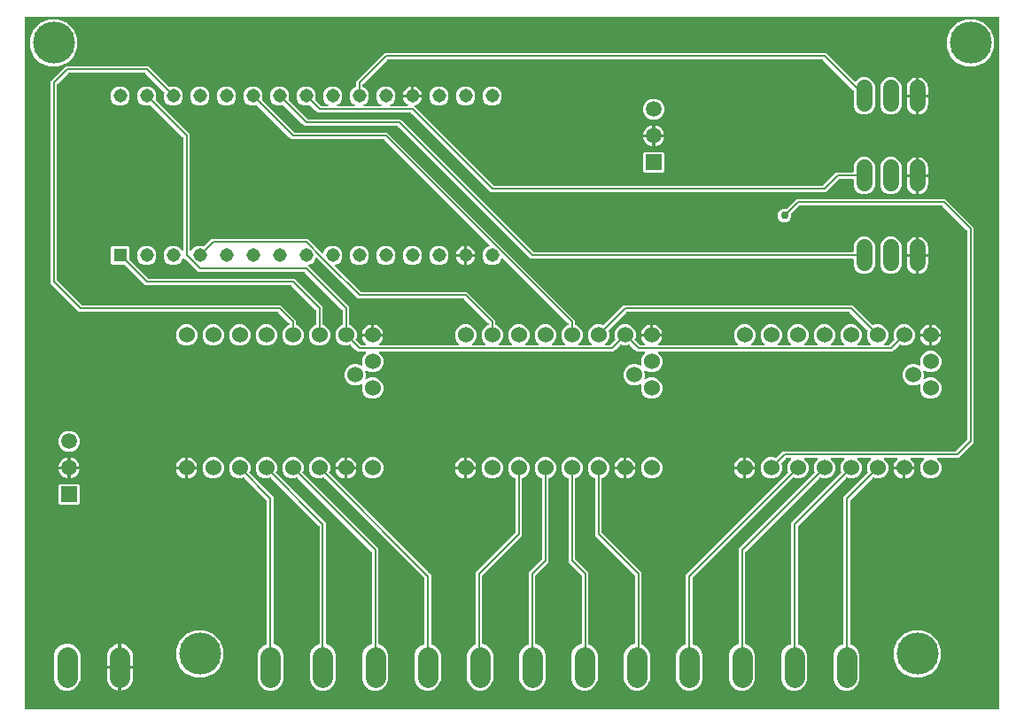
<source format=gbr>
G04 EAGLE Gerber RS-274X export*
G75*
%MOMM*%
%FSLAX34Y34*%
%LPD*%
%INBottom Copper*%
%IPPOS*%
%AMOC8*
5,1,8,0,0,1.08239X$1,22.5*%
G01*
%ADD10R,1.308000X1.308000*%
%ADD11C,1.308000*%
%ADD12C,1.524000*%
%ADD13C,1.524000*%
%ADD14R,1.508000X1.508000*%
%ADD15C,1.508000*%
%ADD16C,1.981200*%
%ADD17C,0.152400*%
%ADD18C,0.756400*%
%ADD19C,4.016000*%

G36*
X941398Y10164D02*
X941398Y10164D01*
X941417Y10162D01*
X941519Y10184D01*
X941621Y10200D01*
X941638Y10210D01*
X941658Y10214D01*
X941747Y10267D01*
X941838Y10316D01*
X941852Y10330D01*
X941869Y10340D01*
X941936Y10419D01*
X942008Y10494D01*
X942016Y10512D01*
X942029Y10527D01*
X942068Y10623D01*
X942111Y10717D01*
X942113Y10737D01*
X942121Y10755D01*
X942139Y10922D01*
X942139Y671578D01*
X942136Y671598D01*
X942138Y671617D01*
X942116Y671718D01*
X942100Y671821D01*
X942090Y671838D01*
X942086Y671858D01*
X942033Y671947D01*
X941984Y672038D01*
X941970Y672052D01*
X941960Y672069D01*
X941881Y672136D01*
X941806Y672208D01*
X941788Y672216D01*
X941773Y672229D01*
X941677Y672268D01*
X941583Y672311D01*
X941563Y672313D01*
X941545Y672321D01*
X941378Y672339D01*
X10922Y672339D01*
X10902Y672336D01*
X10883Y672338D01*
X10781Y672316D01*
X10679Y672300D01*
X10662Y672290D01*
X10642Y672286D01*
X10553Y672233D01*
X10462Y672184D01*
X10448Y672170D01*
X10431Y672160D01*
X10364Y672081D01*
X10292Y672006D01*
X10284Y671988D01*
X10271Y671973D01*
X10232Y671877D01*
X10189Y671783D01*
X10187Y671763D01*
X10179Y671745D01*
X10161Y671578D01*
X10161Y10922D01*
X10164Y10902D01*
X10162Y10883D01*
X10184Y10781D01*
X10200Y10679D01*
X10210Y10662D01*
X10214Y10642D01*
X10267Y10553D01*
X10316Y10462D01*
X10330Y10448D01*
X10340Y10431D01*
X10419Y10364D01*
X10494Y10292D01*
X10512Y10284D01*
X10527Y10271D01*
X10623Y10232D01*
X10717Y10189D01*
X10737Y10187D01*
X10755Y10179D01*
X10922Y10161D01*
X941378Y10161D01*
X941398Y10164D01*
G37*
%LPC*%
G36*
X340879Y307339D02*
X340879Y307339D01*
X337144Y308886D01*
X334286Y311744D01*
X332739Y315479D01*
X332739Y319521D01*
X333191Y320613D01*
X333208Y320683D01*
X333234Y320749D01*
X333236Y320801D01*
X333248Y320852D01*
X333241Y320924D01*
X333244Y320995D01*
X333229Y321045D01*
X333225Y321097D01*
X333195Y321163D01*
X333175Y321231D01*
X333146Y321274D01*
X333125Y321322D01*
X333076Y321375D01*
X333035Y321434D01*
X332993Y321465D01*
X332958Y321503D01*
X332895Y321538D01*
X332838Y321580D01*
X332788Y321596D01*
X332743Y321622D01*
X332672Y321634D01*
X332604Y321656D01*
X332552Y321656D01*
X332501Y321665D01*
X332430Y321655D01*
X332358Y321654D01*
X332289Y321634D01*
X332257Y321629D01*
X332236Y321619D01*
X332197Y321607D01*
X328411Y320039D01*
X324369Y320039D01*
X320634Y321586D01*
X317776Y324444D01*
X316229Y328179D01*
X316229Y332221D01*
X317776Y335956D01*
X320634Y338814D01*
X324369Y340361D01*
X328411Y340361D01*
X332197Y338793D01*
X332267Y338776D01*
X332334Y338751D01*
X332386Y338748D01*
X332436Y338736D01*
X332508Y338743D01*
X332579Y338740D01*
X332629Y338755D01*
X332681Y338760D01*
X332747Y338789D01*
X332816Y338809D01*
X332858Y338838D01*
X332906Y338860D01*
X332959Y338908D01*
X333018Y338949D01*
X333049Y338991D01*
X333087Y339026D01*
X333122Y339089D01*
X333164Y339146D01*
X333180Y339196D01*
X333206Y339241D01*
X333218Y339312D01*
X333241Y339380D01*
X333240Y339432D01*
X333249Y339484D01*
X333239Y339554D01*
X333238Y339626D01*
X333218Y339695D01*
X333214Y339727D01*
X333203Y339748D01*
X333191Y339787D01*
X332739Y340879D01*
X332739Y344921D01*
X334286Y348656D01*
X336628Y350998D01*
X336670Y351056D01*
X336720Y351108D01*
X336741Y351155D01*
X336772Y351197D01*
X336793Y351266D01*
X336823Y351331D01*
X336829Y351383D01*
X336844Y351433D01*
X336842Y351504D01*
X336850Y351575D01*
X336839Y351626D01*
X336838Y351678D01*
X336813Y351746D01*
X336798Y351816D01*
X336771Y351861D01*
X336753Y351909D01*
X336709Y351965D01*
X336672Y352027D01*
X336632Y352061D01*
X336600Y352101D01*
X336539Y352140D01*
X336485Y352187D01*
X336437Y352206D01*
X336393Y352234D01*
X336323Y352252D01*
X336257Y352279D01*
X336185Y352287D01*
X336154Y352295D01*
X336131Y352293D01*
X336090Y352297D01*
X328832Y352297D01*
X326674Y354455D01*
X322334Y358796D01*
X322240Y358863D01*
X322145Y358934D01*
X322139Y358936D01*
X322134Y358939D01*
X322023Y358973D01*
X321911Y359010D01*
X321905Y359010D01*
X321899Y359012D01*
X321782Y359008D01*
X321665Y359007D01*
X321658Y359005D01*
X321653Y359005D01*
X321635Y358999D01*
X321504Y358961D01*
X319521Y358139D01*
X315479Y358139D01*
X311744Y359686D01*
X308886Y362544D01*
X307339Y366279D01*
X307339Y370321D01*
X308886Y374056D01*
X311744Y376914D01*
X313727Y377735D01*
X313827Y377797D01*
X313927Y377857D01*
X313931Y377862D01*
X313936Y377865D01*
X314011Y377954D01*
X314087Y378044D01*
X314089Y378049D01*
X314093Y378054D01*
X314135Y378162D01*
X314179Y378272D01*
X314180Y378279D01*
X314181Y378284D01*
X314182Y378302D01*
X314197Y378439D01*
X314197Y392017D01*
X314183Y392107D01*
X314175Y392198D01*
X314163Y392227D01*
X314158Y392259D01*
X314115Y392340D01*
X314079Y392424D01*
X314053Y392456D01*
X314042Y392477D01*
X314019Y392499D01*
X313974Y392555D01*
X278255Y428274D01*
X278181Y428327D01*
X278112Y428387D01*
X278081Y428399D01*
X278055Y428418D01*
X277968Y428445D01*
X277883Y428479D01*
X277842Y428483D01*
X277820Y428490D01*
X277788Y428489D01*
X277717Y428497D01*
X176432Y428497D01*
X163955Y440974D01*
X162507Y442422D01*
X162470Y442449D01*
X162439Y442482D01*
X162371Y442520D01*
X162308Y442565D01*
X162264Y442579D01*
X162224Y442601D01*
X162147Y442615D01*
X162073Y442638D01*
X162027Y442637D01*
X161982Y442645D01*
X161904Y442633D01*
X161827Y442631D01*
X161784Y442616D01*
X161738Y442609D01*
X161669Y442574D01*
X161596Y442547D01*
X161560Y442518D01*
X161519Y442497D01*
X161464Y442442D01*
X161404Y442393D01*
X161379Y442355D01*
X161347Y442322D01*
X161281Y442202D01*
X161271Y442186D01*
X161269Y442181D01*
X161266Y442175D01*
X160098Y439356D01*
X157544Y436802D01*
X154206Y435419D01*
X150594Y435419D01*
X147256Y436802D01*
X144702Y439356D01*
X143319Y442694D01*
X143319Y446306D01*
X144702Y449644D01*
X147256Y452198D01*
X150594Y453581D01*
X154206Y453581D01*
X157544Y452198D01*
X160098Y449644D01*
X160333Y449078D01*
X160384Y448995D01*
X160430Y448909D01*
X160449Y448891D01*
X160462Y448869D01*
X160537Y448807D01*
X160608Y448740D01*
X160632Y448729D01*
X160652Y448712D01*
X160743Y448677D01*
X160831Y448636D01*
X160857Y448633D01*
X160881Y448624D01*
X160979Y448620D01*
X161075Y448609D01*
X161101Y448614D01*
X161127Y448613D01*
X161221Y448640D01*
X161316Y448661D01*
X161338Y448675D01*
X161363Y448682D01*
X161443Y448737D01*
X161527Y448787D01*
X161544Y448807D01*
X161565Y448822D01*
X161624Y448900D01*
X161687Y448974D01*
X161697Y448999D01*
X161712Y449020D01*
X161742Y449112D01*
X161779Y449202D01*
X161782Y449235D01*
X161788Y449253D01*
X161788Y449286D01*
X161797Y449369D01*
X161797Y557117D01*
X161783Y557207D01*
X161775Y557298D01*
X161763Y557327D01*
X161758Y557359D01*
X161715Y557440D01*
X161679Y557524D01*
X161653Y557556D01*
X161642Y557577D01*
X161619Y557599D01*
X161574Y557655D01*
X131007Y588222D01*
X130912Y588290D01*
X130818Y588360D01*
X130812Y588362D01*
X130807Y588366D01*
X130696Y588400D01*
X130584Y588436D01*
X130578Y588436D01*
X130572Y588438D01*
X130455Y588435D01*
X130339Y588434D01*
X130331Y588432D01*
X130326Y588432D01*
X130309Y588425D01*
X130177Y588387D01*
X128806Y587819D01*
X125194Y587819D01*
X121856Y589202D01*
X119302Y591756D01*
X117919Y595094D01*
X117919Y598706D01*
X119302Y602044D01*
X121856Y604598D01*
X125194Y605981D01*
X128806Y605981D01*
X132144Y604598D01*
X134698Y602044D01*
X136081Y598706D01*
X136081Y595094D01*
X135513Y593723D01*
X135486Y593609D01*
X135458Y593495D01*
X135458Y593489D01*
X135457Y593483D01*
X135468Y593367D01*
X135477Y593250D01*
X135479Y593245D01*
X135480Y593238D01*
X135528Y593131D01*
X135573Y593024D01*
X135578Y593018D01*
X135580Y593014D01*
X135592Y593000D01*
X135678Y592893D01*
X168403Y560168D01*
X168403Y449369D01*
X168404Y449363D01*
X168404Y449362D01*
X168418Y449273D01*
X168428Y449176D01*
X168438Y449152D01*
X168442Y449126D01*
X168488Y449041D01*
X168528Y448951D01*
X168545Y448932D01*
X168558Y448909D01*
X168628Y448842D01*
X168694Y448770D01*
X168717Y448758D01*
X168736Y448740D01*
X168824Y448699D01*
X168910Y448652D01*
X168935Y448647D01*
X168959Y448636D01*
X169056Y448625D01*
X169152Y448608D01*
X169178Y448612D01*
X169203Y448609D01*
X169298Y448630D01*
X169395Y448644D01*
X169418Y448656D01*
X169444Y448661D01*
X169528Y448711D01*
X169614Y448755D01*
X169632Y448774D01*
X169655Y448787D01*
X169718Y448861D01*
X169786Y448931D01*
X169802Y448959D01*
X169815Y448974D01*
X169827Y449005D01*
X169867Y449078D01*
X170102Y449644D01*
X172656Y452198D01*
X175994Y453581D01*
X179606Y453581D01*
X180977Y453013D01*
X181091Y452986D01*
X181205Y452958D01*
X181211Y452958D01*
X181217Y452957D01*
X181334Y452968D01*
X181450Y452977D01*
X181455Y452979D01*
X181462Y452980D01*
X181569Y453028D01*
X181676Y453073D01*
X181682Y453078D01*
X181687Y453080D01*
X181700Y453092D01*
X181807Y453178D01*
X189132Y460503D01*
X280909Y460503D01*
X294734Y446678D01*
X294771Y446651D01*
X294802Y446617D01*
X294871Y446580D01*
X294934Y446534D01*
X294977Y446521D01*
X295018Y446499D01*
X295094Y446485D01*
X295169Y446462D01*
X295215Y446463D01*
X295260Y446455D01*
X295337Y446466D01*
X295415Y446468D01*
X295458Y446484D01*
X295503Y446491D01*
X295572Y446526D01*
X295646Y446553D01*
X295681Y446582D01*
X295722Y446602D01*
X295777Y446658D01*
X295838Y446707D01*
X295862Y446745D01*
X295895Y446778D01*
X295961Y446898D01*
X295971Y446913D01*
X295972Y446918D01*
X295976Y446925D01*
X297102Y449644D01*
X299656Y452198D01*
X302994Y453581D01*
X306606Y453581D01*
X309944Y452198D01*
X312498Y449644D01*
X313881Y446306D01*
X313881Y442694D01*
X312498Y439356D01*
X309944Y436802D01*
X307125Y435634D01*
X307086Y435610D01*
X307043Y435594D01*
X306995Y435556D01*
X306974Y435545D01*
X306964Y435535D01*
X306916Y435505D01*
X306887Y435469D01*
X306851Y435441D01*
X306809Y435375D01*
X306759Y435315D01*
X306743Y435272D01*
X306718Y435234D01*
X306699Y435158D01*
X306671Y435085D01*
X306669Y435040D01*
X306658Y434995D01*
X306664Y434918D01*
X306661Y434840D01*
X306673Y434796D01*
X306677Y434750D01*
X306707Y434678D01*
X306729Y434604D01*
X306755Y434566D01*
X306773Y434524D01*
X306859Y434417D01*
X306869Y434401D01*
X306873Y434398D01*
X306878Y434393D01*
X331345Y409926D01*
X331419Y409873D01*
X331488Y409813D01*
X331519Y409801D01*
X331545Y409782D01*
X331632Y409755D01*
X331717Y409721D01*
X331758Y409717D01*
X331780Y409710D01*
X331812Y409711D01*
X331883Y409703D01*
X433168Y409703D01*
X460503Y382368D01*
X460503Y378439D01*
X460522Y378324D01*
X460539Y378208D01*
X460541Y378202D01*
X460542Y378196D01*
X460597Y378093D01*
X460650Y377988D01*
X460655Y377984D01*
X460658Y377978D01*
X460742Y377899D01*
X460826Y377816D01*
X460832Y377812D01*
X460836Y377809D01*
X460853Y377801D01*
X460973Y377735D01*
X462956Y376914D01*
X465814Y374056D01*
X467361Y370321D01*
X467361Y366279D01*
X465814Y362544D01*
X463472Y360202D01*
X463430Y360144D01*
X463380Y360092D01*
X463359Y360045D01*
X463328Y360003D01*
X463307Y359934D01*
X463277Y359869D01*
X463271Y359817D01*
X463256Y359767D01*
X463258Y359696D01*
X463250Y359625D01*
X463261Y359574D01*
X463262Y359522D01*
X463287Y359454D01*
X463302Y359384D01*
X463329Y359339D01*
X463347Y359291D01*
X463391Y359235D01*
X463428Y359173D01*
X463468Y359139D01*
X463500Y359099D01*
X463561Y359060D01*
X463615Y359013D01*
X463663Y358994D01*
X463707Y358966D01*
X463777Y358948D01*
X463843Y358921D01*
X463915Y358913D01*
X463946Y358905D01*
X463969Y358907D01*
X464010Y358903D01*
X475790Y358903D01*
X475861Y358914D01*
X475932Y358916D01*
X475981Y358934D01*
X476033Y358942D01*
X476096Y358976D01*
X476163Y359001D01*
X476204Y359033D01*
X476250Y359058D01*
X476299Y359110D01*
X476355Y359154D01*
X476384Y359198D01*
X476420Y359236D01*
X476450Y359301D01*
X476488Y359361D01*
X476501Y359412D01*
X476523Y359459D01*
X476531Y359530D01*
X476549Y359600D01*
X476544Y359652D01*
X476550Y359703D01*
X476535Y359774D01*
X476529Y359845D01*
X476509Y359893D01*
X476498Y359944D01*
X476461Y360005D01*
X476433Y360071D01*
X476388Y360127D01*
X476372Y360155D01*
X476354Y360170D01*
X476328Y360202D01*
X473986Y362544D01*
X472439Y366279D01*
X472439Y370321D01*
X473986Y374056D01*
X476844Y376914D01*
X480579Y378461D01*
X484621Y378461D01*
X488356Y376914D01*
X491214Y374056D01*
X492761Y370321D01*
X492761Y366279D01*
X491214Y362544D01*
X488872Y360202D01*
X488830Y360144D01*
X488780Y360092D01*
X488759Y360045D01*
X488728Y360003D01*
X488707Y359934D01*
X488677Y359869D01*
X488671Y359817D01*
X488656Y359767D01*
X488658Y359696D01*
X488650Y359625D01*
X488661Y359574D01*
X488662Y359522D01*
X488687Y359454D01*
X488702Y359384D01*
X488729Y359339D01*
X488747Y359291D01*
X488791Y359235D01*
X488828Y359173D01*
X488868Y359139D01*
X488900Y359099D01*
X488961Y359060D01*
X489015Y359013D01*
X489063Y358994D01*
X489107Y358966D01*
X489177Y358948D01*
X489243Y358921D01*
X489315Y358913D01*
X489346Y358905D01*
X489369Y358907D01*
X489410Y358903D01*
X501190Y358903D01*
X501261Y358914D01*
X501332Y358916D01*
X501381Y358934D01*
X501433Y358942D01*
X501496Y358976D01*
X501563Y359001D01*
X501604Y359033D01*
X501650Y359058D01*
X501699Y359110D01*
X501755Y359154D01*
X501784Y359198D01*
X501820Y359236D01*
X501850Y359301D01*
X501888Y359361D01*
X501901Y359412D01*
X501923Y359459D01*
X501931Y359530D01*
X501949Y359600D01*
X501944Y359652D01*
X501950Y359703D01*
X501935Y359774D01*
X501929Y359845D01*
X501909Y359893D01*
X501898Y359944D01*
X501861Y360005D01*
X501833Y360071D01*
X501788Y360127D01*
X501772Y360155D01*
X501754Y360170D01*
X501728Y360202D01*
X499386Y362544D01*
X497839Y366279D01*
X497839Y370321D01*
X499386Y374056D01*
X502244Y376914D01*
X505979Y378461D01*
X510021Y378461D01*
X513756Y376914D01*
X516614Y374056D01*
X518161Y370321D01*
X518161Y366279D01*
X516614Y362544D01*
X514272Y360202D01*
X514230Y360144D01*
X514180Y360092D01*
X514159Y360045D01*
X514128Y360003D01*
X514107Y359934D01*
X514077Y359869D01*
X514071Y359817D01*
X514056Y359767D01*
X514058Y359696D01*
X514050Y359625D01*
X514061Y359574D01*
X514062Y359522D01*
X514087Y359454D01*
X514102Y359384D01*
X514129Y359339D01*
X514147Y359291D01*
X514191Y359235D01*
X514228Y359173D01*
X514268Y359139D01*
X514300Y359099D01*
X514361Y359060D01*
X514415Y359013D01*
X514463Y358994D01*
X514507Y358966D01*
X514577Y358948D01*
X514643Y358921D01*
X514715Y358913D01*
X514746Y358905D01*
X514769Y358907D01*
X514810Y358903D01*
X526590Y358903D01*
X526661Y358914D01*
X526732Y358916D01*
X526781Y358934D01*
X526833Y358942D01*
X526896Y358976D01*
X526963Y359001D01*
X527004Y359033D01*
X527050Y359058D01*
X527099Y359110D01*
X527155Y359154D01*
X527184Y359198D01*
X527220Y359236D01*
X527250Y359301D01*
X527288Y359361D01*
X527301Y359412D01*
X527323Y359459D01*
X527331Y359530D01*
X527349Y359600D01*
X527344Y359652D01*
X527350Y359703D01*
X527335Y359774D01*
X527329Y359845D01*
X527309Y359893D01*
X527298Y359944D01*
X527261Y360005D01*
X527233Y360071D01*
X527188Y360127D01*
X527172Y360155D01*
X527154Y360170D01*
X527128Y360202D01*
X524786Y362544D01*
X523239Y366279D01*
X523239Y370321D01*
X524786Y374056D01*
X527644Y376914D01*
X529627Y377735D01*
X529727Y377797D01*
X529827Y377857D01*
X529831Y377862D01*
X529836Y377865D01*
X529911Y377954D01*
X529987Y378044D01*
X529989Y378049D01*
X529993Y378054D01*
X530035Y378162D01*
X530079Y378272D01*
X530080Y378279D01*
X530081Y378284D01*
X530082Y378302D01*
X530097Y378439D01*
X530097Y379317D01*
X530083Y379406D01*
X530075Y379498D01*
X530063Y379527D01*
X530058Y379559D01*
X530015Y379640D01*
X529979Y379724D01*
X529953Y379756D01*
X529942Y379777D01*
X529919Y379799D01*
X529874Y379855D01*
X467307Y442422D01*
X467270Y442449D01*
X467239Y442482D01*
X467171Y442520D01*
X467108Y442565D01*
X467064Y442579D01*
X467024Y442601D01*
X466947Y442615D01*
X466873Y442638D01*
X466827Y442637D01*
X466782Y442645D01*
X466704Y442633D01*
X466627Y442631D01*
X466584Y442616D01*
X466538Y442609D01*
X466469Y442574D01*
X466396Y442547D01*
X466360Y442518D01*
X466319Y442497D01*
X466264Y442442D01*
X466204Y442393D01*
X466179Y442355D01*
X466147Y442322D01*
X466081Y442202D01*
X466071Y442186D01*
X466069Y442181D01*
X466066Y442175D01*
X464898Y439356D01*
X462344Y436802D01*
X459006Y435419D01*
X455394Y435419D01*
X452056Y436802D01*
X449502Y439356D01*
X448119Y442694D01*
X448119Y446306D01*
X449502Y449644D01*
X452056Y452198D01*
X454875Y453366D01*
X454914Y453390D01*
X454957Y453406D01*
X455018Y453454D01*
X455084Y453495D01*
X455113Y453531D01*
X455149Y453559D01*
X455191Y453625D01*
X455241Y453685D01*
X455257Y453728D01*
X455282Y453766D01*
X455301Y453842D01*
X455329Y453915D01*
X455331Y453960D01*
X455342Y454005D01*
X455336Y454082D01*
X455339Y454160D01*
X455327Y454204D01*
X455323Y454250D01*
X455293Y454322D01*
X455271Y454396D01*
X455245Y454434D01*
X455227Y454476D01*
X455141Y454583D01*
X455131Y454599D01*
X455127Y454602D01*
X455122Y454607D01*
X354455Y555274D01*
X354381Y555327D01*
X354312Y555387D01*
X354281Y555399D01*
X354255Y555418D01*
X354168Y555445D01*
X354083Y555479D01*
X354042Y555483D01*
X354020Y555490D01*
X353988Y555489D01*
X353917Y555497D01*
X265332Y555497D01*
X263174Y557655D01*
X232607Y588222D01*
X232513Y588290D01*
X232418Y588360D01*
X232412Y588362D01*
X232407Y588366D01*
X232296Y588400D01*
X232185Y588436D01*
X232178Y588436D01*
X232172Y588438D01*
X232055Y588435D01*
X231939Y588434D01*
X231931Y588432D01*
X231926Y588432D01*
X231909Y588425D01*
X231777Y588387D01*
X230406Y587819D01*
X226794Y587819D01*
X223456Y589202D01*
X220902Y591756D01*
X219519Y595094D01*
X219519Y598706D01*
X220902Y602044D01*
X223456Y604598D01*
X226794Y605981D01*
X230406Y605981D01*
X233744Y604598D01*
X236298Y602044D01*
X237681Y598706D01*
X237681Y595094D01*
X237113Y593723D01*
X237086Y593609D01*
X237058Y593495D01*
X237058Y593489D01*
X237057Y593483D01*
X237068Y593366D01*
X237077Y593250D01*
X237079Y593245D01*
X237080Y593238D01*
X237128Y593131D01*
X237173Y593024D01*
X237178Y593018D01*
X237180Y593013D01*
X237192Y593000D01*
X237278Y592893D01*
X267845Y562326D01*
X267919Y562273D01*
X267988Y562213D01*
X268019Y562201D01*
X268045Y562182D01*
X268132Y562155D01*
X268217Y562121D01*
X268258Y562117D01*
X268280Y562110D01*
X268312Y562111D01*
X268383Y562103D01*
X356968Y562103D01*
X536703Y382368D01*
X536703Y378439D01*
X536722Y378324D01*
X536739Y378208D01*
X536741Y378202D01*
X536742Y378196D01*
X536797Y378093D01*
X536850Y377988D01*
X536855Y377984D01*
X536858Y377978D01*
X536942Y377899D01*
X537026Y377816D01*
X537032Y377812D01*
X537036Y377809D01*
X537053Y377801D01*
X537173Y377735D01*
X539156Y376914D01*
X542014Y374056D01*
X543561Y370321D01*
X543561Y366279D01*
X542014Y362544D01*
X539672Y360202D01*
X539630Y360144D01*
X539580Y360092D01*
X539559Y360045D01*
X539528Y360003D01*
X539507Y359934D01*
X539477Y359869D01*
X539471Y359817D01*
X539456Y359767D01*
X539458Y359696D01*
X539450Y359625D01*
X539461Y359574D01*
X539462Y359522D01*
X539487Y359454D01*
X539502Y359384D01*
X539529Y359339D01*
X539547Y359291D01*
X539591Y359235D01*
X539628Y359173D01*
X539668Y359139D01*
X539700Y359099D01*
X539761Y359060D01*
X539815Y359013D01*
X539863Y358994D01*
X539907Y358966D01*
X539977Y358948D01*
X540043Y358921D01*
X540115Y358913D01*
X540146Y358905D01*
X540169Y358907D01*
X540210Y358903D01*
X551990Y358903D01*
X552061Y358914D01*
X552132Y358916D01*
X552181Y358934D01*
X552233Y358942D01*
X552296Y358976D01*
X552363Y359001D01*
X552404Y359033D01*
X552450Y359058D01*
X552499Y359110D01*
X552555Y359154D01*
X552584Y359198D01*
X552620Y359236D01*
X552650Y359301D01*
X552688Y359361D01*
X552701Y359412D01*
X552723Y359459D01*
X552731Y359530D01*
X552749Y359600D01*
X552744Y359652D01*
X552750Y359703D01*
X552735Y359774D01*
X552729Y359845D01*
X552709Y359893D01*
X552698Y359944D01*
X552661Y360005D01*
X552633Y360071D01*
X552588Y360127D01*
X552572Y360155D01*
X552554Y360170D01*
X552528Y360202D01*
X550186Y362544D01*
X548639Y366279D01*
X548639Y370321D01*
X550186Y374056D01*
X553044Y376914D01*
X556779Y378461D01*
X560821Y378461D01*
X562804Y377639D01*
X562918Y377613D01*
X563031Y377584D01*
X563037Y377585D01*
X563044Y377583D01*
X563160Y377594D01*
X563276Y377603D01*
X563282Y377606D01*
X563288Y377606D01*
X563396Y377654D01*
X563503Y377700D01*
X563509Y377704D01*
X563513Y377706D01*
X563527Y377719D01*
X563634Y377804D01*
X580674Y394845D01*
X582832Y397003D01*
X801468Y397003D01*
X820666Y377804D01*
X820760Y377737D01*
X820855Y377666D01*
X820861Y377664D01*
X820866Y377661D01*
X820977Y377627D01*
X821089Y377590D01*
X821095Y377590D01*
X821101Y377588D01*
X821218Y377592D01*
X821335Y377593D01*
X821342Y377595D01*
X821347Y377595D01*
X821364Y377601D01*
X821496Y377639D01*
X823479Y378461D01*
X827521Y378461D01*
X831256Y376914D01*
X834114Y374056D01*
X835661Y370321D01*
X835661Y366279D01*
X834114Y362544D01*
X831772Y360202D01*
X831730Y360144D01*
X831680Y360092D01*
X831659Y360045D01*
X831628Y360003D01*
X831607Y359934D01*
X831577Y359869D01*
X831571Y359817D01*
X831556Y359767D01*
X831558Y359696D01*
X831550Y359625D01*
X831561Y359574D01*
X831562Y359522D01*
X831587Y359454D01*
X831602Y359384D01*
X831629Y359339D01*
X831647Y359291D01*
X831691Y359235D01*
X831728Y359173D01*
X831768Y359139D01*
X831800Y359099D01*
X831861Y359060D01*
X831915Y359013D01*
X831963Y358994D01*
X832007Y358966D01*
X832077Y358948D01*
X832143Y358921D01*
X832215Y358913D01*
X832246Y358905D01*
X832269Y358907D01*
X832310Y358903D01*
X836517Y358903D01*
X836607Y358917D01*
X836698Y358925D01*
X836727Y358937D01*
X836759Y358942D01*
X836840Y358985D01*
X836924Y359021D01*
X836956Y359047D01*
X836977Y359058D01*
X836999Y359081D01*
X837055Y359126D01*
X841396Y363466D01*
X841463Y363561D01*
X841534Y363655D01*
X841536Y363661D01*
X841539Y363666D01*
X841573Y363777D01*
X841610Y363889D01*
X841610Y363895D01*
X841612Y363901D01*
X841608Y364018D01*
X841607Y364135D01*
X841605Y364142D01*
X841605Y364147D01*
X841599Y364164D01*
X841561Y364296D01*
X840739Y366279D01*
X840739Y370321D01*
X842286Y374056D01*
X845144Y376914D01*
X848879Y378461D01*
X852921Y378461D01*
X856656Y376914D01*
X859514Y374056D01*
X861061Y370321D01*
X861061Y366279D01*
X859514Y362544D01*
X856656Y359686D01*
X852921Y358139D01*
X848879Y358139D01*
X846896Y358961D01*
X846782Y358987D01*
X846669Y359016D01*
X846663Y359015D01*
X846656Y359017D01*
X846540Y359006D01*
X846424Y358997D01*
X846418Y358994D01*
X846412Y358994D01*
X846304Y358946D01*
X846197Y358900D01*
X846191Y358896D01*
X846187Y358894D01*
X846173Y358881D01*
X846066Y358796D01*
X841726Y354455D01*
X839568Y352297D01*
X616410Y352297D01*
X616339Y352286D01*
X616268Y352284D01*
X616219Y352266D01*
X616167Y352258D01*
X616104Y352224D01*
X616037Y352199D01*
X615996Y352167D01*
X615950Y352142D01*
X615901Y352090D01*
X615845Y352046D01*
X615816Y352002D01*
X615780Y351964D01*
X615750Y351899D01*
X615712Y351839D01*
X615699Y351788D01*
X615677Y351741D01*
X615669Y351670D01*
X615651Y351600D01*
X615656Y351548D01*
X615650Y351497D01*
X615665Y351426D01*
X615671Y351355D01*
X615691Y351307D01*
X615702Y351256D01*
X615739Y351195D01*
X615767Y351129D01*
X615812Y351073D01*
X615828Y351045D01*
X615846Y351030D01*
X615872Y350998D01*
X618214Y348656D01*
X619761Y344921D01*
X619761Y340879D01*
X618214Y337144D01*
X615356Y334286D01*
X611621Y332739D01*
X607579Y332739D01*
X603793Y334307D01*
X603723Y334324D01*
X603656Y334349D01*
X603604Y334352D01*
X603554Y334364D01*
X603482Y334357D01*
X603411Y334360D01*
X603361Y334345D01*
X603309Y334340D01*
X603243Y334311D01*
X603174Y334291D01*
X603132Y334262D01*
X603084Y334240D01*
X603031Y334192D01*
X602972Y334151D01*
X602941Y334109D01*
X602903Y334074D01*
X602868Y334011D01*
X602826Y333954D01*
X602810Y333904D01*
X602784Y333859D01*
X602772Y333788D01*
X602749Y333720D01*
X602750Y333668D01*
X602741Y333616D01*
X602751Y333546D01*
X602752Y333474D01*
X602772Y333405D01*
X602776Y333373D01*
X602787Y333352D01*
X602799Y333313D01*
X603251Y332221D01*
X603251Y328179D01*
X602799Y327087D01*
X602790Y327052D01*
X602787Y327046D01*
X602786Y327034D01*
X602782Y327017D01*
X602756Y326951D01*
X602754Y326899D01*
X602742Y326848D01*
X602749Y326776D01*
X602746Y326705D01*
X602761Y326655D01*
X602765Y326603D01*
X602795Y326537D01*
X602815Y326469D01*
X602844Y326426D01*
X602865Y326378D01*
X602914Y326325D01*
X602955Y326266D01*
X602997Y326235D01*
X603032Y326197D01*
X603095Y326162D01*
X603152Y326120D01*
X603202Y326104D01*
X603247Y326078D01*
X603318Y326066D01*
X603386Y326044D01*
X603438Y326044D01*
X603489Y326035D01*
X603560Y326045D01*
X603632Y326046D01*
X603701Y326066D01*
X603733Y326071D01*
X603754Y326081D01*
X603793Y326093D01*
X607579Y327661D01*
X611621Y327661D01*
X615356Y326114D01*
X618214Y323256D01*
X619761Y319521D01*
X619761Y315479D01*
X618214Y311744D01*
X615356Y308886D01*
X611621Y307339D01*
X607579Y307339D01*
X603844Y308886D01*
X600986Y311744D01*
X599439Y315479D01*
X599439Y319521D01*
X599891Y320613D01*
X599908Y320683D01*
X599934Y320749D01*
X599936Y320801D01*
X599948Y320852D01*
X599941Y320924D01*
X599944Y320995D01*
X599929Y321045D01*
X599925Y321097D01*
X599895Y321163D01*
X599875Y321231D01*
X599846Y321274D01*
X599825Y321322D01*
X599776Y321375D01*
X599735Y321434D01*
X599693Y321465D01*
X599658Y321503D01*
X599595Y321538D01*
X599538Y321580D01*
X599488Y321596D01*
X599443Y321622D01*
X599372Y321634D01*
X599304Y321656D01*
X599252Y321656D01*
X599201Y321665D01*
X599130Y321655D01*
X599058Y321654D01*
X598989Y321634D01*
X598957Y321629D01*
X598936Y321619D01*
X598897Y321607D01*
X595111Y320039D01*
X591069Y320039D01*
X587334Y321586D01*
X584476Y324444D01*
X582929Y328179D01*
X582929Y332221D01*
X584476Y335956D01*
X587334Y338814D01*
X591069Y340361D01*
X595111Y340361D01*
X598897Y338793D01*
X598967Y338776D01*
X599034Y338751D01*
X599086Y338748D01*
X599136Y338736D01*
X599208Y338743D01*
X599279Y338740D01*
X599329Y338755D01*
X599381Y338760D01*
X599447Y338789D01*
X599516Y338809D01*
X599558Y338838D01*
X599606Y338860D01*
X599659Y338908D01*
X599718Y338949D01*
X599749Y338991D01*
X599787Y339026D01*
X599822Y339089D01*
X599864Y339146D01*
X599880Y339196D01*
X599906Y339241D01*
X599918Y339312D01*
X599941Y339380D01*
X599940Y339432D01*
X599949Y339484D01*
X599939Y339554D01*
X599938Y339626D01*
X599918Y339695D01*
X599914Y339727D01*
X599903Y339748D01*
X599891Y339787D01*
X599439Y340879D01*
X599439Y344921D01*
X600986Y348656D01*
X603328Y350998D01*
X603370Y351056D01*
X603420Y351108D01*
X603441Y351155D01*
X603472Y351197D01*
X603493Y351266D01*
X603523Y351331D01*
X603529Y351383D01*
X603544Y351433D01*
X603542Y351504D01*
X603550Y351575D01*
X603539Y351626D01*
X603538Y351678D01*
X603513Y351746D01*
X603498Y351816D01*
X603471Y351861D01*
X603453Y351909D01*
X603409Y351965D01*
X603372Y352027D01*
X603332Y352061D01*
X603300Y352101D01*
X603239Y352140D01*
X603185Y352187D01*
X603137Y352206D01*
X603093Y352234D01*
X603023Y352252D01*
X602957Y352279D01*
X602885Y352287D01*
X602854Y352295D01*
X602831Y352293D01*
X602790Y352297D01*
X595532Y352297D01*
X593374Y354455D01*
X589034Y358796D01*
X588940Y358863D01*
X588845Y358934D01*
X588839Y358936D01*
X588834Y358939D01*
X588723Y358973D01*
X588611Y359010D01*
X588605Y359010D01*
X588599Y359012D01*
X588482Y359008D01*
X588365Y359007D01*
X588358Y359005D01*
X588353Y359005D01*
X588336Y358999D01*
X588204Y358961D01*
X586221Y358139D01*
X582179Y358139D01*
X580196Y358961D01*
X580082Y358987D01*
X579969Y359016D01*
X579963Y359015D01*
X579956Y359017D01*
X579840Y359006D01*
X579724Y358997D01*
X579718Y358994D01*
X579712Y358994D01*
X579604Y358946D01*
X579497Y358900D01*
X579491Y358896D01*
X579487Y358894D01*
X579473Y358881D01*
X579366Y358796D01*
X575026Y354455D01*
X572868Y352297D01*
X349710Y352297D01*
X349639Y352286D01*
X349568Y352284D01*
X349519Y352266D01*
X349467Y352258D01*
X349404Y352224D01*
X349337Y352199D01*
X349296Y352167D01*
X349250Y352142D01*
X349201Y352090D01*
X349145Y352046D01*
X349116Y352002D01*
X349080Y351964D01*
X349050Y351899D01*
X349012Y351839D01*
X348999Y351788D01*
X348977Y351741D01*
X348969Y351670D01*
X348951Y351600D01*
X348956Y351548D01*
X348950Y351497D01*
X348965Y351426D01*
X348971Y351355D01*
X348991Y351307D01*
X349002Y351256D01*
X349039Y351195D01*
X349067Y351129D01*
X349112Y351073D01*
X349128Y351045D01*
X349146Y351030D01*
X349172Y350998D01*
X351514Y348656D01*
X353061Y344921D01*
X353061Y340879D01*
X351514Y337144D01*
X348656Y334286D01*
X344921Y332739D01*
X340879Y332739D01*
X337093Y334307D01*
X337023Y334324D01*
X336956Y334349D01*
X336904Y334352D01*
X336854Y334364D01*
X336782Y334357D01*
X336711Y334360D01*
X336661Y334345D01*
X336609Y334340D01*
X336543Y334311D01*
X336474Y334291D01*
X336432Y334262D01*
X336384Y334240D01*
X336331Y334192D01*
X336272Y334151D01*
X336241Y334109D01*
X336203Y334074D01*
X336168Y334011D01*
X336126Y333954D01*
X336110Y333904D01*
X336084Y333859D01*
X336072Y333788D01*
X336049Y333720D01*
X336050Y333668D01*
X336041Y333616D01*
X336051Y333546D01*
X336052Y333474D01*
X336072Y333405D01*
X336076Y333373D01*
X336087Y333352D01*
X336099Y333313D01*
X336551Y332221D01*
X336551Y328179D01*
X336099Y327087D01*
X336090Y327052D01*
X336087Y327046D01*
X336086Y327034D01*
X336082Y327017D01*
X336056Y326951D01*
X336054Y326899D01*
X336042Y326848D01*
X336049Y326776D01*
X336046Y326705D01*
X336061Y326655D01*
X336065Y326603D01*
X336095Y326537D01*
X336115Y326469D01*
X336144Y326426D01*
X336165Y326378D01*
X336214Y326325D01*
X336255Y326266D01*
X336297Y326235D01*
X336332Y326197D01*
X336395Y326162D01*
X336452Y326120D01*
X336502Y326104D01*
X336547Y326078D01*
X336618Y326066D01*
X336686Y326044D01*
X336738Y326044D01*
X336789Y326035D01*
X336860Y326045D01*
X336932Y326046D01*
X337001Y326066D01*
X337033Y326071D01*
X337054Y326081D01*
X337093Y326093D01*
X340879Y327661D01*
X344921Y327661D01*
X348656Y326114D01*
X351514Y323256D01*
X353061Y319521D01*
X353061Y315479D01*
X351514Y311744D01*
X348656Y308886D01*
X344921Y307339D01*
X340879Y307339D01*
G37*
%LPD*%
%LPC*%
G36*
X643192Y28447D02*
X643192Y28447D01*
X638617Y30342D01*
X635116Y33843D01*
X633221Y38418D01*
X633221Y63182D01*
X635116Y67757D01*
X638617Y71258D01*
X641895Y72616D01*
X641995Y72677D01*
X642095Y72737D01*
X642099Y72742D01*
X642104Y72745D01*
X642179Y72835D01*
X642255Y72924D01*
X642257Y72930D01*
X642261Y72935D01*
X642303Y73043D01*
X642347Y73152D01*
X642348Y73160D01*
X642349Y73164D01*
X642350Y73183D01*
X642365Y73319D01*
X642365Y139036D01*
X739796Y236466D01*
X739863Y236560D01*
X739876Y236577D01*
X739883Y236585D01*
X739886Y236591D01*
X739934Y236655D01*
X739936Y236661D01*
X739939Y236666D01*
X739973Y236777D01*
X739975Y236783D01*
X739987Y236808D01*
X739989Y236824D01*
X740010Y236889D01*
X740010Y236895D01*
X740012Y236901D01*
X740009Y237006D01*
X740014Y237053D01*
X740008Y237081D01*
X740007Y237135D01*
X740005Y237142D01*
X740005Y237147D01*
X739999Y237165D01*
X739962Y237290D01*
X739962Y237293D01*
X739961Y237294D01*
X739961Y237296D01*
X739139Y239279D01*
X739139Y243321D01*
X740686Y247056D01*
X743028Y249398D01*
X743070Y249456D01*
X743120Y249508D01*
X743141Y249555D01*
X743172Y249597D01*
X743193Y249666D01*
X743223Y249731D01*
X743229Y249783D01*
X743244Y249833D01*
X743242Y249904D01*
X743250Y249975D01*
X743239Y250026D01*
X743238Y250078D01*
X743213Y250146D01*
X743198Y250216D01*
X743171Y250261D01*
X743153Y250309D01*
X743109Y250365D01*
X743072Y250427D01*
X743032Y250461D01*
X743000Y250501D01*
X742939Y250540D01*
X742885Y250587D01*
X742837Y250606D01*
X742793Y250634D01*
X742723Y250652D01*
X742657Y250679D01*
X742585Y250687D01*
X742554Y250695D01*
X742531Y250693D01*
X742490Y250697D01*
X738283Y250697D01*
X738193Y250683D01*
X738102Y250675D01*
X738073Y250663D01*
X738041Y250658D01*
X737960Y250615D01*
X737876Y250579D01*
X737844Y250553D01*
X737823Y250542D01*
X737801Y250519D01*
X737745Y250474D01*
X733404Y246134D01*
X733336Y246039D01*
X733266Y245945D01*
X733264Y245939D01*
X733261Y245934D01*
X733227Y245823D01*
X733190Y245711D01*
X733190Y245705D01*
X733188Y245699D01*
X733192Y245582D01*
X733193Y245465D01*
X733195Y245458D01*
X733195Y245453D01*
X733201Y245436D01*
X733239Y245304D01*
X734061Y243321D01*
X734061Y239279D01*
X732514Y235544D01*
X729656Y232686D01*
X725921Y231139D01*
X721879Y231139D01*
X718144Y232686D01*
X715286Y235544D01*
X713739Y239279D01*
X713739Y243321D01*
X715286Y247056D01*
X718144Y249914D01*
X721879Y251461D01*
X725921Y251461D01*
X727904Y250639D01*
X728018Y250613D01*
X728131Y250584D01*
X728137Y250585D01*
X728144Y250583D01*
X728260Y250594D01*
X728376Y250603D01*
X728382Y250606D01*
X728388Y250606D01*
X728496Y250654D01*
X728603Y250700D01*
X728609Y250704D01*
X728613Y250706D01*
X728627Y250719D01*
X728734Y250804D01*
X733074Y255145D01*
X735232Y257303D01*
X900017Y257303D01*
X900107Y257317D01*
X900198Y257325D01*
X900227Y257337D01*
X900259Y257342D01*
X900340Y257385D01*
X900424Y257421D01*
X900456Y257447D01*
X900477Y257458D01*
X900499Y257481D01*
X900555Y257526D01*
X910874Y267845D01*
X910927Y267919D01*
X910987Y267988D01*
X910999Y268019D01*
X911018Y268045D01*
X911045Y268132D01*
X911079Y268217D01*
X911083Y268258D01*
X911090Y268280D01*
X911089Y268312D01*
X911097Y268383D01*
X911097Y468217D01*
X911083Y468307D01*
X911075Y468398D01*
X911063Y468427D01*
X911058Y468459D01*
X911015Y468540D01*
X910979Y468624D01*
X910953Y468656D01*
X910942Y468677D01*
X910919Y468699D01*
X910874Y468755D01*
X887855Y491774D01*
X887781Y491827D01*
X887712Y491887D01*
X887681Y491899D01*
X887655Y491918D01*
X887568Y491945D01*
X887483Y491979D01*
X887442Y491983D01*
X887420Y491990D01*
X887388Y491989D01*
X887317Y491997D01*
X750983Y491997D01*
X750893Y491983D01*
X750802Y491975D01*
X750773Y491963D01*
X750741Y491958D01*
X750660Y491915D01*
X750576Y491879D01*
X750544Y491853D01*
X750523Y491842D01*
X750501Y491819D01*
X750445Y491774D01*
X743146Y484475D01*
X743093Y484401D01*
X743033Y484332D01*
X743021Y484301D01*
X743002Y484275D01*
X742975Y484188D01*
X742941Y484103D01*
X742937Y484062D01*
X742930Y484040D01*
X742931Y484008D01*
X742923Y483937D01*
X742923Y481342D01*
X741960Y479018D01*
X740182Y477240D01*
X737858Y476277D01*
X735342Y476277D01*
X733018Y477240D01*
X731240Y479018D01*
X730277Y481342D01*
X730277Y483858D01*
X731240Y486182D01*
X733018Y487960D01*
X735342Y488923D01*
X737937Y488923D01*
X738027Y488937D01*
X738118Y488945D01*
X738147Y488957D01*
X738179Y488962D01*
X738260Y489005D01*
X738344Y489041D01*
X738376Y489067D01*
X738397Y489078D01*
X738419Y489101D01*
X738475Y489146D01*
X747932Y498603D01*
X890368Y498603D01*
X917703Y471268D01*
X917703Y265332D01*
X903068Y250697D01*
X883110Y250697D01*
X883039Y250686D01*
X882968Y250684D01*
X882919Y250666D01*
X882867Y250658D01*
X882804Y250624D01*
X882737Y250599D01*
X882696Y250567D01*
X882650Y250542D01*
X882601Y250490D01*
X882545Y250446D01*
X882516Y250402D01*
X882480Y250364D01*
X882450Y250299D01*
X882412Y250239D01*
X882399Y250188D01*
X882377Y250141D01*
X882369Y250070D01*
X882351Y250000D01*
X882356Y249948D01*
X882350Y249897D01*
X882365Y249826D01*
X882371Y249755D01*
X882391Y249707D01*
X882402Y249656D01*
X882439Y249595D01*
X882467Y249529D01*
X882512Y249473D01*
X882528Y249445D01*
X882546Y249430D01*
X882572Y249398D01*
X884914Y247056D01*
X886461Y243321D01*
X886461Y239279D01*
X884914Y235544D01*
X882056Y232686D01*
X878321Y231139D01*
X874279Y231139D01*
X870544Y232686D01*
X867686Y235544D01*
X866139Y239279D01*
X866139Y243321D01*
X867686Y247056D01*
X870028Y249398D01*
X870070Y249456D01*
X870120Y249508D01*
X870141Y249555D01*
X870172Y249597D01*
X870193Y249666D01*
X870223Y249731D01*
X870229Y249783D01*
X870244Y249833D01*
X870242Y249904D01*
X870250Y249975D01*
X870239Y250026D01*
X870238Y250078D01*
X870213Y250146D01*
X870198Y250216D01*
X870171Y250261D01*
X870153Y250309D01*
X870109Y250365D01*
X870072Y250427D01*
X870032Y250461D01*
X870000Y250501D01*
X869939Y250540D01*
X869885Y250587D01*
X869837Y250606D01*
X869793Y250634D01*
X869723Y250652D01*
X869657Y250679D01*
X869585Y250687D01*
X869554Y250695D01*
X869531Y250693D01*
X869490Y250697D01*
X857595Y250697D01*
X857587Y250696D01*
X857579Y250697D01*
X857466Y250676D01*
X857352Y250658D01*
X857345Y250654D01*
X857337Y250652D01*
X857236Y250596D01*
X857135Y250542D01*
X857129Y250537D01*
X857122Y250533D01*
X857045Y250448D01*
X856966Y250364D01*
X856962Y250357D01*
X856957Y250351D01*
X856911Y250246D01*
X856862Y250141D01*
X856861Y250133D01*
X856858Y250126D01*
X856848Y250011D01*
X856835Y249897D01*
X856837Y249889D01*
X856836Y249881D01*
X856863Y249768D01*
X856887Y249656D01*
X856891Y249649D01*
X856893Y249642D01*
X856954Y249544D01*
X857013Y249445D01*
X857019Y249440D01*
X857024Y249433D01*
X857148Y249320D01*
X857519Y249050D01*
X858650Y247919D01*
X859590Y246625D01*
X860316Y245200D01*
X860811Y243679D01*
X860946Y242823D01*
X851662Y242823D01*
X851642Y242820D01*
X851623Y242822D01*
X851521Y242800D01*
X851419Y242783D01*
X851402Y242774D01*
X851382Y242770D01*
X851293Y242717D01*
X851202Y242668D01*
X851188Y242654D01*
X851171Y242644D01*
X851104Y242565D01*
X851033Y242490D01*
X851024Y242472D01*
X851011Y242457D01*
X850972Y242360D01*
X850929Y242267D01*
X850927Y242247D01*
X850919Y242229D01*
X850901Y242062D01*
X850901Y241299D01*
X850899Y241299D01*
X850899Y242062D01*
X850896Y242082D01*
X850898Y242101D01*
X850876Y242203D01*
X850859Y242305D01*
X850850Y242322D01*
X850846Y242342D01*
X850793Y242431D01*
X850744Y242522D01*
X850730Y242536D01*
X850720Y242553D01*
X850641Y242620D01*
X850566Y242691D01*
X850548Y242700D01*
X850533Y242713D01*
X850437Y242752D01*
X850343Y242795D01*
X850323Y242797D01*
X850305Y242805D01*
X850138Y242823D01*
X840854Y242823D01*
X840989Y243679D01*
X841484Y245200D01*
X842210Y246625D01*
X843150Y247919D01*
X844281Y249050D01*
X844652Y249320D01*
X844658Y249326D01*
X844665Y249330D01*
X844744Y249413D01*
X844825Y249495D01*
X844829Y249502D01*
X844834Y249508D01*
X844883Y249613D01*
X844934Y249716D01*
X844935Y249724D01*
X844938Y249731D01*
X844951Y249845D01*
X844966Y249960D01*
X844964Y249968D01*
X844965Y249975D01*
X844941Y250088D01*
X844919Y250201D01*
X844915Y250208D01*
X844913Y250216D01*
X844854Y250314D01*
X844797Y250415D01*
X844791Y250420D01*
X844787Y250427D01*
X844700Y250501D01*
X844613Y250578D01*
X844606Y250582D01*
X844600Y250587D01*
X844492Y250630D01*
X844387Y250675D01*
X844379Y250676D01*
X844372Y250679D01*
X844205Y250697D01*
X832310Y250697D01*
X832239Y250686D01*
X832168Y250684D01*
X832119Y250666D01*
X832067Y250658D01*
X832004Y250624D01*
X831937Y250599D01*
X831896Y250567D01*
X831850Y250542D01*
X831801Y250490D01*
X831745Y250446D01*
X831716Y250402D01*
X831680Y250364D01*
X831650Y250299D01*
X831612Y250239D01*
X831599Y250188D01*
X831577Y250141D01*
X831569Y250070D01*
X831551Y250000D01*
X831556Y249948D01*
X831550Y249897D01*
X831565Y249826D01*
X831571Y249755D01*
X831591Y249707D01*
X831602Y249656D01*
X831639Y249595D01*
X831667Y249529D01*
X831712Y249473D01*
X831728Y249445D01*
X831746Y249430D01*
X831772Y249398D01*
X834114Y247056D01*
X835661Y243321D01*
X835661Y239279D01*
X834114Y235544D01*
X831256Y232686D01*
X827521Y231139D01*
X823479Y231139D01*
X821496Y231961D01*
X821382Y231987D01*
X821269Y232016D01*
X821263Y232015D01*
X821257Y232017D01*
X821140Y232006D01*
X821024Y231997D01*
X821018Y231994D01*
X821012Y231994D01*
X820904Y231946D01*
X820797Y231900D01*
X820792Y231896D01*
X820787Y231894D01*
X820773Y231881D01*
X820666Y231796D01*
X799562Y210691D01*
X799509Y210617D01*
X799449Y210548D01*
X799437Y210517D01*
X799418Y210491D01*
X799391Y210404D01*
X799357Y210319D01*
X799353Y210278D01*
X799346Y210256D01*
X799347Y210224D01*
X799339Y210153D01*
X799339Y73319D01*
X799340Y73310D01*
X799340Y73305D01*
X799345Y73282D01*
X799358Y73204D01*
X799375Y73088D01*
X799377Y73082D01*
X799378Y73076D01*
X799433Y72973D01*
X799486Y72869D01*
X799491Y72864D01*
X799494Y72859D01*
X799578Y72779D01*
X799662Y72696D01*
X799668Y72693D01*
X799672Y72689D01*
X799689Y72682D01*
X799809Y72616D01*
X803087Y71258D01*
X806588Y67757D01*
X808483Y63182D01*
X808483Y38418D01*
X806588Y33843D01*
X803087Y30342D01*
X798512Y28447D01*
X793560Y28447D01*
X788985Y30342D01*
X785484Y33843D01*
X783589Y38418D01*
X783589Y63182D01*
X785484Y67757D01*
X788985Y71258D01*
X792263Y72616D01*
X792363Y72677D01*
X792463Y72737D01*
X792467Y72742D01*
X792472Y72745D01*
X792547Y72835D01*
X792623Y72924D01*
X792625Y72930D01*
X792629Y72935D01*
X792671Y73043D01*
X792715Y73152D01*
X792716Y73160D01*
X792717Y73164D01*
X792718Y73183D01*
X792733Y73319D01*
X792733Y213204D01*
X815996Y236466D01*
X816063Y236560D01*
X816076Y236577D01*
X816083Y236585D01*
X816086Y236591D01*
X816134Y236655D01*
X816136Y236661D01*
X816139Y236666D01*
X816173Y236777D01*
X816175Y236783D01*
X816187Y236808D01*
X816189Y236824D01*
X816210Y236889D01*
X816210Y236895D01*
X816212Y236901D01*
X816209Y237006D01*
X816214Y237053D01*
X816208Y237081D01*
X816207Y237135D01*
X816205Y237142D01*
X816205Y237147D01*
X816199Y237165D01*
X816162Y237290D01*
X816162Y237293D01*
X816161Y237294D01*
X816161Y237296D01*
X815339Y239279D01*
X815339Y243321D01*
X816886Y247056D01*
X819228Y249398D01*
X819270Y249456D01*
X819320Y249508D01*
X819341Y249555D01*
X819372Y249597D01*
X819393Y249666D01*
X819423Y249731D01*
X819429Y249783D01*
X819444Y249833D01*
X819442Y249904D01*
X819450Y249975D01*
X819439Y250026D01*
X819438Y250078D01*
X819413Y250146D01*
X819398Y250216D01*
X819371Y250261D01*
X819353Y250309D01*
X819309Y250365D01*
X819272Y250427D01*
X819232Y250461D01*
X819200Y250501D01*
X819139Y250540D01*
X819085Y250587D01*
X819037Y250606D01*
X818993Y250634D01*
X818923Y250652D01*
X818857Y250679D01*
X818785Y250687D01*
X818754Y250695D01*
X818731Y250693D01*
X818690Y250697D01*
X806910Y250697D01*
X806839Y250686D01*
X806768Y250684D01*
X806719Y250666D01*
X806667Y250658D01*
X806604Y250624D01*
X806537Y250599D01*
X806496Y250567D01*
X806450Y250542D01*
X806401Y250490D01*
X806345Y250446D01*
X806316Y250402D01*
X806280Y250364D01*
X806250Y250299D01*
X806212Y250239D01*
X806199Y250188D01*
X806177Y250141D01*
X806169Y250070D01*
X806151Y250000D01*
X806156Y249948D01*
X806150Y249897D01*
X806165Y249826D01*
X806171Y249755D01*
X806191Y249707D01*
X806202Y249656D01*
X806239Y249595D01*
X806267Y249529D01*
X806312Y249473D01*
X806328Y249445D01*
X806346Y249430D01*
X806372Y249398D01*
X808714Y247056D01*
X810261Y243321D01*
X810261Y239279D01*
X808714Y235544D01*
X805856Y232686D01*
X802121Y231139D01*
X798079Y231139D01*
X796096Y231961D01*
X795982Y231987D01*
X795869Y232016D01*
X795863Y232015D01*
X795857Y232017D01*
X795740Y232006D01*
X795624Y231997D01*
X795618Y231994D01*
X795612Y231994D01*
X795504Y231946D01*
X795397Y231900D01*
X795392Y231896D01*
X795387Y231894D01*
X795373Y231881D01*
X795266Y231796D01*
X749524Y186053D01*
X749471Y185979D01*
X749411Y185910D01*
X749399Y185879D01*
X749380Y185853D01*
X749353Y185766D01*
X749319Y185681D01*
X749315Y185640D01*
X749308Y185618D01*
X749309Y185586D01*
X749301Y185515D01*
X749301Y73319D01*
X749302Y73310D01*
X749302Y73305D01*
X749307Y73282D01*
X749320Y73204D01*
X749337Y73088D01*
X749339Y73082D01*
X749340Y73076D01*
X749395Y72973D01*
X749448Y72869D01*
X749453Y72864D01*
X749456Y72859D01*
X749540Y72779D01*
X749624Y72696D01*
X749630Y72693D01*
X749634Y72689D01*
X749651Y72682D01*
X749771Y72616D01*
X753049Y71258D01*
X756550Y67757D01*
X758445Y63182D01*
X758445Y38418D01*
X756550Y33843D01*
X753049Y30342D01*
X748474Y28447D01*
X743522Y28447D01*
X738947Y30342D01*
X735446Y33843D01*
X733551Y38418D01*
X733551Y63182D01*
X735446Y67757D01*
X738947Y71258D01*
X742225Y72616D01*
X742325Y72677D01*
X742425Y72737D01*
X742429Y72742D01*
X742434Y72745D01*
X742509Y72835D01*
X742585Y72924D01*
X742587Y72930D01*
X742591Y72935D01*
X742633Y73043D01*
X742677Y73152D01*
X742678Y73160D01*
X742679Y73164D01*
X742680Y73183D01*
X742695Y73319D01*
X742695Y188566D01*
X790596Y236466D01*
X790663Y236560D01*
X790676Y236577D01*
X790683Y236585D01*
X790686Y236591D01*
X790734Y236655D01*
X790736Y236661D01*
X790739Y236666D01*
X790773Y236777D01*
X790775Y236783D01*
X790787Y236808D01*
X790789Y236824D01*
X790810Y236889D01*
X790810Y236895D01*
X790812Y236901D01*
X790809Y237006D01*
X790814Y237053D01*
X790808Y237081D01*
X790807Y237135D01*
X790805Y237142D01*
X790805Y237147D01*
X790799Y237165D01*
X790762Y237290D01*
X790762Y237293D01*
X790761Y237294D01*
X790761Y237296D01*
X789939Y239279D01*
X789939Y243321D01*
X791486Y247056D01*
X793828Y249398D01*
X793870Y249456D01*
X793920Y249508D01*
X793941Y249555D01*
X793972Y249597D01*
X793993Y249666D01*
X794023Y249731D01*
X794029Y249783D01*
X794044Y249833D01*
X794042Y249904D01*
X794050Y249975D01*
X794039Y250026D01*
X794038Y250078D01*
X794013Y250146D01*
X793998Y250216D01*
X793971Y250261D01*
X793953Y250309D01*
X793909Y250365D01*
X793872Y250427D01*
X793832Y250461D01*
X793800Y250501D01*
X793739Y250540D01*
X793685Y250587D01*
X793637Y250606D01*
X793593Y250634D01*
X793523Y250652D01*
X793457Y250679D01*
X793385Y250687D01*
X793354Y250695D01*
X793331Y250693D01*
X793290Y250697D01*
X781510Y250697D01*
X781439Y250686D01*
X781368Y250684D01*
X781319Y250666D01*
X781267Y250658D01*
X781204Y250624D01*
X781137Y250599D01*
X781096Y250567D01*
X781050Y250542D01*
X781001Y250490D01*
X780945Y250446D01*
X780916Y250402D01*
X780880Y250364D01*
X780850Y250299D01*
X780812Y250239D01*
X780799Y250188D01*
X780777Y250141D01*
X780769Y250070D01*
X780751Y250000D01*
X780756Y249948D01*
X780750Y249897D01*
X780765Y249826D01*
X780771Y249755D01*
X780791Y249707D01*
X780802Y249656D01*
X780839Y249595D01*
X780867Y249529D01*
X780912Y249473D01*
X780928Y249445D01*
X780946Y249430D01*
X780972Y249398D01*
X783314Y247056D01*
X784861Y243321D01*
X784861Y239279D01*
X783314Y235544D01*
X780456Y232686D01*
X776721Y231139D01*
X772679Y231139D01*
X770696Y231961D01*
X770582Y231987D01*
X770469Y232016D01*
X770463Y232015D01*
X770457Y232017D01*
X770340Y232006D01*
X770224Y231997D01*
X770218Y231994D01*
X770212Y231994D01*
X770104Y231946D01*
X769997Y231900D01*
X769992Y231896D01*
X769987Y231894D01*
X769973Y231881D01*
X769866Y231796D01*
X699486Y161415D01*
X699442Y161354D01*
X699406Y161316D01*
X699400Y161303D01*
X699373Y161272D01*
X699361Y161241D01*
X699342Y161215D01*
X699315Y161128D01*
X699281Y161043D01*
X699277Y161002D01*
X699270Y160980D01*
X699271Y160948D01*
X699263Y160877D01*
X699263Y73319D01*
X699264Y73310D01*
X699264Y73305D01*
X699269Y73282D01*
X699282Y73204D01*
X699299Y73088D01*
X699301Y73082D01*
X699302Y73076D01*
X699357Y72973D01*
X699410Y72869D01*
X699415Y72864D01*
X699418Y72859D01*
X699502Y72779D01*
X699586Y72696D01*
X699592Y72693D01*
X699596Y72689D01*
X699613Y72682D01*
X699733Y72616D01*
X703011Y71258D01*
X706512Y67757D01*
X708407Y63182D01*
X708407Y38418D01*
X706512Y33843D01*
X703011Y30342D01*
X698436Y28447D01*
X693484Y28447D01*
X688909Y30342D01*
X685408Y33843D01*
X683513Y38418D01*
X683513Y63182D01*
X685408Y67757D01*
X688909Y71258D01*
X692187Y72616D01*
X692287Y72677D01*
X692387Y72737D01*
X692391Y72742D01*
X692396Y72745D01*
X692471Y72835D01*
X692547Y72924D01*
X692549Y72930D01*
X692553Y72935D01*
X692595Y73043D01*
X692639Y73152D01*
X692640Y73160D01*
X692641Y73164D01*
X692642Y73183D01*
X692657Y73319D01*
X692657Y163928D01*
X765196Y236466D01*
X765263Y236560D01*
X765276Y236577D01*
X765283Y236585D01*
X765286Y236591D01*
X765334Y236655D01*
X765336Y236661D01*
X765339Y236666D01*
X765373Y236777D01*
X765375Y236783D01*
X765387Y236808D01*
X765389Y236824D01*
X765410Y236889D01*
X765410Y236895D01*
X765412Y236901D01*
X765409Y237006D01*
X765414Y237053D01*
X765408Y237081D01*
X765407Y237135D01*
X765405Y237142D01*
X765405Y237147D01*
X765399Y237165D01*
X765362Y237290D01*
X765362Y237293D01*
X765361Y237294D01*
X765361Y237296D01*
X764539Y239279D01*
X764539Y243321D01*
X766086Y247056D01*
X768428Y249398D01*
X768470Y249456D01*
X768520Y249508D01*
X768541Y249555D01*
X768572Y249597D01*
X768593Y249666D01*
X768623Y249731D01*
X768629Y249783D01*
X768644Y249833D01*
X768642Y249904D01*
X768650Y249975D01*
X768639Y250026D01*
X768638Y250078D01*
X768613Y250146D01*
X768598Y250216D01*
X768571Y250261D01*
X768553Y250309D01*
X768509Y250365D01*
X768472Y250427D01*
X768432Y250461D01*
X768400Y250501D01*
X768339Y250540D01*
X768285Y250587D01*
X768237Y250606D01*
X768193Y250634D01*
X768123Y250652D01*
X768057Y250679D01*
X767985Y250687D01*
X767954Y250695D01*
X767931Y250693D01*
X767890Y250697D01*
X756110Y250697D01*
X756039Y250686D01*
X755968Y250684D01*
X755919Y250666D01*
X755867Y250658D01*
X755804Y250624D01*
X755737Y250599D01*
X755696Y250567D01*
X755650Y250542D01*
X755601Y250490D01*
X755545Y250446D01*
X755516Y250402D01*
X755480Y250364D01*
X755450Y250299D01*
X755412Y250239D01*
X755399Y250188D01*
X755377Y250141D01*
X755369Y250070D01*
X755351Y250000D01*
X755356Y249948D01*
X755350Y249897D01*
X755365Y249826D01*
X755371Y249755D01*
X755391Y249707D01*
X755402Y249656D01*
X755439Y249595D01*
X755467Y249529D01*
X755512Y249473D01*
X755528Y249445D01*
X755546Y249430D01*
X755572Y249398D01*
X757914Y247056D01*
X759461Y243321D01*
X759461Y239279D01*
X757914Y235544D01*
X755056Y232686D01*
X751321Y231139D01*
X747279Y231139D01*
X745296Y231961D01*
X745182Y231987D01*
X745069Y232016D01*
X745063Y232015D01*
X745057Y232017D01*
X744940Y232006D01*
X744824Y231997D01*
X744818Y231994D01*
X744812Y231994D01*
X744704Y231946D01*
X744597Y231900D01*
X744592Y231896D01*
X744587Y231894D01*
X744573Y231881D01*
X744466Y231796D01*
X649194Y136523D01*
X649141Y136449D01*
X649081Y136380D01*
X649069Y136349D01*
X649050Y136323D01*
X649023Y136236D01*
X648989Y136151D01*
X648985Y136110D01*
X648978Y136088D01*
X648979Y136056D01*
X648971Y135985D01*
X648971Y73319D01*
X648972Y73310D01*
X648972Y73305D01*
X648977Y73282D01*
X648990Y73204D01*
X649007Y73088D01*
X649009Y73082D01*
X649010Y73076D01*
X649065Y72973D01*
X649118Y72869D01*
X649123Y72864D01*
X649126Y72859D01*
X649210Y72779D01*
X649294Y72696D01*
X649300Y72693D01*
X649304Y72689D01*
X649321Y72682D01*
X649441Y72616D01*
X652719Y71258D01*
X656220Y67757D01*
X658115Y63182D01*
X658115Y38418D01*
X656220Y33843D01*
X652719Y30342D01*
X648144Y28447D01*
X643192Y28447D01*
G37*
%LPD*%
%LPC*%
G36*
X810779Y502919D02*
X810779Y502919D01*
X807044Y504466D01*
X804186Y507324D01*
X802639Y511059D01*
X802639Y516636D01*
X802636Y516656D01*
X802638Y516675D01*
X802616Y516777D01*
X802600Y516879D01*
X802590Y516896D01*
X802586Y516916D01*
X802533Y517005D01*
X802484Y517096D01*
X802470Y517110D01*
X802460Y517127D01*
X802381Y517194D01*
X802306Y517266D01*
X802288Y517274D01*
X802273Y517287D01*
X802177Y517326D01*
X802083Y517369D01*
X802063Y517371D01*
X802045Y517379D01*
X801878Y517397D01*
X789083Y517397D01*
X788993Y517383D01*
X788902Y517375D01*
X788873Y517363D01*
X788841Y517358D01*
X788760Y517315D01*
X788676Y517279D01*
X788644Y517253D01*
X788623Y517242D01*
X788601Y517219D01*
X788545Y517174D01*
X776068Y504697D01*
X455832Y504697D01*
X379855Y580674D01*
X379781Y580727D01*
X379712Y580787D01*
X379681Y580799D01*
X379655Y580818D01*
X379568Y580845D01*
X379483Y580879D01*
X379442Y580883D01*
X379420Y580890D01*
X379388Y580889D01*
X379317Y580897D01*
X290732Y580897D01*
X288574Y583055D01*
X283407Y588222D01*
X283313Y588290D01*
X283218Y588360D01*
X283212Y588362D01*
X283207Y588366D01*
X283096Y588400D01*
X282985Y588436D01*
X282978Y588436D01*
X282972Y588438D01*
X282855Y588435D01*
X282739Y588434D01*
X282731Y588432D01*
X282726Y588432D01*
X282709Y588425D01*
X282577Y588387D01*
X281206Y587819D01*
X277594Y587819D01*
X274256Y589202D01*
X271702Y591756D01*
X270319Y595094D01*
X270319Y598706D01*
X271702Y602044D01*
X274256Y604598D01*
X277594Y605981D01*
X281206Y605981D01*
X284544Y604598D01*
X287098Y602044D01*
X288481Y598706D01*
X288481Y595094D01*
X287913Y593723D01*
X287886Y593609D01*
X287858Y593495D01*
X287858Y593489D01*
X287857Y593483D01*
X287868Y593366D01*
X287877Y593250D01*
X287879Y593245D01*
X287880Y593238D01*
X287928Y593131D01*
X287973Y593024D01*
X287978Y593018D01*
X287980Y593013D01*
X287992Y593000D01*
X288078Y592893D01*
X293245Y587726D01*
X293319Y587673D01*
X293388Y587613D01*
X293419Y587601D01*
X293445Y587582D01*
X293532Y587555D01*
X293617Y587521D01*
X293658Y587517D01*
X293680Y587510D01*
X293712Y587511D01*
X293783Y587503D01*
X299931Y587503D01*
X300027Y587518D01*
X300124Y587528D01*
X300148Y587538D01*
X300174Y587542D01*
X300259Y587588D01*
X300349Y587628D01*
X300368Y587645D01*
X300391Y587658D01*
X300458Y587728D01*
X300530Y587794D01*
X300542Y587817D01*
X300560Y587836D01*
X300601Y587924D01*
X300648Y588010D01*
X300653Y588035D01*
X300664Y588059D01*
X300675Y588156D01*
X300692Y588252D01*
X300688Y588278D01*
X300691Y588303D01*
X300670Y588398D01*
X300656Y588495D01*
X300644Y588518D01*
X300639Y588544D01*
X300589Y588628D01*
X300545Y588714D01*
X300526Y588732D01*
X300513Y588755D01*
X300439Y588818D01*
X300369Y588886D01*
X300341Y588902D01*
X300326Y588915D01*
X300295Y588927D01*
X300222Y588967D01*
X299656Y589202D01*
X297102Y591756D01*
X295719Y595094D01*
X295719Y598706D01*
X297102Y602044D01*
X299656Y604598D01*
X302994Y605981D01*
X306606Y605981D01*
X309944Y604598D01*
X312498Y602044D01*
X313881Y598706D01*
X313881Y595094D01*
X312498Y591756D01*
X309944Y589202D01*
X309378Y588967D01*
X309295Y588916D01*
X309209Y588870D01*
X309191Y588851D01*
X309169Y588838D01*
X309107Y588763D01*
X309040Y588692D01*
X309029Y588668D01*
X309012Y588648D01*
X308977Y588557D01*
X308936Y588469D01*
X308933Y588443D01*
X308924Y588419D01*
X308920Y588321D01*
X308909Y588225D01*
X308914Y588199D01*
X308913Y588173D01*
X308940Y588079D01*
X308961Y587984D01*
X308975Y587962D01*
X308982Y587937D01*
X309037Y587857D01*
X309087Y587773D01*
X309107Y587756D01*
X309122Y587735D01*
X309200Y587676D01*
X309274Y587613D01*
X309299Y587603D01*
X309320Y587588D01*
X309412Y587558D01*
X309502Y587521D01*
X309535Y587518D01*
X309553Y587512D01*
X309586Y587512D01*
X309669Y587503D01*
X325331Y587503D01*
X325427Y587518D01*
X325524Y587528D01*
X325548Y587538D01*
X325574Y587542D01*
X325659Y587588D01*
X325749Y587628D01*
X325768Y587645D01*
X325791Y587658D01*
X325858Y587728D01*
X325930Y587794D01*
X325942Y587817D01*
X325960Y587836D01*
X326001Y587924D01*
X326048Y588010D01*
X326053Y588035D01*
X326064Y588059D01*
X326075Y588156D01*
X326092Y588252D01*
X326088Y588278D01*
X326091Y588303D01*
X326070Y588398D01*
X326056Y588495D01*
X326044Y588518D01*
X326039Y588544D01*
X325989Y588628D01*
X325945Y588714D01*
X325926Y588732D01*
X325913Y588755D01*
X325839Y588818D01*
X325769Y588886D01*
X325741Y588902D01*
X325726Y588915D01*
X325695Y588927D01*
X325622Y588967D01*
X325056Y589202D01*
X322502Y591756D01*
X321119Y595094D01*
X321119Y598706D01*
X322502Y602044D01*
X325056Y604598D01*
X326427Y605166D01*
X326527Y605228D01*
X326627Y605288D01*
X326631Y605293D01*
X326636Y605296D01*
X326711Y605385D01*
X326787Y605475D01*
X326789Y605481D01*
X326793Y605485D01*
X326835Y605593D01*
X326879Y605703D01*
X326880Y605710D01*
X326881Y605715D01*
X326882Y605733D01*
X326897Y605870D01*
X326897Y610968D01*
X354232Y638303D01*
X776068Y638303D01*
X803602Y610768D01*
X803619Y610757D01*
X803631Y610741D01*
X803718Y610685D01*
X803802Y610625D01*
X803821Y610619D01*
X803838Y610608D01*
X803938Y610583D01*
X804037Y610552D01*
X804057Y610553D01*
X804076Y610548D01*
X804179Y610556D01*
X804283Y610559D01*
X804302Y610566D01*
X804322Y610567D01*
X804417Y610608D01*
X804514Y610643D01*
X804530Y610656D01*
X804548Y610664D01*
X804679Y610768D01*
X807044Y613134D01*
X810779Y614681D01*
X814821Y614681D01*
X818556Y613134D01*
X821414Y610276D01*
X822961Y606541D01*
X822961Y587259D01*
X821414Y583524D01*
X818556Y580666D01*
X814821Y579119D01*
X810779Y579119D01*
X807044Y580666D01*
X804186Y583524D01*
X802639Y587259D01*
X802639Y602075D01*
X802625Y602165D01*
X802617Y602256D01*
X802605Y602285D01*
X802600Y602317D01*
X802557Y602398D01*
X802521Y602482D01*
X802495Y602514D01*
X802484Y602535D01*
X802461Y602557D01*
X802416Y602613D01*
X773555Y631474D01*
X773481Y631527D01*
X773412Y631587D01*
X773381Y631599D01*
X773355Y631618D01*
X773268Y631645D01*
X773183Y631679D01*
X773142Y631683D01*
X773120Y631690D01*
X773088Y631689D01*
X773017Y631697D01*
X357283Y631697D01*
X357193Y631683D01*
X357102Y631675D01*
X357073Y631663D01*
X357041Y631658D01*
X356960Y631615D01*
X356876Y631579D01*
X356844Y631553D01*
X356823Y631542D01*
X356801Y631519D01*
X356745Y631474D01*
X333726Y608455D01*
X333673Y608381D01*
X333613Y608312D01*
X333601Y608281D01*
X333582Y608255D01*
X333555Y608168D01*
X333521Y608083D01*
X333517Y608042D01*
X333510Y608020D01*
X333511Y607988D01*
X333503Y607917D01*
X333503Y605870D01*
X333522Y605755D01*
X333539Y605639D01*
X333541Y605633D01*
X333542Y605627D01*
X333597Y605524D01*
X333650Y605419D01*
X333655Y605415D01*
X333658Y605409D01*
X333742Y605330D01*
X333826Y605247D01*
X333832Y605243D01*
X333836Y605240D01*
X333853Y605232D01*
X333973Y605166D01*
X335344Y604598D01*
X337898Y602044D01*
X339281Y598706D01*
X339281Y595094D01*
X337898Y591756D01*
X335344Y589202D01*
X334778Y588967D01*
X334695Y588916D01*
X334609Y588870D01*
X334591Y588851D01*
X334569Y588838D01*
X334507Y588763D01*
X334440Y588692D01*
X334429Y588668D01*
X334412Y588648D01*
X334377Y588557D01*
X334336Y588469D01*
X334333Y588443D01*
X334324Y588419D01*
X334320Y588321D01*
X334309Y588225D01*
X334314Y588199D01*
X334313Y588173D01*
X334340Y588079D01*
X334361Y587984D01*
X334375Y587962D01*
X334382Y587937D01*
X334437Y587857D01*
X334487Y587773D01*
X334507Y587756D01*
X334522Y587735D01*
X334600Y587676D01*
X334674Y587613D01*
X334699Y587603D01*
X334720Y587588D01*
X334812Y587558D01*
X334902Y587521D01*
X334935Y587518D01*
X334953Y587512D01*
X334986Y587512D01*
X335069Y587503D01*
X350731Y587503D01*
X350827Y587518D01*
X350924Y587528D01*
X350948Y587538D01*
X350974Y587542D01*
X351059Y587588D01*
X351149Y587628D01*
X351168Y587645D01*
X351191Y587658D01*
X351258Y587728D01*
X351330Y587794D01*
X351342Y587817D01*
X351360Y587836D01*
X351401Y587924D01*
X351448Y588010D01*
X351453Y588035D01*
X351464Y588059D01*
X351475Y588156D01*
X351492Y588252D01*
X351488Y588278D01*
X351491Y588303D01*
X351470Y588398D01*
X351456Y588495D01*
X351444Y588518D01*
X351439Y588544D01*
X351389Y588628D01*
X351345Y588714D01*
X351326Y588732D01*
X351313Y588755D01*
X351239Y588818D01*
X351169Y588886D01*
X351141Y588902D01*
X351126Y588915D01*
X351095Y588927D01*
X351022Y588967D01*
X350456Y589202D01*
X347902Y591756D01*
X346519Y595094D01*
X346519Y598706D01*
X347902Y602044D01*
X350456Y604598D01*
X353794Y605981D01*
X357406Y605981D01*
X360744Y604598D01*
X363298Y602044D01*
X364681Y598706D01*
X364681Y595094D01*
X363298Y591756D01*
X360744Y589202D01*
X360178Y588967D01*
X360095Y588916D01*
X360009Y588870D01*
X359991Y588851D01*
X359969Y588838D01*
X359907Y588763D01*
X359840Y588692D01*
X359829Y588668D01*
X359812Y588648D01*
X359777Y588557D01*
X359736Y588469D01*
X359733Y588443D01*
X359724Y588419D01*
X359720Y588321D01*
X359709Y588225D01*
X359714Y588199D01*
X359713Y588173D01*
X359740Y588079D01*
X359761Y587984D01*
X359775Y587962D01*
X359782Y587937D01*
X359837Y587857D01*
X359887Y587773D01*
X359907Y587756D01*
X359922Y587735D01*
X360000Y587676D01*
X360074Y587613D01*
X360099Y587603D01*
X360120Y587588D01*
X360212Y587558D01*
X360302Y587521D01*
X360335Y587518D01*
X360353Y587512D01*
X360386Y587512D01*
X360469Y587503D01*
X376210Y587503D01*
X376232Y587506D01*
X376255Y587504D01*
X376353Y587526D01*
X376452Y587542D01*
X376473Y587553D01*
X376495Y587558D01*
X376581Y587611D01*
X376670Y587658D01*
X376686Y587674D01*
X376705Y587686D01*
X376770Y587763D01*
X376839Y587836D01*
X376849Y587857D01*
X376864Y587874D01*
X376900Y587968D01*
X376943Y588059D01*
X376945Y588082D01*
X376954Y588103D01*
X376959Y588204D01*
X376970Y588303D01*
X376965Y588326D01*
X376966Y588349D01*
X376939Y588446D01*
X376918Y588544D01*
X376906Y588564D01*
X376900Y588586D01*
X376843Y588669D01*
X376791Y588755D01*
X376774Y588770D01*
X376761Y588789D01*
X376633Y588897D01*
X375211Y589847D01*
X373947Y591111D01*
X372953Y592599D01*
X372268Y594251D01*
X372044Y595377D01*
X380238Y595377D01*
X380258Y595380D01*
X380277Y595378D01*
X380379Y595400D01*
X380481Y595417D01*
X380498Y595426D01*
X380518Y595430D01*
X380607Y595483D01*
X380698Y595532D01*
X380712Y595546D01*
X380729Y595556D01*
X380796Y595635D01*
X380867Y595710D01*
X380876Y595728D01*
X380889Y595743D01*
X380927Y595839D01*
X380971Y595933D01*
X380973Y595953D01*
X380981Y595971D01*
X380999Y596138D01*
X380999Y596901D01*
X381001Y596901D01*
X381001Y596138D01*
X381004Y596118D01*
X381002Y596099D01*
X381024Y595997D01*
X381041Y595895D01*
X381050Y595878D01*
X381054Y595858D01*
X381107Y595769D01*
X381156Y595678D01*
X381170Y595664D01*
X381180Y595647D01*
X381259Y595580D01*
X381334Y595509D01*
X381352Y595500D01*
X381367Y595487D01*
X381463Y595448D01*
X381557Y595405D01*
X381577Y595403D01*
X381595Y595395D01*
X381762Y595377D01*
X389956Y595377D01*
X389732Y594251D01*
X389047Y592599D01*
X388053Y591111D01*
X386789Y589847D01*
X385301Y588853D01*
X383649Y588168D01*
X383422Y588123D01*
X383310Y588081D01*
X383197Y588040D01*
X383195Y588038D01*
X383192Y588037D01*
X383098Y587960D01*
X383005Y587886D01*
X383004Y587884D01*
X383001Y587882D01*
X382937Y587780D01*
X382872Y587679D01*
X382872Y587676D01*
X382870Y587674D01*
X382842Y587558D01*
X382812Y587441D01*
X382812Y587438D01*
X382812Y587435D01*
X382822Y587315D01*
X382831Y587196D01*
X382833Y587193D01*
X382833Y587190D01*
X382881Y587078D01*
X382928Y586969D01*
X382930Y586966D01*
X382931Y586964D01*
X382938Y586956D01*
X383032Y586838D01*
X458345Y511526D01*
X458419Y511473D01*
X458488Y511413D01*
X458519Y511401D01*
X458545Y511382D01*
X458632Y511355D01*
X458717Y511321D01*
X458758Y511317D01*
X458780Y511310D01*
X458812Y511311D01*
X458883Y511303D01*
X773017Y511303D01*
X773107Y511317D01*
X773198Y511325D01*
X773227Y511337D01*
X773259Y511342D01*
X773340Y511385D01*
X773424Y511421D01*
X773456Y511447D01*
X773477Y511458D01*
X773499Y511481D01*
X773555Y511526D01*
X786032Y524003D01*
X801878Y524003D01*
X801898Y524006D01*
X801917Y524004D01*
X802019Y524026D01*
X802121Y524042D01*
X802138Y524052D01*
X802158Y524056D01*
X802247Y524109D01*
X802338Y524158D01*
X802352Y524172D01*
X802369Y524182D01*
X802436Y524261D01*
X802508Y524336D01*
X802516Y524354D01*
X802529Y524369D01*
X802568Y524465D01*
X802611Y524559D01*
X802613Y524579D01*
X802621Y524597D01*
X802639Y524764D01*
X802639Y530341D01*
X804186Y534076D01*
X807044Y536934D01*
X810779Y538481D01*
X814821Y538481D01*
X818556Y536934D01*
X821414Y534076D01*
X822961Y530341D01*
X822961Y511059D01*
X821414Y507324D01*
X818556Y504466D01*
X814821Y502919D01*
X810779Y502919D01*
G37*
%LPD*%
G36*
X336213Y358904D02*
X336213Y358904D01*
X336221Y358903D01*
X336334Y358924D01*
X336448Y358942D01*
X336455Y358946D01*
X336463Y358948D01*
X336564Y359004D01*
X336665Y359058D01*
X336671Y359063D01*
X336678Y359067D01*
X336755Y359152D01*
X336834Y359236D01*
X336838Y359243D01*
X336843Y359249D01*
X336889Y359354D01*
X336938Y359459D01*
X336939Y359467D01*
X336942Y359474D01*
X336952Y359589D01*
X336965Y359703D01*
X336963Y359711D01*
X336964Y359719D01*
X336937Y359832D01*
X336913Y359944D01*
X336909Y359951D01*
X336907Y359958D01*
X336846Y360056D01*
X336787Y360155D01*
X336781Y360160D01*
X336776Y360167D01*
X336652Y360280D01*
X336281Y360550D01*
X335150Y361681D01*
X334210Y362975D01*
X333484Y364400D01*
X332989Y365921D01*
X332854Y366777D01*
X342138Y366777D01*
X342158Y366780D01*
X342177Y366778D01*
X342279Y366800D01*
X342381Y366817D01*
X342398Y366826D01*
X342418Y366830D01*
X342507Y366883D01*
X342598Y366932D01*
X342612Y366946D01*
X342629Y366956D01*
X342696Y367035D01*
X342767Y367110D01*
X342776Y367128D01*
X342789Y367143D01*
X342827Y367239D01*
X342871Y367333D01*
X342873Y367353D01*
X342881Y367371D01*
X342899Y367538D01*
X342899Y368301D01*
X342901Y368301D01*
X342901Y367538D01*
X342904Y367518D01*
X342902Y367499D01*
X342924Y367397D01*
X342941Y367295D01*
X342950Y367278D01*
X342954Y367258D01*
X343007Y367169D01*
X343056Y367078D01*
X343070Y367064D01*
X343080Y367047D01*
X343159Y366980D01*
X343234Y366909D01*
X343252Y366900D01*
X343267Y366887D01*
X343363Y366848D01*
X343457Y366805D01*
X343477Y366803D01*
X343495Y366795D01*
X343662Y366777D01*
X352946Y366777D01*
X352811Y365921D01*
X352316Y364400D01*
X351590Y362975D01*
X350650Y361681D01*
X349519Y360550D01*
X349148Y360280D01*
X349142Y360274D01*
X349135Y360270D01*
X349056Y360187D01*
X348975Y360105D01*
X348971Y360098D01*
X348966Y360092D01*
X348917Y359987D01*
X348866Y359884D01*
X348865Y359876D01*
X348862Y359869D01*
X348849Y359755D01*
X348834Y359640D01*
X348836Y359632D01*
X348835Y359625D01*
X348860Y359511D01*
X348881Y359399D01*
X348885Y359392D01*
X348887Y359384D01*
X348946Y359286D01*
X349003Y359185D01*
X349009Y359180D01*
X349013Y359173D01*
X349101Y359098D01*
X349187Y359022D01*
X349194Y359018D01*
X349200Y359013D01*
X349308Y358970D01*
X349413Y358925D01*
X349421Y358924D01*
X349428Y358921D01*
X349595Y358903D01*
X424990Y358903D01*
X425061Y358914D01*
X425132Y358916D01*
X425181Y358934D01*
X425233Y358942D01*
X425296Y358976D01*
X425363Y359001D01*
X425404Y359033D01*
X425450Y359058D01*
X425499Y359110D01*
X425555Y359154D01*
X425584Y359198D01*
X425620Y359236D01*
X425650Y359301D01*
X425688Y359361D01*
X425701Y359412D01*
X425723Y359459D01*
X425731Y359530D01*
X425749Y359600D01*
X425744Y359652D01*
X425750Y359703D01*
X425735Y359774D01*
X425729Y359845D01*
X425709Y359893D01*
X425698Y359944D01*
X425661Y360005D01*
X425633Y360071D01*
X425588Y360127D01*
X425572Y360155D01*
X425554Y360170D01*
X425528Y360202D01*
X423186Y362544D01*
X421639Y366279D01*
X421639Y370321D01*
X423186Y374056D01*
X426044Y376914D01*
X429779Y378461D01*
X433821Y378461D01*
X437556Y376914D01*
X440414Y374056D01*
X441961Y370321D01*
X441961Y366279D01*
X440414Y362544D01*
X438072Y360202D01*
X438030Y360144D01*
X437980Y360092D01*
X437959Y360045D01*
X437928Y360003D01*
X437907Y359934D01*
X437877Y359869D01*
X437871Y359817D01*
X437856Y359767D01*
X437858Y359696D01*
X437850Y359625D01*
X437861Y359574D01*
X437862Y359522D01*
X437887Y359454D01*
X437902Y359384D01*
X437929Y359339D01*
X437947Y359291D01*
X437991Y359235D01*
X438028Y359173D01*
X438068Y359139D01*
X438100Y359099D01*
X438161Y359060D01*
X438215Y359013D01*
X438263Y358994D01*
X438307Y358966D01*
X438377Y358948D01*
X438443Y358921D01*
X438515Y358913D01*
X438546Y358905D01*
X438569Y358907D01*
X438610Y358903D01*
X450390Y358903D01*
X450461Y358914D01*
X450532Y358916D01*
X450581Y358934D01*
X450633Y358942D01*
X450696Y358976D01*
X450763Y359001D01*
X450804Y359033D01*
X450850Y359058D01*
X450899Y359110D01*
X450955Y359154D01*
X450984Y359198D01*
X451020Y359236D01*
X451050Y359301D01*
X451088Y359361D01*
X451101Y359412D01*
X451123Y359459D01*
X451131Y359530D01*
X451149Y359600D01*
X451144Y359652D01*
X451150Y359703D01*
X451135Y359774D01*
X451129Y359845D01*
X451109Y359893D01*
X451098Y359944D01*
X451061Y360005D01*
X451033Y360071D01*
X450988Y360127D01*
X450972Y360155D01*
X450954Y360170D01*
X450928Y360202D01*
X448586Y362544D01*
X447039Y366279D01*
X447039Y370321D01*
X448586Y374056D01*
X451444Y376914D01*
X453427Y377735D01*
X453527Y377797D01*
X453627Y377857D01*
X453631Y377862D01*
X453636Y377865D01*
X453711Y377954D01*
X453787Y378044D01*
X453789Y378049D01*
X453793Y378054D01*
X453835Y378162D01*
X453879Y378272D01*
X453880Y378279D01*
X453881Y378284D01*
X453882Y378302D01*
X453897Y378439D01*
X453897Y379317D01*
X453883Y379406D01*
X453875Y379498D01*
X453863Y379527D01*
X453858Y379559D01*
X453815Y379640D01*
X453779Y379724D01*
X453753Y379756D01*
X453742Y379777D01*
X453719Y379799D01*
X453674Y379855D01*
X430655Y402874D01*
X430581Y402927D01*
X430512Y402987D01*
X430481Y402999D01*
X430455Y403018D01*
X430368Y403045D01*
X430283Y403079D01*
X430242Y403083D01*
X430220Y403090D01*
X430188Y403089D01*
X430117Y403097D01*
X328832Y403097D01*
X300035Y431894D01*
X299961Y431947D01*
X299892Y432007D01*
X299861Y432019D01*
X299835Y432038D01*
X299748Y432065D01*
X299707Y432081D01*
X292411Y439377D01*
X292403Y439428D01*
X292395Y439519D01*
X292383Y439548D01*
X292378Y439580D01*
X292335Y439661D01*
X292299Y439745D01*
X292273Y439777D01*
X292262Y439798D01*
X292239Y439820D01*
X292194Y439876D01*
X289549Y442522D01*
X289511Y442548D01*
X289480Y442582D01*
X289412Y442620D01*
X289349Y442665D01*
X289305Y442679D01*
X289265Y442701D01*
X289188Y442715D01*
X289114Y442737D01*
X289068Y442736D01*
X289023Y442744D01*
X288946Y442733D01*
X288868Y442731D01*
X288825Y442715D01*
X288779Y442709D01*
X288710Y442673D01*
X288637Y442647D01*
X288601Y442618D01*
X288560Y442597D01*
X288506Y442542D01*
X288445Y442493D01*
X288420Y442454D01*
X288388Y442422D01*
X288322Y442302D01*
X288312Y442286D01*
X288311Y442281D01*
X288307Y442275D01*
X287098Y439356D01*
X284544Y436802D01*
X281725Y435634D01*
X281686Y435610D01*
X281643Y435594D01*
X281595Y435556D01*
X281574Y435545D01*
X281564Y435535D01*
X281516Y435505D01*
X281487Y435469D01*
X281451Y435441D01*
X281409Y435375D01*
X281359Y435315D01*
X281343Y435272D01*
X281318Y435234D01*
X281299Y435158D01*
X281271Y435085D01*
X281269Y435040D01*
X281258Y434995D01*
X281264Y434918D01*
X281261Y434840D01*
X281273Y434796D01*
X281277Y434750D01*
X281307Y434678D01*
X281329Y434604D01*
X281355Y434566D01*
X281373Y434524D01*
X281459Y434417D01*
X281469Y434401D01*
X281473Y434398D01*
X281478Y434393D01*
X282926Y432945D01*
X320803Y395068D01*
X320803Y378439D01*
X320822Y378324D01*
X320839Y378208D01*
X320841Y378202D01*
X320842Y378196D01*
X320897Y378093D01*
X320950Y377988D01*
X320955Y377984D01*
X320958Y377978D01*
X321042Y377899D01*
X321126Y377816D01*
X321132Y377812D01*
X321136Y377809D01*
X321153Y377801D01*
X321273Y377735D01*
X323256Y376914D01*
X326114Y374056D01*
X327661Y370321D01*
X327661Y366279D01*
X326839Y364296D01*
X326813Y364182D01*
X326784Y364069D01*
X326785Y364063D01*
X326783Y364056D01*
X326794Y363940D01*
X326803Y363824D01*
X326806Y363818D01*
X326806Y363812D01*
X326854Y363704D01*
X326900Y363597D01*
X326904Y363591D01*
X326906Y363587D01*
X326919Y363573D01*
X327004Y363466D01*
X331345Y359126D01*
X331419Y359073D01*
X331488Y359013D01*
X331519Y359001D01*
X331545Y358982D01*
X331632Y358955D01*
X331717Y358921D01*
X331758Y358917D01*
X331780Y358910D01*
X331812Y358911D01*
X331883Y358903D01*
X336205Y358903D01*
X336213Y358904D01*
G37*
G36*
X569907Y358917D02*
X569907Y358917D01*
X569998Y358925D01*
X570027Y358937D01*
X570059Y358942D01*
X570140Y358985D01*
X570224Y359021D01*
X570256Y359047D01*
X570277Y359058D01*
X570299Y359081D01*
X570355Y359126D01*
X574696Y363466D01*
X574763Y363561D01*
X574834Y363655D01*
X574836Y363661D01*
X574839Y363666D01*
X574873Y363777D01*
X574910Y363889D01*
X574910Y363895D01*
X574912Y363901D01*
X574908Y364018D01*
X574907Y364135D01*
X574905Y364142D01*
X574905Y364147D01*
X574899Y364164D01*
X574861Y364296D01*
X574039Y366279D01*
X574039Y370321D01*
X575586Y374056D01*
X578444Y376914D01*
X582179Y378461D01*
X586221Y378461D01*
X589956Y376914D01*
X592814Y374056D01*
X594361Y370321D01*
X594361Y366279D01*
X593539Y364296D01*
X593513Y364182D01*
X593484Y364069D01*
X593485Y364063D01*
X593483Y364056D01*
X593494Y363940D01*
X593503Y363824D01*
X593506Y363818D01*
X593506Y363812D01*
X593554Y363704D01*
X593600Y363597D01*
X593604Y363591D01*
X593606Y363587D01*
X593619Y363573D01*
X593704Y363466D01*
X598045Y359126D01*
X598119Y359073D01*
X598188Y359013D01*
X598219Y359001D01*
X598245Y358982D01*
X598332Y358955D01*
X598417Y358921D01*
X598458Y358917D01*
X598480Y358910D01*
X598512Y358911D01*
X598583Y358903D01*
X602905Y358903D01*
X602913Y358904D01*
X602921Y358903D01*
X603034Y358924D01*
X603148Y358942D01*
X603155Y358946D01*
X603163Y358948D01*
X603264Y359004D01*
X603365Y359058D01*
X603371Y359063D01*
X603378Y359067D01*
X603455Y359152D01*
X603534Y359236D01*
X603538Y359243D01*
X603543Y359249D01*
X603589Y359354D01*
X603638Y359459D01*
X603639Y359467D01*
X603642Y359474D01*
X603652Y359589D01*
X603665Y359703D01*
X603663Y359711D01*
X603664Y359719D01*
X603637Y359832D01*
X603613Y359944D01*
X603609Y359951D01*
X603607Y359958D01*
X603546Y360056D01*
X603487Y360155D01*
X603481Y360160D01*
X603476Y360167D01*
X603352Y360280D01*
X602981Y360550D01*
X601850Y361681D01*
X600910Y362975D01*
X600184Y364400D01*
X599689Y365921D01*
X599554Y366777D01*
X608838Y366777D01*
X608858Y366780D01*
X608877Y366778D01*
X608979Y366800D01*
X609081Y366817D01*
X609098Y366826D01*
X609118Y366830D01*
X609207Y366883D01*
X609298Y366932D01*
X609312Y366946D01*
X609329Y366956D01*
X609396Y367035D01*
X609467Y367110D01*
X609476Y367128D01*
X609489Y367143D01*
X609527Y367239D01*
X609571Y367333D01*
X609573Y367353D01*
X609581Y367371D01*
X609599Y367538D01*
X609599Y368301D01*
X609601Y368301D01*
X609601Y367538D01*
X609604Y367518D01*
X609602Y367499D01*
X609624Y367397D01*
X609641Y367295D01*
X609650Y367278D01*
X609654Y367258D01*
X609707Y367169D01*
X609756Y367078D01*
X609770Y367064D01*
X609780Y367047D01*
X609859Y366980D01*
X609934Y366909D01*
X609952Y366900D01*
X609967Y366887D01*
X610063Y366848D01*
X610157Y366805D01*
X610177Y366803D01*
X610195Y366795D01*
X610362Y366777D01*
X619646Y366777D01*
X619511Y365921D01*
X619016Y364400D01*
X618290Y362975D01*
X617350Y361681D01*
X616219Y360550D01*
X615848Y360280D01*
X615842Y360274D01*
X615835Y360270D01*
X615756Y360187D01*
X615675Y360105D01*
X615671Y360098D01*
X615666Y360092D01*
X615617Y359987D01*
X615566Y359884D01*
X615565Y359876D01*
X615562Y359869D01*
X615549Y359755D01*
X615534Y359640D01*
X615536Y359632D01*
X615535Y359625D01*
X615560Y359511D01*
X615581Y359399D01*
X615585Y359392D01*
X615587Y359384D01*
X615646Y359286D01*
X615703Y359185D01*
X615709Y359180D01*
X615713Y359173D01*
X615801Y359098D01*
X615887Y359022D01*
X615894Y359018D01*
X615900Y359013D01*
X616008Y358970D01*
X616113Y358925D01*
X616121Y358924D01*
X616128Y358921D01*
X616295Y358903D01*
X691690Y358903D01*
X691761Y358914D01*
X691832Y358916D01*
X691881Y358934D01*
X691933Y358942D01*
X691996Y358976D01*
X692063Y359001D01*
X692104Y359033D01*
X692150Y359058D01*
X692199Y359110D01*
X692255Y359154D01*
X692284Y359198D01*
X692320Y359236D01*
X692350Y359301D01*
X692388Y359361D01*
X692401Y359412D01*
X692423Y359459D01*
X692431Y359530D01*
X692449Y359600D01*
X692444Y359652D01*
X692450Y359703D01*
X692435Y359774D01*
X692429Y359845D01*
X692409Y359893D01*
X692398Y359944D01*
X692361Y360005D01*
X692333Y360071D01*
X692288Y360127D01*
X692272Y360155D01*
X692254Y360170D01*
X692228Y360202D01*
X689886Y362544D01*
X688339Y366279D01*
X688339Y370321D01*
X689886Y374056D01*
X692744Y376914D01*
X696479Y378461D01*
X700521Y378461D01*
X704256Y376914D01*
X707114Y374056D01*
X708661Y370321D01*
X708661Y366279D01*
X707114Y362544D01*
X704772Y360202D01*
X704730Y360144D01*
X704680Y360092D01*
X704659Y360045D01*
X704628Y360003D01*
X704607Y359934D01*
X704577Y359869D01*
X704571Y359817D01*
X704556Y359767D01*
X704558Y359696D01*
X704550Y359625D01*
X704561Y359574D01*
X704562Y359522D01*
X704587Y359454D01*
X704602Y359384D01*
X704629Y359339D01*
X704647Y359291D01*
X704691Y359235D01*
X704728Y359173D01*
X704768Y359139D01*
X704800Y359099D01*
X704861Y359060D01*
X704915Y359013D01*
X704963Y358994D01*
X705007Y358966D01*
X705077Y358948D01*
X705143Y358921D01*
X705215Y358913D01*
X705246Y358905D01*
X705269Y358907D01*
X705310Y358903D01*
X717090Y358903D01*
X717161Y358914D01*
X717232Y358916D01*
X717281Y358934D01*
X717333Y358942D01*
X717396Y358976D01*
X717463Y359001D01*
X717504Y359033D01*
X717550Y359058D01*
X717599Y359110D01*
X717655Y359154D01*
X717684Y359198D01*
X717720Y359236D01*
X717750Y359301D01*
X717788Y359361D01*
X717801Y359412D01*
X717823Y359459D01*
X717831Y359530D01*
X717849Y359600D01*
X717844Y359652D01*
X717850Y359703D01*
X717835Y359774D01*
X717829Y359845D01*
X717809Y359893D01*
X717798Y359944D01*
X717761Y360005D01*
X717733Y360071D01*
X717688Y360127D01*
X717672Y360155D01*
X717654Y360170D01*
X717628Y360202D01*
X715286Y362544D01*
X713739Y366279D01*
X713739Y370321D01*
X715286Y374056D01*
X718144Y376914D01*
X721879Y378461D01*
X725921Y378461D01*
X729656Y376914D01*
X732514Y374056D01*
X734061Y370321D01*
X734061Y366279D01*
X732514Y362544D01*
X730172Y360202D01*
X730130Y360144D01*
X730080Y360092D01*
X730059Y360045D01*
X730028Y360003D01*
X730007Y359934D01*
X729977Y359869D01*
X729971Y359817D01*
X729956Y359767D01*
X729958Y359696D01*
X729950Y359625D01*
X729961Y359574D01*
X729962Y359522D01*
X729987Y359454D01*
X730002Y359384D01*
X730029Y359339D01*
X730047Y359291D01*
X730091Y359235D01*
X730128Y359173D01*
X730168Y359139D01*
X730200Y359099D01*
X730261Y359060D01*
X730315Y359013D01*
X730363Y358994D01*
X730407Y358966D01*
X730477Y358948D01*
X730543Y358921D01*
X730615Y358913D01*
X730646Y358905D01*
X730669Y358907D01*
X730710Y358903D01*
X742490Y358903D01*
X742561Y358914D01*
X742632Y358916D01*
X742681Y358934D01*
X742733Y358942D01*
X742796Y358976D01*
X742863Y359001D01*
X742904Y359033D01*
X742950Y359058D01*
X742999Y359110D01*
X743055Y359154D01*
X743084Y359198D01*
X743120Y359236D01*
X743150Y359301D01*
X743188Y359361D01*
X743201Y359412D01*
X743223Y359459D01*
X743231Y359530D01*
X743249Y359600D01*
X743244Y359652D01*
X743250Y359703D01*
X743235Y359774D01*
X743229Y359845D01*
X743209Y359893D01*
X743198Y359944D01*
X743161Y360005D01*
X743133Y360071D01*
X743088Y360127D01*
X743072Y360155D01*
X743054Y360170D01*
X743028Y360202D01*
X740686Y362544D01*
X739139Y366279D01*
X739139Y370321D01*
X740686Y374056D01*
X743544Y376914D01*
X747279Y378461D01*
X751321Y378461D01*
X755056Y376914D01*
X757914Y374056D01*
X759461Y370321D01*
X759461Y366279D01*
X757914Y362544D01*
X755572Y360202D01*
X755530Y360144D01*
X755480Y360092D01*
X755459Y360045D01*
X755428Y360003D01*
X755407Y359934D01*
X755377Y359869D01*
X755371Y359817D01*
X755356Y359767D01*
X755358Y359696D01*
X755350Y359625D01*
X755361Y359574D01*
X755362Y359522D01*
X755387Y359454D01*
X755402Y359384D01*
X755429Y359339D01*
X755447Y359291D01*
X755491Y359235D01*
X755528Y359173D01*
X755568Y359139D01*
X755600Y359099D01*
X755661Y359060D01*
X755715Y359013D01*
X755763Y358994D01*
X755807Y358966D01*
X755877Y358948D01*
X755943Y358921D01*
X756015Y358913D01*
X756046Y358905D01*
X756069Y358907D01*
X756110Y358903D01*
X767890Y358903D01*
X767961Y358914D01*
X768032Y358916D01*
X768081Y358934D01*
X768133Y358942D01*
X768196Y358976D01*
X768263Y359001D01*
X768304Y359033D01*
X768350Y359058D01*
X768399Y359110D01*
X768455Y359154D01*
X768484Y359198D01*
X768520Y359236D01*
X768550Y359301D01*
X768588Y359361D01*
X768601Y359412D01*
X768623Y359459D01*
X768631Y359530D01*
X768649Y359600D01*
X768644Y359652D01*
X768650Y359703D01*
X768635Y359774D01*
X768629Y359845D01*
X768609Y359893D01*
X768598Y359944D01*
X768561Y360005D01*
X768533Y360071D01*
X768488Y360127D01*
X768472Y360155D01*
X768454Y360170D01*
X768428Y360202D01*
X766086Y362544D01*
X764539Y366279D01*
X764539Y370321D01*
X766086Y374056D01*
X768944Y376914D01*
X772679Y378461D01*
X776721Y378461D01*
X780456Y376914D01*
X783314Y374056D01*
X784861Y370321D01*
X784861Y366279D01*
X783314Y362544D01*
X780972Y360202D01*
X780930Y360144D01*
X780880Y360092D01*
X780859Y360045D01*
X780828Y360003D01*
X780807Y359934D01*
X780777Y359869D01*
X780771Y359817D01*
X780756Y359767D01*
X780758Y359696D01*
X780750Y359625D01*
X780761Y359574D01*
X780762Y359522D01*
X780787Y359454D01*
X780802Y359384D01*
X780829Y359339D01*
X780847Y359291D01*
X780891Y359235D01*
X780928Y359173D01*
X780968Y359139D01*
X781000Y359099D01*
X781061Y359060D01*
X781115Y359013D01*
X781163Y358994D01*
X781207Y358966D01*
X781277Y358948D01*
X781343Y358921D01*
X781415Y358913D01*
X781446Y358905D01*
X781469Y358907D01*
X781510Y358903D01*
X793290Y358903D01*
X793361Y358914D01*
X793432Y358916D01*
X793481Y358934D01*
X793533Y358942D01*
X793596Y358976D01*
X793663Y359001D01*
X793704Y359033D01*
X793750Y359058D01*
X793799Y359110D01*
X793855Y359154D01*
X793884Y359198D01*
X793920Y359236D01*
X793950Y359301D01*
X793988Y359361D01*
X794001Y359412D01*
X794023Y359459D01*
X794031Y359530D01*
X794049Y359600D01*
X794044Y359652D01*
X794050Y359703D01*
X794035Y359774D01*
X794029Y359845D01*
X794009Y359893D01*
X793998Y359944D01*
X793961Y360005D01*
X793933Y360071D01*
X793888Y360127D01*
X793872Y360155D01*
X793854Y360170D01*
X793828Y360202D01*
X791486Y362544D01*
X789939Y366279D01*
X789939Y370321D01*
X791486Y374056D01*
X794344Y376914D01*
X798079Y378461D01*
X802121Y378461D01*
X805856Y376914D01*
X808714Y374056D01*
X810261Y370321D01*
X810261Y366279D01*
X808714Y362544D01*
X806372Y360202D01*
X806330Y360144D01*
X806280Y360092D01*
X806259Y360045D01*
X806228Y360003D01*
X806207Y359934D01*
X806177Y359869D01*
X806171Y359817D01*
X806156Y359767D01*
X806158Y359696D01*
X806150Y359625D01*
X806161Y359574D01*
X806162Y359522D01*
X806187Y359454D01*
X806202Y359384D01*
X806229Y359339D01*
X806247Y359291D01*
X806291Y359235D01*
X806328Y359173D01*
X806368Y359139D01*
X806400Y359099D01*
X806461Y359060D01*
X806515Y359013D01*
X806563Y358994D01*
X806607Y358966D01*
X806677Y358948D01*
X806743Y358921D01*
X806815Y358913D01*
X806846Y358905D01*
X806869Y358907D01*
X806910Y358903D01*
X818690Y358903D01*
X818761Y358914D01*
X818832Y358916D01*
X818881Y358934D01*
X818933Y358942D01*
X818996Y358976D01*
X819063Y359001D01*
X819104Y359033D01*
X819150Y359058D01*
X819199Y359110D01*
X819255Y359154D01*
X819284Y359198D01*
X819320Y359236D01*
X819350Y359301D01*
X819388Y359361D01*
X819401Y359412D01*
X819423Y359459D01*
X819431Y359530D01*
X819449Y359600D01*
X819444Y359652D01*
X819450Y359703D01*
X819435Y359774D01*
X819429Y359845D01*
X819409Y359893D01*
X819398Y359944D01*
X819361Y360005D01*
X819333Y360071D01*
X819288Y360127D01*
X819272Y360155D01*
X819254Y360170D01*
X819228Y360202D01*
X816886Y362544D01*
X815339Y366279D01*
X815339Y370321D01*
X816161Y372304D01*
X816187Y372418D01*
X816216Y372531D01*
X816215Y372537D01*
X816217Y372544D01*
X816206Y372660D01*
X816197Y372776D01*
X816194Y372782D01*
X816194Y372788D01*
X816146Y372896D01*
X816100Y373003D01*
X816096Y373009D01*
X816094Y373013D01*
X816081Y373027D01*
X815996Y373134D01*
X798955Y390174D01*
X798881Y390227D01*
X798812Y390287D01*
X798781Y390299D01*
X798755Y390318D01*
X798668Y390345D01*
X798583Y390379D01*
X798542Y390383D01*
X798520Y390390D01*
X798488Y390389D01*
X798417Y390397D01*
X585883Y390397D01*
X585793Y390383D01*
X585702Y390375D01*
X585673Y390363D01*
X585641Y390358D01*
X585560Y390315D01*
X585476Y390279D01*
X585444Y390253D01*
X585423Y390242D01*
X585401Y390219D01*
X585345Y390174D01*
X568304Y373134D01*
X568237Y373040D01*
X568166Y372945D01*
X568164Y372939D01*
X568161Y372934D01*
X568127Y372823D01*
X568090Y372711D01*
X568090Y372705D01*
X568088Y372699D01*
X568092Y372582D01*
X568093Y372465D01*
X568095Y372458D01*
X568095Y372453D01*
X568101Y372436D01*
X568139Y372304D01*
X568961Y370321D01*
X568961Y366279D01*
X567414Y362544D01*
X565072Y360202D01*
X565030Y360144D01*
X564980Y360092D01*
X564959Y360045D01*
X564928Y360003D01*
X564907Y359934D01*
X564877Y359869D01*
X564871Y359817D01*
X564856Y359767D01*
X564858Y359696D01*
X564850Y359625D01*
X564861Y359574D01*
X564862Y359522D01*
X564887Y359454D01*
X564902Y359384D01*
X564929Y359339D01*
X564947Y359291D01*
X564991Y359235D01*
X565028Y359173D01*
X565068Y359139D01*
X565100Y359099D01*
X565161Y359060D01*
X565215Y359013D01*
X565263Y358994D01*
X565307Y358966D01*
X565377Y358948D01*
X565443Y358921D01*
X565515Y358913D01*
X565546Y358905D01*
X565569Y358907D01*
X565610Y358903D01*
X569817Y358903D01*
X569907Y358917D01*
G37*
%LPC*%
G36*
X810779Y426719D02*
X810779Y426719D01*
X807044Y428266D01*
X804186Y431124D01*
X802639Y434859D01*
X802639Y440436D01*
X802636Y440456D01*
X802638Y440475D01*
X802616Y440577D01*
X802600Y440679D01*
X802590Y440696D01*
X802586Y440716D01*
X802533Y440805D01*
X802484Y440896D01*
X802470Y440910D01*
X802460Y440927D01*
X802381Y440994D01*
X802306Y441066D01*
X802288Y441074D01*
X802273Y441087D01*
X802177Y441126D01*
X802083Y441169D01*
X802063Y441171D01*
X802045Y441179D01*
X801878Y441197D01*
X493932Y441197D01*
X367155Y567974D01*
X367081Y568027D01*
X367012Y568087D01*
X366981Y568099D01*
X366955Y568118D01*
X366868Y568145D01*
X366783Y568179D01*
X366742Y568183D01*
X366720Y568190D01*
X366688Y568189D01*
X366617Y568197D01*
X278032Y568197D01*
X275874Y570355D01*
X258007Y588222D01*
X257913Y588290D01*
X257818Y588360D01*
X257812Y588362D01*
X257807Y588366D01*
X257696Y588400D01*
X257585Y588436D01*
X257578Y588436D01*
X257572Y588438D01*
X257455Y588435D01*
X257339Y588434D01*
X257331Y588432D01*
X257326Y588432D01*
X257309Y588425D01*
X257177Y588387D01*
X255806Y587819D01*
X252194Y587819D01*
X248856Y589202D01*
X246302Y591756D01*
X244919Y595094D01*
X244919Y598706D01*
X246302Y602044D01*
X248856Y604598D01*
X252194Y605981D01*
X255806Y605981D01*
X259144Y604598D01*
X261698Y602044D01*
X263081Y598706D01*
X263081Y595094D01*
X262513Y593723D01*
X262486Y593609D01*
X262458Y593495D01*
X262458Y593489D01*
X262457Y593483D01*
X262468Y593366D01*
X262477Y593250D01*
X262479Y593245D01*
X262480Y593238D01*
X262528Y593131D01*
X262573Y593024D01*
X262578Y593018D01*
X262580Y593013D01*
X262592Y593000D01*
X262678Y592893D01*
X280545Y575026D01*
X280619Y574973D01*
X280688Y574913D01*
X280719Y574901D01*
X280745Y574882D01*
X280832Y574855D01*
X280917Y574821D01*
X280958Y574817D01*
X280980Y574810D01*
X281012Y574811D01*
X281083Y574803D01*
X369668Y574803D01*
X496445Y448026D01*
X496519Y447973D01*
X496588Y447913D01*
X496619Y447901D01*
X496645Y447882D01*
X496732Y447855D01*
X496817Y447821D01*
X496858Y447817D01*
X496880Y447810D01*
X496912Y447811D01*
X496983Y447803D01*
X801878Y447803D01*
X801898Y447806D01*
X801917Y447804D01*
X802019Y447826D01*
X802121Y447842D01*
X802138Y447852D01*
X802158Y447856D01*
X802247Y447909D01*
X802338Y447958D01*
X802352Y447972D01*
X802369Y447982D01*
X802436Y448061D01*
X802508Y448136D01*
X802516Y448154D01*
X802529Y448169D01*
X802568Y448265D01*
X802611Y448359D01*
X802613Y448379D01*
X802621Y448397D01*
X802639Y448564D01*
X802639Y454141D01*
X804186Y457876D01*
X807044Y460734D01*
X810779Y462281D01*
X814821Y462281D01*
X818556Y460734D01*
X821414Y457876D01*
X822961Y454141D01*
X822961Y434859D01*
X821414Y431124D01*
X818556Y428266D01*
X814821Y426719D01*
X810779Y426719D01*
G37*
%LPD*%
%LPC*%
G36*
X264679Y358139D02*
X264679Y358139D01*
X260944Y359686D01*
X258086Y362544D01*
X256539Y366279D01*
X256539Y370321D01*
X258086Y374056D01*
X260944Y376914D01*
X262927Y377735D01*
X263027Y377797D01*
X263127Y377857D01*
X263131Y377862D01*
X263136Y377865D01*
X263211Y377954D01*
X263287Y378044D01*
X263289Y378049D01*
X263293Y378054D01*
X263335Y378162D01*
X263379Y378272D01*
X263380Y378279D01*
X263381Y378284D01*
X263382Y378302D01*
X263397Y378439D01*
X263397Y379317D01*
X263383Y379406D01*
X263375Y379498D01*
X263363Y379527D01*
X263358Y379559D01*
X263315Y379640D01*
X263279Y379724D01*
X263253Y379756D01*
X263242Y379777D01*
X263219Y379799D01*
X263174Y379855D01*
X252855Y390174D01*
X252781Y390227D01*
X252712Y390287D01*
X252681Y390299D01*
X252655Y390318D01*
X252568Y390345D01*
X252483Y390379D01*
X252442Y390383D01*
X252420Y390390D01*
X252388Y390389D01*
X252317Y390397D01*
X62132Y390397D01*
X34797Y417732D01*
X34797Y610968D01*
X49432Y625603D01*
X128368Y625603D01*
X130526Y623445D01*
X148393Y605578D01*
X148487Y605510D01*
X148582Y605440D01*
X148588Y605438D01*
X148593Y605434D01*
X148704Y605400D01*
X148815Y605364D01*
X148822Y605364D01*
X148828Y605362D01*
X148945Y605365D01*
X149061Y605366D01*
X149069Y605368D01*
X149074Y605368D01*
X149091Y605375D01*
X149223Y605413D01*
X150594Y605981D01*
X154206Y605981D01*
X157544Y604598D01*
X160098Y602044D01*
X161481Y598706D01*
X161481Y595094D01*
X160098Y591756D01*
X157544Y589202D01*
X154206Y587819D01*
X150594Y587819D01*
X147256Y589202D01*
X144702Y591756D01*
X143319Y595094D01*
X143319Y598706D01*
X143887Y600077D01*
X143914Y600191D01*
X143942Y600305D01*
X143942Y600311D01*
X143943Y600317D01*
X143932Y600434D01*
X143923Y600550D01*
X143921Y600555D01*
X143920Y600562D01*
X143872Y600669D01*
X143827Y600776D01*
X143822Y600782D01*
X143820Y600787D01*
X143808Y600800D01*
X143722Y600907D01*
X125855Y618774D01*
X125781Y618827D01*
X125712Y618887D01*
X125681Y618899D01*
X125655Y618918D01*
X125568Y618945D01*
X125483Y618979D01*
X125442Y618983D01*
X125420Y618990D01*
X125388Y618989D01*
X125317Y618997D01*
X52483Y618997D01*
X52393Y618983D01*
X52302Y618975D01*
X52273Y618963D01*
X52241Y618958D01*
X52160Y618915D01*
X52076Y618879D01*
X52044Y618853D01*
X52023Y618842D01*
X52001Y618819D01*
X51945Y618774D01*
X41626Y608455D01*
X41573Y608381D01*
X41513Y608312D01*
X41501Y608281D01*
X41482Y608255D01*
X41455Y608168D01*
X41421Y608083D01*
X41417Y608042D01*
X41410Y608020D01*
X41411Y607988D01*
X41403Y607917D01*
X41403Y420783D01*
X41417Y420693D01*
X41425Y420602D01*
X41437Y420573D01*
X41442Y420541D01*
X41485Y420460D01*
X41521Y420376D01*
X41547Y420344D01*
X41558Y420323D01*
X41581Y420301D01*
X41626Y420245D01*
X64645Y397226D01*
X64719Y397173D01*
X64788Y397113D01*
X64819Y397101D01*
X64845Y397082D01*
X64932Y397055D01*
X65017Y397021D01*
X65058Y397017D01*
X65080Y397010D01*
X65112Y397011D01*
X65183Y397003D01*
X255368Y397003D01*
X270003Y382368D01*
X270003Y378439D01*
X270022Y378324D01*
X270039Y378208D01*
X270041Y378202D01*
X270042Y378196D01*
X270097Y378093D01*
X270150Y377988D01*
X270155Y377984D01*
X270158Y377978D01*
X270242Y377899D01*
X270326Y377816D01*
X270332Y377812D01*
X270336Y377809D01*
X270353Y377801D01*
X270473Y377735D01*
X272456Y376914D01*
X275314Y374056D01*
X276861Y370321D01*
X276861Y366279D01*
X275314Y362544D01*
X272456Y359686D01*
X268721Y358139D01*
X264679Y358139D01*
G37*
%LPD*%
%LPC*%
G36*
X393256Y28447D02*
X393256Y28447D01*
X388681Y30342D01*
X385180Y33843D01*
X383285Y38418D01*
X383285Y63182D01*
X385180Y67757D01*
X388681Y71258D01*
X391959Y72616D01*
X392059Y72677D01*
X392159Y72737D01*
X392163Y72742D01*
X392168Y72745D01*
X392243Y72835D01*
X392319Y72924D01*
X392321Y72930D01*
X392325Y72935D01*
X392367Y73043D01*
X392411Y73152D01*
X392412Y73160D01*
X392413Y73164D01*
X392414Y73183D01*
X392429Y73319D01*
X392429Y135985D01*
X392415Y136075D01*
X392407Y136166D01*
X392395Y136195D01*
X392390Y136227D01*
X392347Y136308D01*
X392311Y136392D01*
X392285Y136424D01*
X392274Y136445D01*
X392251Y136467D01*
X392206Y136523D01*
X296934Y231796D01*
X296840Y231863D01*
X296745Y231934D01*
X296739Y231936D01*
X296734Y231939D01*
X296623Y231973D01*
X296511Y232010D01*
X296505Y232010D01*
X296499Y232012D01*
X296382Y232008D01*
X296265Y232007D01*
X296258Y232005D01*
X296253Y232005D01*
X296235Y231999D01*
X296104Y231961D01*
X294121Y231139D01*
X290079Y231139D01*
X286344Y232686D01*
X283486Y235544D01*
X281939Y239279D01*
X281939Y243321D01*
X283486Y247056D01*
X286344Y249914D01*
X290079Y251461D01*
X294121Y251461D01*
X297856Y249914D01*
X300714Y247056D01*
X302261Y243321D01*
X302261Y239279D01*
X301439Y237296D01*
X301429Y237253D01*
X301413Y237218D01*
X301406Y237157D01*
X301384Y237069D01*
X301385Y237063D01*
X301383Y237056D01*
X301389Y236998D01*
X301386Y236974D01*
X301395Y236934D01*
X301403Y236824D01*
X301406Y236818D01*
X301406Y236812D01*
X301436Y236746D01*
X301438Y236733D01*
X301449Y236715D01*
X301454Y236704D01*
X301500Y236597D01*
X301504Y236591D01*
X301506Y236587D01*
X301519Y236573D01*
X301604Y236466D01*
X396877Y141194D01*
X399035Y139036D01*
X399035Y73319D01*
X399036Y73310D01*
X399036Y73305D01*
X399041Y73282D01*
X399054Y73204D01*
X399071Y73088D01*
X399073Y73082D01*
X399074Y73076D01*
X399129Y72973D01*
X399182Y72869D01*
X399187Y72864D01*
X399190Y72859D01*
X399274Y72779D01*
X399358Y72696D01*
X399364Y72693D01*
X399368Y72689D01*
X399385Y72682D01*
X399505Y72616D01*
X402783Y71258D01*
X406284Y67757D01*
X408179Y63182D01*
X408179Y38418D01*
X406284Y33843D01*
X402783Y30342D01*
X398208Y28447D01*
X393256Y28447D01*
G37*
%LPD*%
%LPC*%
G36*
X342964Y28447D02*
X342964Y28447D01*
X338389Y30342D01*
X334888Y33843D01*
X332993Y38418D01*
X332993Y63182D01*
X334888Y67757D01*
X338389Y71258D01*
X341667Y72616D01*
X341767Y72677D01*
X341867Y72737D01*
X341871Y72742D01*
X341876Y72745D01*
X341951Y72835D01*
X342027Y72924D01*
X342029Y72930D01*
X342033Y72935D01*
X342075Y73043D01*
X342119Y73152D01*
X342120Y73160D01*
X342121Y73164D01*
X342122Y73183D01*
X342137Y73319D01*
X342137Y160877D01*
X342123Y160967D01*
X342115Y161058D01*
X342103Y161087D01*
X342098Y161119D01*
X342073Y161166D01*
X342072Y161168D01*
X342067Y161177D01*
X342055Y161200D01*
X342019Y161284D01*
X341993Y161316D01*
X341982Y161337D01*
X341959Y161359D01*
X341956Y161363D01*
X341946Y161379D01*
X341936Y161388D01*
X341914Y161415D01*
X271534Y231796D01*
X271440Y231863D01*
X271345Y231934D01*
X271339Y231936D01*
X271334Y231939D01*
X271223Y231973D01*
X271111Y232010D01*
X271105Y232010D01*
X271099Y232012D01*
X270982Y232008D01*
X270865Y232007D01*
X270858Y232005D01*
X270853Y232005D01*
X270835Y231999D01*
X270704Y231961D01*
X268721Y231139D01*
X264679Y231139D01*
X260944Y232686D01*
X258086Y235544D01*
X256539Y239279D01*
X256539Y243321D01*
X258086Y247056D01*
X260944Y249914D01*
X264679Y251461D01*
X268721Y251461D01*
X272456Y249914D01*
X275314Y247056D01*
X276861Y243321D01*
X276861Y239279D01*
X276039Y237296D01*
X276029Y237253D01*
X276013Y237218D01*
X276006Y237157D01*
X275984Y237069D01*
X275985Y237063D01*
X275983Y237056D01*
X275989Y236998D01*
X275986Y236974D01*
X275995Y236934D01*
X276003Y236824D01*
X276006Y236818D01*
X276006Y236812D01*
X276036Y236746D01*
X276038Y236733D01*
X276049Y236715D01*
X276054Y236704D01*
X276100Y236597D01*
X276104Y236591D01*
X276106Y236587D01*
X276119Y236573D01*
X276204Y236466D01*
X346585Y166086D01*
X348743Y163928D01*
X348743Y73319D01*
X348744Y73310D01*
X348744Y73305D01*
X348749Y73282D01*
X348762Y73204D01*
X348779Y73088D01*
X348781Y73082D01*
X348782Y73076D01*
X348837Y72973D01*
X348890Y72869D01*
X348895Y72864D01*
X348898Y72859D01*
X348982Y72779D01*
X349066Y72696D01*
X349072Y72693D01*
X349076Y72689D01*
X349093Y72682D01*
X349213Y72616D01*
X352491Y71258D01*
X355992Y67757D01*
X357887Y63182D01*
X357887Y38418D01*
X355992Y33843D01*
X352491Y30342D01*
X347916Y28447D01*
X342964Y28447D01*
G37*
%LPD*%
%LPC*%
G36*
X292926Y28447D02*
X292926Y28447D01*
X288351Y30342D01*
X284850Y33843D01*
X282955Y38418D01*
X282955Y63182D01*
X284850Y67757D01*
X288351Y71258D01*
X291629Y72616D01*
X291729Y72677D01*
X291829Y72737D01*
X291833Y72742D01*
X291838Y72745D01*
X291913Y72835D01*
X291989Y72924D01*
X291991Y72930D01*
X291995Y72935D01*
X292037Y73043D01*
X292081Y73152D01*
X292082Y73160D01*
X292083Y73164D01*
X292084Y73183D01*
X292099Y73319D01*
X292099Y185515D01*
X292085Y185605D01*
X292077Y185696D01*
X292065Y185725D01*
X292060Y185757D01*
X292017Y185838D01*
X291981Y185922D01*
X291955Y185954D01*
X291944Y185975D01*
X291921Y185997D01*
X291876Y186053D01*
X246134Y231796D01*
X246040Y231863D01*
X245945Y231934D01*
X245939Y231936D01*
X245934Y231939D01*
X245823Y231973D01*
X245711Y232010D01*
X245705Y232010D01*
X245699Y232012D01*
X245582Y232008D01*
X245465Y232007D01*
X245458Y232005D01*
X245453Y232005D01*
X245436Y231999D01*
X245304Y231961D01*
X243321Y231139D01*
X239279Y231139D01*
X235544Y232686D01*
X232686Y235544D01*
X231139Y239279D01*
X231139Y243321D01*
X232686Y247056D01*
X235544Y249914D01*
X239279Y251461D01*
X243321Y251461D01*
X247056Y249914D01*
X249914Y247056D01*
X251461Y243321D01*
X251461Y239279D01*
X250639Y237296D01*
X250629Y237253D01*
X250613Y237218D01*
X250606Y237157D01*
X250584Y237069D01*
X250585Y237063D01*
X250583Y237056D01*
X250589Y236998D01*
X250586Y236974D01*
X250595Y236934D01*
X250603Y236824D01*
X250606Y236818D01*
X250606Y236812D01*
X250636Y236746D01*
X250638Y236733D01*
X250649Y236715D01*
X250654Y236704D01*
X250700Y236597D01*
X250704Y236591D01*
X250706Y236587D01*
X250719Y236573D01*
X250804Y236466D01*
X296547Y190724D01*
X298705Y188566D01*
X298705Y73319D01*
X298706Y73310D01*
X298706Y73305D01*
X298711Y73282D01*
X298724Y73204D01*
X298741Y73088D01*
X298743Y73082D01*
X298744Y73076D01*
X298799Y72973D01*
X298852Y72869D01*
X298857Y72864D01*
X298860Y72859D01*
X298944Y72779D01*
X299028Y72696D01*
X299034Y72693D01*
X299038Y72689D01*
X299055Y72682D01*
X299175Y72616D01*
X302453Y71258D01*
X305954Y67757D01*
X307849Y63182D01*
X307849Y38418D01*
X305954Y33843D01*
X302453Y30342D01*
X297878Y28447D01*
X292926Y28447D01*
G37*
%LPD*%
%LPC*%
G36*
X443294Y28447D02*
X443294Y28447D01*
X438719Y30342D01*
X435218Y33843D01*
X433323Y38418D01*
X433323Y63182D01*
X435218Y67757D01*
X438719Y71258D01*
X440727Y72090D01*
X440827Y72151D01*
X440927Y72211D01*
X440931Y72216D01*
X440936Y72219D01*
X441011Y72309D01*
X441087Y72398D01*
X441089Y72404D01*
X441093Y72409D01*
X441135Y72517D01*
X441179Y72626D01*
X441180Y72634D01*
X441181Y72638D01*
X441182Y72657D01*
X441197Y72793D01*
X441197Y141068D01*
X479074Y178945D01*
X479127Y179019D01*
X479187Y179088D01*
X479199Y179119D01*
X479218Y179145D01*
X479245Y179232D01*
X479279Y179317D01*
X479283Y179358D01*
X479290Y179380D01*
X479289Y179412D01*
X479297Y179483D01*
X479297Y231162D01*
X479278Y231276D01*
X479261Y231392D01*
X479259Y231398D01*
X479258Y231404D01*
X479203Y231507D01*
X479150Y231612D01*
X479145Y231616D01*
X479142Y231622D01*
X479058Y231701D01*
X478974Y231784D01*
X478968Y231788D01*
X478964Y231791D01*
X478947Y231799D01*
X478827Y231865D01*
X476844Y232686D01*
X473986Y235544D01*
X472439Y239279D01*
X472439Y243321D01*
X473986Y247056D01*
X476844Y249914D01*
X480579Y251461D01*
X484621Y251461D01*
X488356Y249914D01*
X491214Y247056D01*
X492761Y243321D01*
X492761Y239279D01*
X491214Y235544D01*
X488356Y232686D01*
X486373Y231865D01*
X486273Y231803D01*
X486173Y231743D01*
X486169Y231739D01*
X486164Y231735D01*
X486089Y231645D01*
X486013Y231556D01*
X486011Y231551D01*
X486007Y231546D01*
X485965Y231437D01*
X485921Y231328D01*
X485920Y231321D01*
X485919Y231316D01*
X485918Y231298D01*
X485903Y231162D01*
X485903Y176432D01*
X448026Y138555D01*
X447979Y138489D01*
X447969Y138479D01*
X447966Y138473D01*
X447913Y138412D01*
X447901Y138381D01*
X447882Y138355D01*
X447855Y138268D01*
X447821Y138183D01*
X447817Y138142D01*
X447810Y138120D01*
X447811Y138088D01*
X447803Y138017D01*
X447803Y73845D01*
X447822Y73730D01*
X447839Y73614D01*
X447841Y73608D01*
X447842Y73602D01*
X447897Y73500D01*
X447950Y73395D01*
X447955Y73390D01*
X447958Y73385D01*
X448042Y73305D01*
X448126Y73222D01*
X448132Y73219D01*
X448136Y73215D01*
X448153Y73208D01*
X448273Y73142D01*
X452821Y71258D01*
X456322Y67757D01*
X458217Y63182D01*
X458217Y38418D01*
X456322Y33843D01*
X452821Y30342D01*
X448246Y28447D01*
X443294Y28447D01*
G37*
%LPD*%
%LPC*%
G36*
X593154Y28447D02*
X593154Y28447D01*
X588579Y30342D01*
X585078Y33843D01*
X583183Y38418D01*
X583183Y63182D01*
X585078Y67757D01*
X588579Y71258D01*
X593127Y73142D01*
X593227Y73204D01*
X593327Y73263D01*
X593331Y73268D01*
X593336Y73271D01*
X593411Y73362D01*
X593487Y73450D01*
X593489Y73456D01*
X593493Y73461D01*
X593535Y73569D01*
X593579Y73678D01*
X593580Y73686D01*
X593581Y73690D01*
X593582Y73709D01*
X593597Y73845D01*
X593597Y138017D01*
X593583Y138107D01*
X593575Y138198D01*
X593563Y138227D01*
X593558Y138259D01*
X593515Y138340D01*
X593479Y138424D01*
X593453Y138456D01*
X593442Y138477D01*
X593419Y138499D01*
X593374Y138555D01*
X555497Y176432D01*
X555497Y231162D01*
X555478Y231276D01*
X555461Y231392D01*
X555459Y231398D01*
X555458Y231404D01*
X555403Y231507D01*
X555350Y231612D01*
X555345Y231616D01*
X555342Y231622D01*
X555258Y231701D01*
X555174Y231784D01*
X555168Y231788D01*
X555164Y231791D01*
X555147Y231799D01*
X555027Y231865D01*
X553044Y232686D01*
X550186Y235544D01*
X548639Y239279D01*
X548639Y243321D01*
X550186Y247056D01*
X553044Y249914D01*
X556779Y251461D01*
X560821Y251461D01*
X564556Y249914D01*
X567414Y247056D01*
X568961Y243321D01*
X568961Y239279D01*
X567414Y235544D01*
X564556Y232686D01*
X562573Y231865D01*
X562473Y231803D01*
X562373Y231743D01*
X562369Y231739D01*
X562364Y231735D01*
X562289Y231645D01*
X562213Y231556D01*
X562211Y231551D01*
X562207Y231546D01*
X562165Y231437D01*
X562121Y231328D01*
X562120Y231321D01*
X562119Y231316D01*
X562118Y231298D01*
X562103Y231162D01*
X562103Y179483D01*
X562117Y179393D01*
X562125Y179302D01*
X562137Y179273D01*
X562142Y179241D01*
X562185Y179160D01*
X562221Y179076D01*
X562247Y179044D01*
X562258Y179023D01*
X562281Y179001D01*
X562326Y178945D01*
X600203Y141068D01*
X600203Y72793D01*
X600222Y72678D01*
X600239Y72562D01*
X600241Y72556D01*
X600242Y72550D01*
X600297Y72447D01*
X600350Y72343D01*
X600355Y72338D01*
X600358Y72333D01*
X600442Y72253D01*
X600526Y72170D01*
X600532Y72167D01*
X600536Y72163D01*
X600553Y72155D01*
X600673Y72089D01*
X602681Y71258D01*
X606182Y67757D01*
X608077Y63182D01*
X608077Y38418D01*
X606182Y33843D01*
X602681Y30342D01*
X598106Y28447D01*
X593154Y28447D01*
G37*
%LPD*%
%LPC*%
G36*
X242888Y28447D02*
X242888Y28447D01*
X238313Y30342D01*
X234812Y33843D01*
X232917Y38418D01*
X232917Y63182D01*
X234812Y67757D01*
X238313Y71258D01*
X241591Y72616D01*
X241691Y72677D01*
X241791Y72737D01*
X241795Y72742D01*
X241800Y72745D01*
X241875Y72835D01*
X241951Y72924D01*
X241953Y72930D01*
X241957Y72935D01*
X241999Y73043D01*
X242043Y73152D01*
X242044Y73160D01*
X242045Y73164D01*
X242046Y73183D01*
X242061Y73319D01*
X242061Y210153D01*
X242047Y210243D01*
X242039Y210334D01*
X242027Y210363D01*
X242022Y210395D01*
X241979Y210476D01*
X241943Y210560D01*
X241917Y210592D01*
X241906Y210613D01*
X241883Y210635D01*
X241838Y210691D01*
X220734Y231796D01*
X220640Y231863D01*
X220545Y231934D01*
X220539Y231936D01*
X220534Y231939D01*
X220423Y231973D01*
X220311Y232010D01*
X220305Y232010D01*
X220299Y232012D01*
X220182Y232008D01*
X220065Y232007D01*
X220058Y232005D01*
X220053Y232005D01*
X220036Y231999D01*
X219904Y231961D01*
X217921Y231139D01*
X213879Y231139D01*
X210144Y232686D01*
X207286Y235544D01*
X205739Y239279D01*
X205739Y243321D01*
X207286Y247056D01*
X210144Y249914D01*
X213879Y251461D01*
X217921Y251461D01*
X221656Y249914D01*
X224514Y247056D01*
X226061Y243321D01*
X226061Y239279D01*
X225239Y237296D01*
X225229Y237253D01*
X225213Y237218D01*
X225206Y237157D01*
X225184Y237069D01*
X225185Y237063D01*
X225183Y237056D01*
X225189Y236998D01*
X225186Y236974D01*
X225195Y236934D01*
X225203Y236824D01*
X225206Y236818D01*
X225206Y236812D01*
X225236Y236746D01*
X225238Y236733D01*
X225249Y236715D01*
X225254Y236704D01*
X225300Y236597D01*
X225304Y236591D01*
X225306Y236587D01*
X225319Y236573D01*
X225404Y236466D01*
X246509Y215362D01*
X248667Y213204D01*
X248667Y73319D01*
X248668Y73310D01*
X248668Y73305D01*
X248673Y73282D01*
X248686Y73204D01*
X248703Y73088D01*
X248705Y73082D01*
X248706Y73076D01*
X248761Y72973D01*
X248814Y72869D01*
X248819Y72864D01*
X248822Y72859D01*
X248906Y72779D01*
X248990Y72696D01*
X248996Y72693D01*
X249000Y72689D01*
X249017Y72682D01*
X249137Y72616D01*
X252415Y71258D01*
X255916Y67757D01*
X257811Y63182D01*
X257811Y38418D01*
X255916Y33843D01*
X252415Y30342D01*
X247840Y28447D01*
X242888Y28447D01*
G37*
%LPD*%
%LPC*%
G36*
X543116Y28447D02*
X543116Y28447D01*
X538541Y30342D01*
X535040Y33843D01*
X533145Y38418D01*
X533145Y63182D01*
X535040Y67757D01*
X538541Y71258D01*
X542327Y72826D01*
X542427Y72888D01*
X542527Y72947D01*
X542531Y72952D01*
X542536Y72956D01*
X542611Y73046D01*
X542687Y73134D01*
X542689Y73140D01*
X542693Y73145D01*
X542735Y73253D01*
X542779Y73363D01*
X542780Y73370D01*
X542781Y73375D01*
X542782Y73393D01*
X542797Y73529D01*
X542797Y138017D01*
X542783Y138107D01*
X542775Y138198D01*
X542763Y138227D01*
X542758Y138259D01*
X542715Y138340D01*
X542679Y138424D01*
X542653Y138456D01*
X542642Y138477D01*
X542619Y138499D01*
X542574Y138555D01*
X530097Y151032D01*
X530097Y231162D01*
X530078Y231276D01*
X530061Y231392D01*
X530059Y231398D01*
X530058Y231404D01*
X530003Y231507D01*
X529950Y231612D01*
X529945Y231616D01*
X529942Y231622D01*
X529858Y231701D01*
X529774Y231784D01*
X529768Y231788D01*
X529764Y231791D01*
X529747Y231799D01*
X529627Y231865D01*
X527644Y232686D01*
X524786Y235544D01*
X523239Y239279D01*
X523239Y243321D01*
X524786Y247056D01*
X527644Y249914D01*
X531379Y251461D01*
X535421Y251461D01*
X539156Y249914D01*
X542014Y247056D01*
X543561Y243321D01*
X543561Y239279D01*
X542014Y235544D01*
X539156Y232686D01*
X537173Y231865D01*
X537073Y231803D01*
X536973Y231743D01*
X536969Y231739D01*
X536964Y231735D01*
X536889Y231645D01*
X536813Y231556D01*
X536811Y231551D01*
X536807Y231546D01*
X536765Y231437D01*
X536721Y231328D01*
X536720Y231321D01*
X536719Y231316D01*
X536718Y231298D01*
X536703Y231162D01*
X536703Y154083D01*
X536717Y153993D01*
X536725Y153902D01*
X536737Y153873D01*
X536742Y153841D01*
X536785Y153760D01*
X536821Y153676D01*
X536847Y153644D01*
X536858Y153623D01*
X536881Y153601D01*
X536926Y153545D01*
X549403Y141068D01*
X549403Y73108D01*
X549422Y72994D01*
X549439Y72877D01*
X549441Y72872D01*
X549442Y72866D01*
X549497Y72763D01*
X549550Y72658D01*
X549555Y72654D01*
X549558Y72648D01*
X549642Y72568D01*
X549726Y72486D01*
X549732Y72482D01*
X549736Y72479D01*
X549753Y72471D01*
X549873Y72405D01*
X552643Y71258D01*
X556144Y67757D01*
X558039Y63182D01*
X558039Y38418D01*
X556144Y33843D01*
X552643Y30342D01*
X548068Y28447D01*
X543116Y28447D01*
G37*
%LPD*%
%LPC*%
G36*
X493332Y28447D02*
X493332Y28447D01*
X488757Y30342D01*
X485256Y33843D01*
X483361Y38418D01*
X483361Y63182D01*
X485256Y67757D01*
X488757Y71258D01*
X491527Y72405D01*
X491627Y72467D01*
X491727Y72527D01*
X491731Y72531D01*
X491736Y72535D01*
X491811Y72625D01*
X491887Y72714D01*
X491889Y72719D01*
X491893Y72724D01*
X491935Y72833D01*
X491979Y72942D01*
X491980Y72949D01*
X491981Y72954D01*
X491982Y72972D01*
X491997Y73108D01*
X491997Y141068D01*
X504474Y153545D01*
X504527Y153619D01*
X504587Y153688D01*
X504599Y153719D01*
X504618Y153745D01*
X504645Y153832D01*
X504679Y153917D01*
X504683Y153958D01*
X504690Y153980D01*
X504689Y154012D01*
X504697Y154083D01*
X504697Y231162D01*
X504678Y231276D01*
X504661Y231392D01*
X504659Y231398D01*
X504658Y231404D01*
X504603Y231507D01*
X504550Y231612D01*
X504545Y231616D01*
X504542Y231622D01*
X504458Y231701D01*
X504374Y231784D01*
X504368Y231788D01*
X504364Y231791D01*
X504347Y231799D01*
X504227Y231865D01*
X502244Y232686D01*
X499386Y235544D01*
X497839Y239279D01*
X497839Y243321D01*
X499386Y247056D01*
X502244Y249914D01*
X505979Y251461D01*
X510021Y251461D01*
X513756Y249914D01*
X516614Y247056D01*
X518161Y243321D01*
X518161Y239279D01*
X516614Y235544D01*
X513756Y232686D01*
X511773Y231865D01*
X511673Y231803D01*
X511573Y231743D01*
X511569Y231739D01*
X511564Y231735D01*
X511489Y231645D01*
X511413Y231556D01*
X511411Y231551D01*
X511407Y231546D01*
X511365Y231437D01*
X511321Y231328D01*
X511320Y231321D01*
X511319Y231316D01*
X511318Y231298D01*
X511303Y231162D01*
X511303Y151032D01*
X498826Y138555D01*
X498779Y138489D01*
X498769Y138479D01*
X498766Y138473D01*
X498713Y138412D01*
X498701Y138381D01*
X498682Y138355D01*
X498655Y138268D01*
X498621Y138183D01*
X498617Y138142D01*
X498610Y138120D01*
X498611Y138088D01*
X498603Y138017D01*
X498603Y73529D01*
X498622Y73414D01*
X498639Y73298D01*
X498641Y73293D01*
X498642Y73287D01*
X498697Y73184D01*
X498750Y73079D01*
X498755Y73075D01*
X498758Y73069D01*
X498842Y72989D01*
X498926Y72907D01*
X498932Y72903D01*
X498936Y72900D01*
X498953Y72892D01*
X499073Y72826D01*
X502859Y71258D01*
X506360Y67757D01*
X508255Y63182D01*
X508255Y38418D01*
X506360Y33843D01*
X502859Y30342D01*
X498284Y28447D01*
X493332Y28447D01*
G37*
%LPD*%
%LPC*%
G36*
X290079Y358139D02*
X290079Y358139D01*
X286344Y359686D01*
X283486Y362544D01*
X281939Y366279D01*
X281939Y370321D01*
X283486Y374056D01*
X286344Y376914D01*
X288327Y377735D01*
X288427Y377797D01*
X288527Y377857D01*
X288531Y377862D01*
X288536Y377865D01*
X288611Y377954D01*
X288687Y378044D01*
X288689Y378049D01*
X288693Y378054D01*
X288735Y378162D01*
X288779Y378272D01*
X288780Y378279D01*
X288781Y378284D01*
X288782Y378302D01*
X288797Y378439D01*
X288797Y392017D01*
X288783Y392107D01*
X288775Y392198D01*
X288763Y392227D01*
X288758Y392259D01*
X288715Y392340D01*
X288679Y392424D01*
X288653Y392456D01*
X288642Y392477D01*
X288619Y392499D01*
X288574Y392555D01*
X265555Y415574D01*
X265481Y415627D01*
X265412Y415687D01*
X265381Y415699D01*
X265355Y415718D01*
X265268Y415745D01*
X265183Y415779D01*
X265142Y415783D01*
X265120Y415790D01*
X265088Y415789D01*
X265017Y415797D01*
X125632Y415797D01*
X106233Y435196D01*
X106159Y435249D01*
X106090Y435309D01*
X106059Y435321D01*
X106033Y435340D01*
X105946Y435367D01*
X105861Y435401D01*
X105820Y435405D01*
X105798Y435412D01*
X105766Y435411D01*
X105695Y435419D01*
X94008Y435419D01*
X92519Y436908D01*
X92519Y452092D01*
X94008Y453581D01*
X109192Y453581D01*
X110681Y452092D01*
X110681Y440405D01*
X110695Y440315D01*
X110703Y440224D01*
X110715Y440195D01*
X110720Y440163D01*
X110763Y440082D01*
X110799Y439998D01*
X110825Y439966D01*
X110836Y439945D01*
X110859Y439923D01*
X110904Y439867D01*
X128145Y422626D01*
X128219Y422573D01*
X128288Y422513D01*
X128319Y422501D01*
X128345Y422482D01*
X128432Y422455D01*
X128517Y422421D01*
X128558Y422417D01*
X128580Y422410D01*
X128612Y422411D01*
X128683Y422403D01*
X268068Y422403D01*
X270226Y420245D01*
X293245Y397226D01*
X295403Y395068D01*
X295403Y378439D01*
X295422Y378324D01*
X295439Y378208D01*
X295441Y378202D01*
X295442Y378196D01*
X295497Y378093D01*
X295550Y377988D01*
X295555Y377984D01*
X295558Y377978D01*
X295642Y377899D01*
X295726Y377816D01*
X295732Y377812D01*
X295736Y377809D01*
X295753Y377801D01*
X295873Y377735D01*
X297856Y376914D01*
X300714Y374056D01*
X302261Y370321D01*
X302261Y366279D01*
X300714Y362544D01*
X297856Y359686D01*
X294121Y358139D01*
X290079Y358139D01*
G37*
%LPD*%
%LPC*%
G36*
X909900Y625079D02*
X909900Y625079D01*
X901586Y628523D01*
X895223Y634886D01*
X891779Y643200D01*
X891779Y652200D01*
X895223Y660514D01*
X901586Y666877D01*
X909900Y670321D01*
X918900Y670321D01*
X927214Y666877D01*
X933577Y660514D01*
X937021Y652200D01*
X937021Y643200D01*
X933577Y634886D01*
X927214Y628523D01*
X918900Y625079D01*
X909900Y625079D01*
G37*
%LPD*%
%LPC*%
G36*
X173300Y40879D02*
X173300Y40879D01*
X164986Y44323D01*
X158623Y50686D01*
X155179Y59000D01*
X155179Y68000D01*
X158623Y76314D01*
X164986Y82677D01*
X173300Y86121D01*
X182300Y86121D01*
X190614Y82677D01*
X196977Y76314D01*
X200421Y68000D01*
X200421Y59000D01*
X196977Y50686D01*
X190614Y44323D01*
X182300Y40879D01*
X173300Y40879D01*
G37*
%LPD*%
%LPC*%
G36*
X859100Y40879D02*
X859100Y40879D01*
X850786Y44323D01*
X844423Y50686D01*
X840979Y59000D01*
X840979Y68000D01*
X844423Y76314D01*
X850786Y82677D01*
X859100Y86121D01*
X868100Y86121D01*
X876414Y82677D01*
X882777Y76314D01*
X886221Y68000D01*
X886221Y59000D01*
X882777Y50686D01*
X876414Y44323D01*
X868100Y40879D01*
X859100Y40879D01*
G37*
%LPD*%
%LPC*%
G36*
X33600Y625079D02*
X33600Y625079D01*
X25286Y628523D01*
X18923Y634886D01*
X15479Y643200D01*
X15479Y652200D01*
X18923Y660514D01*
X25286Y666877D01*
X33600Y670321D01*
X42600Y670321D01*
X50914Y666877D01*
X57277Y660514D01*
X60721Y652200D01*
X60721Y643200D01*
X57277Y634886D01*
X50914Y628523D01*
X42600Y625079D01*
X33600Y625079D01*
G37*
%LPD*%
%LPC*%
G36*
X874279Y307339D02*
X874279Y307339D01*
X870544Y308886D01*
X867686Y311744D01*
X866139Y315479D01*
X866139Y319521D01*
X866591Y320613D01*
X866608Y320683D01*
X866634Y320749D01*
X866636Y320801D01*
X866648Y320852D01*
X866641Y320924D01*
X866644Y320995D01*
X866629Y321045D01*
X866625Y321097D01*
X866595Y321163D01*
X866575Y321231D01*
X866546Y321274D01*
X866525Y321322D01*
X866476Y321375D01*
X866435Y321434D01*
X866393Y321465D01*
X866358Y321503D01*
X866295Y321538D01*
X866238Y321580D01*
X866188Y321596D01*
X866143Y321622D01*
X866072Y321634D01*
X866004Y321656D01*
X865952Y321656D01*
X865901Y321665D01*
X865830Y321655D01*
X865758Y321654D01*
X865689Y321634D01*
X865657Y321629D01*
X865636Y321619D01*
X865597Y321607D01*
X861811Y320039D01*
X857769Y320039D01*
X854034Y321586D01*
X851176Y324444D01*
X849629Y328179D01*
X849629Y332221D01*
X851176Y335956D01*
X854034Y338814D01*
X857769Y340361D01*
X861811Y340361D01*
X865597Y338793D01*
X865667Y338776D01*
X865734Y338751D01*
X865786Y338748D01*
X865836Y338736D01*
X865908Y338743D01*
X865979Y338740D01*
X866029Y338755D01*
X866081Y338760D01*
X866147Y338789D01*
X866216Y338809D01*
X866258Y338838D01*
X866306Y338860D01*
X866359Y338908D01*
X866418Y338949D01*
X866449Y338991D01*
X866487Y339026D01*
X866522Y339089D01*
X866564Y339146D01*
X866580Y339196D01*
X866606Y339241D01*
X866618Y339312D01*
X866641Y339380D01*
X866640Y339432D01*
X866649Y339484D01*
X866639Y339554D01*
X866638Y339626D01*
X866618Y339695D01*
X866614Y339727D01*
X866603Y339748D01*
X866591Y339787D01*
X866139Y340879D01*
X866139Y344921D01*
X867686Y348656D01*
X870544Y351514D01*
X874279Y353061D01*
X878321Y353061D01*
X882056Y351514D01*
X884914Y348656D01*
X886461Y344921D01*
X886461Y340879D01*
X884914Y337144D01*
X882056Y334286D01*
X878321Y332739D01*
X874279Y332739D01*
X870493Y334307D01*
X870423Y334324D01*
X870356Y334349D01*
X870304Y334352D01*
X870254Y334364D01*
X870182Y334357D01*
X870111Y334360D01*
X870061Y334345D01*
X870009Y334340D01*
X869943Y334311D01*
X869874Y334291D01*
X869832Y334262D01*
X869784Y334240D01*
X869731Y334192D01*
X869672Y334151D01*
X869641Y334109D01*
X869603Y334074D01*
X869568Y334011D01*
X869526Y333954D01*
X869510Y333904D01*
X869484Y333859D01*
X869472Y333788D01*
X869449Y333720D01*
X869450Y333668D01*
X869441Y333616D01*
X869451Y333546D01*
X869452Y333474D01*
X869472Y333405D01*
X869476Y333373D01*
X869487Y333352D01*
X869499Y333313D01*
X869951Y332221D01*
X869951Y328179D01*
X869499Y327087D01*
X869490Y327052D01*
X869487Y327046D01*
X869486Y327034D01*
X869482Y327017D01*
X869456Y326951D01*
X869454Y326899D01*
X869442Y326848D01*
X869449Y326776D01*
X869446Y326705D01*
X869461Y326655D01*
X869465Y326603D01*
X869495Y326537D01*
X869515Y326469D01*
X869544Y326426D01*
X869565Y326378D01*
X869614Y326325D01*
X869655Y326266D01*
X869697Y326235D01*
X869732Y326197D01*
X869795Y326162D01*
X869852Y326120D01*
X869902Y326104D01*
X869947Y326078D01*
X870018Y326066D01*
X870086Y326044D01*
X870138Y326044D01*
X870189Y326035D01*
X870260Y326045D01*
X870332Y326046D01*
X870401Y326066D01*
X870433Y326071D01*
X870454Y326081D01*
X870493Y326093D01*
X874279Y327661D01*
X878321Y327661D01*
X882056Y326114D01*
X884914Y323256D01*
X886461Y319521D01*
X886461Y315479D01*
X884914Y311744D01*
X882056Y308886D01*
X878321Y307339D01*
X874279Y307339D01*
G37*
%LPD*%
%LPC*%
G36*
X48578Y28447D02*
X48578Y28447D01*
X44003Y30342D01*
X40502Y33843D01*
X38607Y38418D01*
X38607Y63182D01*
X40502Y67757D01*
X44003Y71258D01*
X48578Y73153D01*
X53530Y73153D01*
X58105Y71258D01*
X61606Y67757D01*
X63501Y63182D01*
X63501Y38418D01*
X61606Y33843D01*
X58105Y30342D01*
X53530Y28447D01*
X48578Y28447D01*
G37*
%LPD*%
%LPC*%
G36*
X836179Y502919D02*
X836179Y502919D01*
X832444Y504466D01*
X829586Y507324D01*
X828039Y511059D01*
X828039Y530341D01*
X829586Y534076D01*
X832444Y536934D01*
X836179Y538481D01*
X840221Y538481D01*
X843956Y536934D01*
X846814Y534076D01*
X848361Y530341D01*
X848361Y511059D01*
X846814Y507324D01*
X843956Y504466D01*
X840221Y502919D01*
X836179Y502919D01*
G37*
%LPD*%
%LPC*%
G36*
X836179Y579119D02*
X836179Y579119D01*
X832444Y580666D01*
X829586Y583524D01*
X828039Y587259D01*
X828039Y606541D01*
X829586Y610276D01*
X832444Y613134D01*
X836179Y614681D01*
X840221Y614681D01*
X843956Y613134D01*
X846814Y610276D01*
X848361Y606541D01*
X848361Y587259D01*
X846814Y583524D01*
X843956Y580666D01*
X840221Y579119D01*
X836179Y579119D01*
G37*
%LPD*%
%LPC*%
G36*
X836179Y426719D02*
X836179Y426719D01*
X832444Y428266D01*
X829586Y431124D01*
X828039Y434859D01*
X828039Y454141D01*
X829586Y457876D01*
X832444Y460734D01*
X836179Y462281D01*
X840221Y462281D01*
X843956Y460734D01*
X846814Y457876D01*
X848361Y454141D01*
X848361Y434859D01*
X846814Y431124D01*
X843956Y428266D01*
X840221Y426719D01*
X836179Y426719D01*
G37*
%LPD*%
%LPC*%
G36*
X44108Y205819D02*
X44108Y205819D01*
X42619Y207308D01*
X42619Y224492D01*
X44108Y225981D01*
X61292Y225981D01*
X62781Y224492D01*
X62781Y207308D01*
X61292Y205819D01*
X44108Y205819D01*
G37*
%LPD*%
%LPC*%
G36*
X602908Y523319D02*
X602908Y523319D01*
X601419Y524808D01*
X601419Y541992D01*
X602908Y543481D01*
X620092Y543481D01*
X621581Y541992D01*
X621581Y524808D01*
X620092Y523319D01*
X602908Y523319D01*
G37*
%LPD*%
%LPC*%
G36*
X188479Y231139D02*
X188479Y231139D01*
X184744Y232686D01*
X181886Y235544D01*
X180339Y239279D01*
X180339Y243321D01*
X181886Y247056D01*
X184744Y249914D01*
X188479Y251461D01*
X192521Y251461D01*
X196256Y249914D01*
X199114Y247056D01*
X200661Y243321D01*
X200661Y239279D01*
X199114Y235544D01*
X196256Y232686D01*
X192521Y231139D01*
X188479Y231139D01*
G37*
%LPD*%
%LPC*%
G36*
X340879Y231139D02*
X340879Y231139D01*
X337144Y232686D01*
X334286Y235544D01*
X332739Y239279D01*
X332739Y243321D01*
X334286Y247056D01*
X337144Y249914D01*
X340879Y251461D01*
X344921Y251461D01*
X348656Y249914D01*
X351514Y247056D01*
X353061Y243321D01*
X353061Y239279D01*
X351514Y235544D01*
X348656Y232686D01*
X344921Y231139D01*
X340879Y231139D01*
G37*
%LPD*%
%LPC*%
G36*
X607579Y231139D02*
X607579Y231139D01*
X603844Y232686D01*
X600986Y235544D01*
X599439Y239279D01*
X599439Y243321D01*
X600986Y247056D01*
X603844Y249914D01*
X607579Y251461D01*
X611621Y251461D01*
X615356Y249914D01*
X618214Y247056D01*
X619761Y243321D01*
X619761Y239279D01*
X618214Y235544D01*
X615356Y232686D01*
X611621Y231139D01*
X607579Y231139D01*
G37*
%LPD*%
%LPC*%
G36*
X239279Y358139D02*
X239279Y358139D01*
X235544Y359686D01*
X232686Y362544D01*
X231139Y366279D01*
X231139Y370321D01*
X232686Y374056D01*
X235544Y376914D01*
X239279Y378461D01*
X243321Y378461D01*
X247056Y376914D01*
X249914Y374056D01*
X251461Y370321D01*
X251461Y366279D01*
X249914Y362544D01*
X247056Y359686D01*
X243321Y358139D01*
X239279Y358139D01*
G37*
%LPD*%
%LPC*%
G36*
X188479Y358139D02*
X188479Y358139D01*
X184744Y359686D01*
X181886Y362544D01*
X180339Y366279D01*
X180339Y370321D01*
X181886Y374056D01*
X184744Y376914D01*
X188479Y378461D01*
X192521Y378461D01*
X196256Y376914D01*
X199114Y374056D01*
X200661Y370321D01*
X200661Y366279D01*
X199114Y362544D01*
X196256Y359686D01*
X192521Y358139D01*
X188479Y358139D01*
G37*
%LPD*%
%LPC*%
G36*
X163079Y358139D02*
X163079Y358139D01*
X159344Y359686D01*
X156486Y362544D01*
X154939Y366279D01*
X154939Y370321D01*
X156486Y374056D01*
X159344Y376914D01*
X163079Y378461D01*
X167121Y378461D01*
X170856Y376914D01*
X173714Y374056D01*
X175261Y370321D01*
X175261Y366279D01*
X173714Y362544D01*
X170856Y359686D01*
X167121Y358139D01*
X163079Y358139D01*
G37*
%LPD*%
%LPC*%
G36*
X213879Y358139D02*
X213879Y358139D01*
X210144Y359686D01*
X207286Y362544D01*
X205739Y366279D01*
X205739Y370321D01*
X207286Y374056D01*
X210144Y376914D01*
X213879Y378461D01*
X217921Y378461D01*
X221656Y376914D01*
X224514Y374056D01*
X226061Y370321D01*
X226061Y366279D01*
X224514Y362544D01*
X221656Y359686D01*
X217921Y358139D01*
X213879Y358139D01*
G37*
%LPD*%
%LPC*%
G36*
X455179Y231139D02*
X455179Y231139D01*
X451444Y232686D01*
X448586Y235544D01*
X447039Y239279D01*
X447039Y243321D01*
X448586Y247056D01*
X451444Y249914D01*
X455179Y251461D01*
X459221Y251461D01*
X462956Y249914D01*
X465814Y247056D01*
X467361Y243321D01*
X467361Y239279D01*
X465814Y235544D01*
X462956Y232686D01*
X459221Y231139D01*
X455179Y231139D01*
G37*
%LPD*%
%LPC*%
G36*
X609495Y574119D02*
X609495Y574119D01*
X605790Y575654D01*
X602954Y578490D01*
X601419Y582195D01*
X601419Y586205D01*
X602954Y589910D01*
X605790Y592746D01*
X609495Y594281D01*
X613505Y594281D01*
X617210Y592746D01*
X620046Y589910D01*
X621581Y586205D01*
X621581Y582195D01*
X620046Y578490D01*
X617210Y575654D01*
X613505Y574119D01*
X609495Y574119D01*
G37*
%LPD*%
%LPC*%
G36*
X50695Y256619D02*
X50695Y256619D01*
X46990Y258154D01*
X44154Y260990D01*
X42619Y264695D01*
X42619Y268705D01*
X44154Y272410D01*
X46990Y275246D01*
X50695Y276781D01*
X54705Y276781D01*
X58410Y275246D01*
X61246Y272410D01*
X62781Y268705D01*
X62781Y264695D01*
X61246Y260990D01*
X58410Y258154D01*
X54705Y256619D01*
X50695Y256619D01*
G37*
%LPD*%
%LPC*%
G36*
X455394Y587819D02*
X455394Y587819D01*
X452056Y589202D01*
X449502Y591756D01*
X448119Y595094D01*
X448119Y598706D01*
X449502Y602044D01*
X452056Y604598D01*
X455394Y605981D01*
X459006Y605981D01*
X462344Y604598D01*
X464898Y602044D01*
X466281Y598706D01*
X466281Y595094D01*
X464898Y591756D01*
X462344Y589202D01*
X459006Y587819D01*
X455394Y587819D01*
G37*
%LPD*%
%LPC*%
G36*
X353794Y435419D02*
X353794Y435419D01*
X350456Y436802D01*
X347902Y439356D01*
X346519Y442694D01*
X346519Y446306D01*
X347902Y449644D01*
X350456Y452198D01*
X353794Y453581D01*
X357406Y453581D01*
X360744Y452198D01*
X363298Y449644D01*
X364681Y446306D01*
X364681Y442694D01*
X363298Y439356D01*
X360744Y436802D01*
X357406Y435419D01*
X353794Y435419D01*
G37*
%LPD*%
%LPC*%
G36*
X404594Y435419D02*
X404594Y435419D01*
X401256Y436802D01*
X398702Y439356D01*
X397319Y442694D01*
X397319Y446306D01*
X398702Y449644D01*
X401256Y452198D01*
X404594Y453581D01*
X408206Y453581D01*
X411544Y452198D01*
X414098Y449644D01*
X415481Y446306D01*
X415481Y442694D01*
X414098Y439356D01*
X411544Y436802D01*
X408206Y435419D01*
X404594Y435419D01*
G37*
%LPD*%
%LPC*%
G36*
X379194Y435419D02*
X379194Y435419D01*
X375856Y436802D01*
X373302Y439356D01*
X371919Y442694D01*
X371919Y446306D01*
X373302Y449644D01*
X375856Y452198D01*
X379194Y453581D01*
X382806Y453581D01*
X386144Y452198D01*
X388698Y449644D01*
X390081Y446306D01*
X390081Y442694D01*
X388698Y439356D01*
X386144Y436802D01*
X382806Y435419D01*
X379194Y435419D01*
G37*
%LPD*%
%LPC*%
G36*
X125194Y435419D02*
X125194Y435419D01*
X121856Y436802D01*
X119302Y439356D01*
X117919Y442694D01*
X117919Y446306D01*
X119302Y449644D01*
X121856Y452198D01*
X125194Y453581D01*
X128806Y453581D01*
X132144Y452198D01*
X134698Y449644D01*
X136081Y446306D01*
X136081Y442694D01*
X134698Y439356D01*
X132144Y436802D01*
X128806Y435419D01*
X125194Y435419D01*
G37*
%LPD*%
%LPC*%
G36*
X328394Y435419D02*
X328394Y435419D01*
X325056Y436802D01*
X322502Y439356D01*
X321119Y442694D01*
X321119Y446306D01*
X322502Y449644D01*
X325056Y452198D01*
X328394Y453581D01*
X332006Y453581D01*
X335344Y452198D01*
X337898Y449644D01*
X339281Y446306D01*
X339281Y442694D01*
X337898Y439356D01*
X335344Y436802D01*
X332006Y435419D01*
X328394Y435419D01*
G37*
%LPD*%
%LPC*%
G36*
X99794Y587819D02*
X99794Y587819D01*
X96456Y589202D01*
X93902Y591756D01*
X92519Y595094D01*
X92519Y598706D01*
X93902Y602044D01*
X96456Y604598D01*
X99794Y605981D01*
X103406Y605981D01*
X106744Y604598D01*
X109298Y602044D01*
X110681Y598706D01*
X110681Y595094D01*
X109298Y591756D01*
X106744Y589202D01*
X103406Y587819D01*
X99794Y587819D01*
G37*
%LPD*%
%LPC*%
G36*
X404594Y587819D02*
X404594Y587819D01*
X401256Y589202D01*
X398702Y591756D01*
X397319Y595094D01*
X397319Y598706D01*
X398702Y602044D01*
X401256Y604598D01*
X404594Y605981D01*
X408206Y605981D01*
X411544Y604598D01*
X414098Y602044D01*
X415481Y598706D01*
X415481Y595094D01*
X414098Y591756D01*
X411544Y589202D01*
X408206Y587819D01*
X404594Y587819D01*
G37*
%LPD*%
%LPC*%
G36*
X429994Y587819D02*
X429994Y587819D01*
X426656Y589202D01*
X424102Y591756D01*
X422719Y595094D01*
X422719Y598706D01*
X424102Y602044D01*
X426656Y604598D01*
X429994Y605981D01*
X433606Y605981D01*
X436944Y604598D01*
X439498Y602044D01*
X440881Y598706D01*
X440881Y595094D01*
X439498Y591756D01*
X436944Y589202D01*
X433606Y587819D01*
X429994Y587819D01*
G37*
%LPD*%
%LPC*%
G36*
X201394Y587819D02*
X201394Y587819D01*
X198056Y589202D01*
X195502Y591756D01*
X194119Y595094D01*
X194119Y598706D01*
X195502Y602044D01*
X198056Y604598D01*
X201394Y605981D01*
X205006Y605981D01*
X208344Y604598D01*
X210898Y602044D01*
X212281Y598706D01*
X212281Y595094D01*
X210898Y591756D01*
X208344Y589202D01*
X205006Y587819D01*
X201394Y587819D01*
G37*
%LPD*%
%LPC*%
G36*
X175994Y587819D02*
X175994Y587819D01*
X172656Y589202D01*
X170102Y591756D01*
X168719Y595094D01*
X168719Y598706D01*
X170102Y602044D01*
X172656Y604598D01*
X175994Y605981D01*
X179606Y605981D01*
X182944Y604598D01*
X185498Y602044D01*
X186881Y598706D01*
X186881Y595094D01*
X185498Y591756D01*
X182944Y589202D01*
X179606Y587819D01*
X175994Y587819D01*
G37*
%LPD*%
%LPC*%
G36*
X102869Y52323D02*
X102869Y52323D01*
X102869Y73067D01*
X104261Y72846D01*
X106124Y72241D01*
X107869Y71351D01*
X109455Y70200D01*
X110840Y68815D01*
X111991Y67229D01*
X112881Y65484D01*
X113486Y63621D01*
X113793Y61686D01*
X113793Y52323D01*
X102869Y52323D01*
G37*
%LPD*%
%LPC*%
G36*
X102869Y49277D02*
X102869Y49277D01*
X113793Y49277D01*
X113793Y39914D01*
X113486Y37979D01*
X112881Y36116D01*
X111991Y34371D01*
X110840Y32785D01*
X109455Y31400D01*
X107869Y30249D01*
X106124Y29359D01*
X104261Y28754D01*
X102869Y28533D01*
X102869Y49277D01*
G37*
%LPD*%
%LPC*%
G36*
X88899Y52323D02*
X88899Y52323D01*
X88899Y61686D01*
X89206Y63621D01*
X89811Y65484D01*
X90701Y67229D01*
X91852Y68815D01*
X93237Y70200D01*
X94823Y71351D01*
X96568Y72241D01*
X98431Y72846D01*
X99823Y73067D01*
X99823Y52323D01*
X88899Y52323D01*
G37*
%LPD*%
%LPC*%
G36*
X98431Y28754D02*
X98431Y28754D01*
X96568Y29359D01*
X94823Y30249D01*
X93237Y31400D01*
X91852Y32785D01*
X90701Y34371D01*
X89811Y36116D01*
X89206Y37979D01*
X88899Y39914D01*
X88899Y49277D01*
X99823Y49277D01*
X99823Y28533D01*
X98431Y28754D01*
G37*
%LPD*%
%LPC*%
G36*
X865123Y446023D02*
X865123Y446023D01*
X865123Y462166D01*
X865979Y462031D01*
X867500Y461536D01*
X868925Y460810D01*
X870219Y459870D01*
X871350Y458739D01*
X872290Y457445D01*
X873016Y456020D01*
X873511Y454499D01*
X873761Y452920D01*
X873761Y446023D01*
X865123Y446023D01*
G37*
%LPD*%
%LPC*%
G36*
X865123Y598423D02*
X865123Y598423D01*
X865123Y614566D01*
X865979Y614431D01*
X867500Y613936D01*
X868925Y613210D01*
X870219Y612270D01*
X871350Y611139D01*
X872290Y609845D01*
X873016Y608420D01*
X873511Y606899D01*
X873761Y605320D01*
X873761Y598423D01*
X865123Y598423D01*
G37*
%LPD*%
%LPC*%
G36*
X865123Y522223D02*
X865123Y522223D01*
X865123Y538366D01*
X865979Y538231D01*
X867500Y537736D01*
X868925Y537010D01*
X870219Y536070D01*
X871350Y534939D01*
X872290Y533645D01*
X873016Y532220D01*
X873511Y530699D01*
X873761Y529120D01*
X873761Y522223D01*
X865123Y522223D01*
G37*
%LPD*%
%LPC*%
G36*
X865123Y519177D02*
X865123Y519177D01*
X873761Y519177D01*
X873761Y512280D01*
X873511Y510701D01*
X873016Y509180D01*
X872290Y507755D01*
X871350Y506461D01*
X870219Y505330D01*
X868925Y504390D01*
X867500Y503664D01*
X865979Y503169D01*
X865123Y503034D01*
X865123Y519177D01*
G37*
%LPD*%
%LPC*%
G36*
X865123Y442977D02*
X865123Y442977D01*
X873761Y442977D01*
X873761Y436080D01*
X873511Y434501D01*
X873016Y432980D01*
X872290Y431555D01*
X871350Y430261D01*
X870219Y429130D01*
X868925Y428190D01*
X867500Y427464D01*
X865979Y426969D01*
X865123Y426834D01*
X865123Y442977D01*
G37*
%LPD*%
%LPC*%
G36*
X865123Y595377D02*
X865123Y595377D01*
X873761Y595377D01*
X873761Y588480D01*
X873511Y586901D01*
X873016Y585380D01*
X872290Y583955D01*
X871350Y582661D01*
X870219Y581530D01*
X868925Y580590D01*
X867500Y579864D01*
X865979Y579369D01*
X865123Y579234D01*
X865123Y595377D01*
G37*
%LPD*%
%LPC*%
G36*
X853439Y598423D02*
X853439Y598423D01*
X853439Y605320D01*
X853689Y606899D01*
X854184Y608420D01*
X854910Y609845D01*
X855850Y611139D01*
X856981Y612270D01*
X858275Y613210D01*
X859700Y613936D01*
X861221Y614431D01*
X862077Y614566D01*
X862077Y598423D01*
X853439Y598423D01*
G37*
%LPD*%
%LPC*%
G36*
X853439Y446023D02*
X853439Y446023D01*
X853439Y452920D01*
X853689Y454499D01*
X854184Y456020D01*
X854910Y457445D01*
X855850Y458739D01*
X856981Y459870D01*
X858275Y460810D01*
X859700Y461536D01*
X861221Y462031D01*
X862077Y462166D01*
X862077Y446023D01*
X853439Y446023D01*
G37*
%LPD*%
%LPC*%
G36*
X853439Y522223D02*
X853439Y522223D01*
X853439Y529120D01*
X853689Y530699D01*
X854184Y532220D01*
X854910Y533645D01*
X855850Y534939D01*
X856981Y536070D01*
X858275Y537010D01*
X859700Y537736D01*
X861221Y538231D01*
X862077Y538366D01*
X862077Y522223D01*
X853439Y522223D01*
G37*
%LPD*%
%LPC*%
G36*
X861221Y503169D02*
X861221Y503169D01*
X859700Y503664D01*
X858275Y504390D01*
X856981Y505330D01*
X855850Y506461D01*
X854910Y507755D01*
X854184Y509180D01*
X853689Y510701D01*
X853439Y512280D01*
X853439Y519177D01*
X862077Y519177D01*
X862077Y503034D01*
X861221Y503169D01*
G37*
%LPD*%
%LPC*%
G36*
X861221Y426969D02*
X861221Y426969D01*
X859700Y427464D01*
X858275Y428190D01*
X856981Y429130D01*
X855850Y430261D01*
X854910Y431555D01*
X854184Y432980D01*
X853689Y434501D01*
X853439Y436080D01*
X853439Y442977D01*
X862077Y442977D01*
X862077Y426834D01*
X861221Y426969D01*
G37*
%LPD*%
%LPC*%
G36*
X861221Y579369D02*
X861221Y579369D01*
X859700Y579864D01*
X858275Y580590D01*
X856981Y581530D01*
X855850Y582661D01*
X854910Y583955D01*
X854184Y585380D01*
X853689Y586901D01*
X853439Y588480D01*
X853439Y595377D01*
X862077Y595377D01*
X862077Y579234D01*
X861221Y579369D01*
G37*
%LPD*%
%LPC*%
G36*
X585723Y242823D02*
X585723Y242823D01*
X585723Y251346D01*
X586579Y251211D01*
X588100Y250716D01*
X589525Y249990D01*
X590819Y249050D01*
X591950Y247919D01*
X592890Y246625D01*
X593616Y245200D01*
X594111Y243679D01*
X594246Y242823D01*
X585723Y242823D01*
G37*
%LPD*%
%LPC*%
G36*
X433323Y242823D02*
X433323Y242823D01*
X433323Y251346D01*
X434179Y251211D01*
X435700Y250716D01*
X437125Y249990D01*
X438419Y249050D01*
X439550Y247919D01*
X440490Y246625D01*
X441216Y245200D01*
X441711Y243679D01*
X441846Y242823D01*
X433323Y242823D01*
G37*
%LPD*%
%LPC*%
G36*
X319023Y242823D02*
X319023Y242823D01*
X319023Y251346D01*
X319879Y251211D01*
X321400Y250716D01*
X322825Y249990D01*
X324119Y249050D01*
X325250Y247919D01*
X326190Y246625D01*
X326916Y245200D01*
X327411Y243679D01*
X327546Y242823D01*
X319023Y242823D01*
G37*
%LPD*%
%LPC*%
G36*
X611123Y369823D02*
X611123Y369823D01*
X611123Y378346D01*
X611979Y378211D01*
X613500Y377716D01*
X614925Y376990D01*
X616219Y376050D01*
X617350Y374919D01*
X618290Y373625D01*
X619016Y372200D01*
X619511Y370679D01*
X619646Y369823D01*
X611123Y369823D01*
G37*
%LPD*%
%LPC*%
G36*
X700023Y242823D02*
X700023Y242823D01*
X700023Y251346D01*
X700879Y251211D01*
X702400Y250716D01*
X703825Y249990D01*
X705119Y249050D01*
X706250Y247919D01*
X707190Y246625D01*
X707916Y245200D01*
X708411Y243679D01*
X708546Y242823D01*
X700023Y242823D01*
G37*
%LPD*%
%LPC*%
G36*
X344423Y369823D02*
X344423Y369823D01*
X344423Y378346D01*
X345279Y378211D01*
X346800Y377716D01*
X348225Y376990D01*
X349519Y376050D01*
X350650Y374919D01*
X351590Y373625D01*
X352316Y372200D01*
X352811Y370679D01*
X352946Y369823D01*
X344423Y369823D01*
G37*
%LPD*%
%LPC*%
G36*
X877823Y369823D02*
X877823Y369823D01*
X877823Y378346D01*
X878679Y378211D01*
X880200Y377716D01*
X881625Y376990D01*
X882919Y376050D01*
X884050Y374919D01*
X884990Y373625D01*
X885716Y372200D01*
X886211Y370679D01*
X886346Y369823D01*
X877823Y369823D01*
G37*
%LPD*%
%LPC*%
G36*
X166623Y242823D02*
X166623Y242823D01*
X166623Y251346D01*
X167479Y251211D01*
X169000Y250716D01*
X170425Y249990D01*
X171719Y249050D01*
X172850Y247919D01*
X173790Y246625D01*
X174516Y245200D01*
X175011Y243679D01*
X175146Y242823D01*
X166623Y242823D01*
G37*
%LPD*%
%LPC*%
G36*
X332854Y369823D02*
X332854Y369823D01*
X332989Y370679D01*
X333484Y372200D01*
X334210Y373625D01*
X335150Y374919D01*
X336281Y376050D01*
X337575Y376990D01*
X339000Y377716D01*
X340521Y378211D01*
X341377Y378346D01*
X341377Y369823D01*
X332854Y369823D01*
G37*
%LPD*%
%LPC*%
G36*
X421754Y242823D02*
X421754Y242823D01*
X421889Y243679D01*
X422384Y245200D01*
X423110Y246625D01*
X424050Y247919D01*
X425181Y249050D01*
X426475Y249990D01*
X427900Y250716D01*
X429421Y251211D01*
X430277Y251346D01*
X430277Y242823D01*
X421754Y242823D01*
G37*
%LPD*%
%LPC*%
G36*
X155054Y242823D02*
X155054Y242823D01*
X155189Y243679D01*
X155684Y245200D01*
X156410Y246625D01*
X157350Y247919D01*
X158481Y249050D01*
X159775Y249990D01*
X161200Y250716D01*
X162721Y251211D01*
X163577Y251346D01*
X163577Y242823D01*
X155054Y242823D01*
G37*
%LPD*%
%LPC*%
G36*
X166623Y239777D02*
X166623Y239777D01*
X175146Y239777D01*
X175011Y238921D01*
X174516Y237400D01*
X173790Y235975D01*
X172850Y234681D01*
X171719Y233550D01*
X170425Y232610D01*
X169000Y231884D01*
X167479Y231389D01*
X166623Y231254D01*
X166623Y239777D01*
G37*
%LPD*%
%LPC*%
G36*
X319023Y239777D02*
X319023Y239777D01*
X327546Y239777D01*
X327411Y238921D01*
X326916Y237400D01*
X326190Y235975D01*
X325250Y234681D01*
X324119Y233550D01*
X322825Y232610D01*
X321400Y231884D01*
X319879Y231389D01*
X319023Y231254D01*
X319023Y239777D01*
G37*
%LPD*%
%LPC*%
G36*
X852423Y239777D02*
X852423Y239777D01*
X860946Y239777D01*
X860811Y238921D01*
X860316Y237400D01*
X859590Y235975D01*
X858650Y234681D01*
X857519Y233550D01*
X856225Y232610D01*
X854800Y231884D01*
X853279Y231389D01*
X852423Y231254D01*
X852423Y239777D01*
G37*
%LPD*%
%LPC*%
G36*
X700023Y239777D02*
X700023Y239777D01*
X708546Y239777D01*
X708411Y238921D01*
X707916Y237400D01*
X707190Y235975D01*
X706250Y234681D01*
X705119Y233550D01*
X703825Y232610D01*
X702400Y231884D01*
X700879Y231389D01*
X700023Y231254D01*
X700023Y239777D01*
G37*
%LPD*%
%LPC*%
G36*
X574154Y242823D02*
X574154Y242823D01*
X574289Y243679D01*
X574784Y245200D01*
X575510Y246625D01*
X576450Y247919D01*
X577581Y249050D01*
X578875Y249990D01*
X580300Y250716D01*
X581821Y251211D01*
X582677Y251346D01*
X582677Y242823D01*
X574154Y242823D01*
G37*
%LPD*%
%LPC*%
G36*
X307454Y242823D02*
X307454Y242823D01*
X307589Y243679D01*
X308084Y245200D01*
X308810Y246625D01*
X309750Y247919D01*
X310881Y249050D01*
X312175Y249990D01*
X313600Y250716D01*
X315121Y251211D01*
X315977Y251346D01*
X315977Y242823D01*
X307454Y242823D01*
G37*
%LPD*%
%LPC*%
G36*
X688454Y242823D02*
X688454Y242823D01*
X688589Y243679D01*
X689084Y245200D01*
X689810Y246625D01*
X690750Y247919D01*
X691881Y249050D01*
X693175Y249990D01*
X694600Y250716D01*
X696121Y251211D01*
X696977Y251346D01*
X696977Y242823D01*
X688454Y242823D01*
G37*
%LPD*%
%LPC*%
G36*
X877823Y366777D02*
X877823Y366777D01*
X886346Y366777D01*
X886211Y365921D01*
X885716Y364400D01*
X884990Y362975D01*
X884050Y361681D01*
X882919Y360550D01*
X881625Y359610D01*
X880200Y358884D01*
X878679Y358389D01*
X877823Y358254D01*
X877823Y366777D01*
G37*
%LPD*%
%LPC*%
G36*
X433323Y239777D02*
X433323Y239777D01*
X441846Y239777D01*
X441711Y238921D01*
X441216Y237400D01*
X440490Y235975D01*
X439550Y234681D01*
X438419Y233550D01*
X437125Y232610D01*
X435700Y231884D01*
X434179Y231389D01*
X433323Y231254D01*
X433323Y239777D01*
G37*
%LPD*%
%LPC*%
G36*
X866254Y369823D02*
X866254Y369823D01*
X866389Y370679D01*
X866884Y372200D01*
X867610Y373625D01*
X868550Y374919D01*
X869681Y376050D01*
X870975Y376990D01*
X872400Y377716D01*
X873921Y378211D01*
X874777Y378346D01*
X874777Y369823D01*
X866254Y369823D01*
G37*
%LPD*%
%LPC*%
G36*
X599554Y369823D02*
X599554Y369823D01*
X599689Y370679D01*
X600184Y372200D01*
X600910Y373625D01*
X601850Y374919D01*
X602981Y376050D01*
X604275Y376990D01*
X605700Y377716D01*
X607221Y378211D01*
X608077Y378346D01*
X608077Y369823D01*
X599554Y369823D01*
G37*
%LPD*%
%LPC*%
G36*
X585723Y239777D02*
X585723Y239777D01*
X594246Y239777D01*
X594111Y238921D01*
X593616Y237400D01*
X592890Y235975D01*
X591950Y234681D01*
X590819Y233550D01*
X589525Y232610D01*
X588100Y231884D01*
X586579Y231389D01*
X585723Y231254D01*
X585723Y239777D01*
G37*
%LPD*%
%LPC*%
G36*
X873921Y358389D02*
X873921Y358389D01*
X872400Y358884D01*
X870975Y359610D01*
X869681Y360550D01*
X868550Y361681D01*
X867610Y362975D01*
X866884Y364400D01*
X866389Y365921D01*
X866254Y366777D01*
X874777Y366777D01*
X874777Y358254D01*
X873921Y358389D01*
G37*
%LPD*%
%LPC*%
G36*
X581821Y231389D02*
X581821Y231389D01*
X580300Y231884D01*
X578875Y232610D01*
X577581Y233550D01*
X576450Y234681D01*
X575510Y235975D01*
X574784Y237400D01*
X574289Y238921D01*
X574154Y239777D01*
X582677Y239777D01*
X582677Y231254D01*
X581821Y231389D01*
G37*
%LPD*%
%LPC*%
G36*
X429421Y231389D02*
X429421Y231389D01*
X427900Y231884D01*
X426475Y232610D01*
X425181Y233550D01*
X424050Y234681D01*
X423110Y235975D01*
X422384Y237400D01*
X421889Y238921D01*
X421754Y239777D01*
X430277Y239777D01*
X430277Y231254D01*
X429421Y231389D01*
G37*
%LPD*%
%LPC*%
G36*
X315121Y231389D02*
X315121Y231389D01*
X313600Y231884D01*
X312175Y232610D01*
X310881Y233550D01*
X309750Y234681D01*
X308810Y235975D01*
X308084Y237400D01*
X307589Y238921D01*
X307454Y239777D01*
X315977Y239777D01*
X315977Y231254D01*
X315121Y231389D01*
G37*
%LPD*%
%LPC*%
G36*
X162721Y231389D02*
X162721Y231389D01*
X161200Y231884D01*
X159775Y232610D01*
X158481Y233550D01*
X157350Y234681D01*
X156410Y235975D01*
X155684Y237400D01*
X155189Y238921D01*
X155054Y239777D01*
X163577Y239777D01*
X163577Y231254D01*
X162721Y231389D01*
G37*
%LPD*%
%LPC*%
G36*
X696121Y231389D02*
X696121Y231389D01*
X694600Y231884D01*
X693175Y232610D01*
X691881Y233550D01*
X690750Y234681D01*
X689810Y235975D01*
X689084Y237400D01*
X688589Y238921D01*
X688454Y239777D01*
X696977Y239777D01*
X696977Y231254D01*
X696121Y231389D01*
G37*
%LPD*%
%LPC*%
G36*
X848521Y231389D02*
X848521Y231389D01*
X847000Y231884D01*
X845575Y232610D01*
X844281Y233550D01*
X843150Y234681D01*
X842210Y235975D01*
X841484Y237400D01*
X840989Y238921D01*
X840854Y239777D01*
X849377Y239777D01*
X849377Y231254D01*
X848521Y231389D01*
G37*
%LPD*%
%LPC*%
G36*
X54223Y242823D02*
X54223Y242823D01*
X54223Y251265D01*
X55061Y251133D01*
X56570Y250642D01*
X57983Y249922D01*
X59267Y248989D01*
X60389Y247867D01*
X61322Y246583D01*
X62042Y245170D01*
X62533Y243661D01*
X62665Y242823D01*
X54223Y242823D01*
G37*
%LPD*%
%LPC*%
G36*
X613023Y560323D02*
X613023Y560323D01*
X613023Y568765D01*
X613861Y568633D01*
X615370Y568142D01*
X616783Y567422D01*
X618067Y566489D01*
X619189Y565367D01*
X620122Y564083D01*
X620842Y562670D01*
X621333Y561161D01*
X621465Y560323D01*
X613023Y560323D01*
G37*
%LPD*%
%LPC*%
G36*
X601535Y560323D02*
X601535Y560323D01*
X601667Y561161D01*
X602158Y562670D01*
X602878Y564083D01*
X603811Y565367D01*
X604933Y566489D01*
X606217Y567422D01*
X607630Y568142D01*
X609139Y568633D01*
X609977Y568765D01*
X609977Y560323D01*
X601535Y560323D01*
G37*
%LPD*%
%LPC*%
G36*
X42735Y242823D02*
X42735Y242823D01*
X42867Y243661D01*
X43358Y245170D01*
X44078Y246583D01*
X45011Y247867D01*
X46133Y248989D01*
X47417Y249922D01*
X48830Y250642D01*
X50339Y251133D01*
X51177Y251265D01*
X51177Y242823D01*
X42735Y242823D01*
G37*
%LPD*%
%LPC*%
G36*
X54223Y239777D02*
X54223Y239777D01*
X62665Y239777D01*
X62533Y238939D01*
X62042Y237430D01*
X61322Y236017D01*
X60389Y234733D01*
X59267Y233611D01*
X57983Y232678D01*
X56570Y231958D01*
X55061Y231467D01*
X54223Y231335D01*
X54223Y239777D01*
G37*
%LPD*%
%LPC*%
G36*
X613023Y557277D02*
X613023Y557277D01*
X621465Y557277D01*
X621333Y556439D01*
X620842Y554930D01*
X620122Y553517D01*
X619189Y552233D01*
X618067Y551111D01*
X616783Y550178D01*
X615370Y549458D01*
X613861Y548967D01*
X613023Y548835D01*
X613023Y557277D01*
G37*
%LPD*%
%LPC*%
G36*
X50339Y231467D02*
X50339Y231467D01*
X48830Y231958D01*
X47417Y232678D01*
X46133Y233611D01*
X45011Y234733D01*
X44078Y236017D01*
X43358Y237430D01*
X42867Y238939D01*
X42735Y239777D01*
X51177Y239777D01*
X51177Y231335D01*
X50339Y231467D01*
G37*
%LPD*%
%LPC*%
G36*
X609139Y548967D02*
X609139Y548967D01*
X607630Y549458D01*
X606217Y550178D01*
X604933Y551111D01*
X603811Y552233D01*
X602878Y553517D01*
X602158Y554930D01*
X601667Y556439D01*
X601535Y557277D01*
X609977Y557277D01*
X609977Y548835D01*
X609139Y548967D01*
G37*
%LPD*%
%LPC*%
G36*
X382523Y598423D02*
X382523Y598423D01*
X382523Y605856D01*
X383649Y605632D01*
X385301Y604947D01*
X386789Y603953D01*
X388053Y602689D01*
X389047Y601201D01*
X389732Y599549D01*
X389956Y598423D01*
X382523Y598423D01*
G37*
%LPD*%
%LPC*%
G36*
X433323Y446023D02*
X433323Y446023D01*
X433323Y453456D01*
X434449Y453232D01*
X436101Y452547D01*
X437589Y451553D01*
X438853Y450289D01*
X439847Y448801D01*
X440532Y447149D01*
X440756Y446023D01*
X433323Y446023D01*
G37*
%LPD*%
%LPC*%
G36*
X433323Y442977D02*
X433323Y442977D01*
X440756Y442977D01*
X440532Y441851D01*
X439847Y440199D01*
X438853Y438711D01*
X437589Y437447D01*
X436101Y436453D01*
X434449Y435768D01*
X433323Y435544D01*
X433323Y442977D01*
G37*
%LPD*%
%LPC*%
G36*
X422844Y446023D02*
X422844Y446023D01*
X423068Y447149D01*
X423753Y448801D01*
X424747Y450289D01*
X426011Y451553D01*
X427499Y452547D01*
X429151Y453232D01*
X430277Y453456D01*
X430277Y446023D01*
X422844Y446023D01*
G37*
%LPD*%
%LPC*%
G36*
X372044Y598423D02*
X372044Y598423D01*
X372268Y599549D01*
X372953Y601201D01*
X373947Y602689D01*
X375211Y603953D01*
X376699Y604947D01*
X378351Y605632D01*
X379477Y605856D01*
X379477Y598423D01*
X372044Y598423D01*
G37*
%LPD*%
%LPC*%
G36*
X429151Y435768D02*
X429151Y435768D01*
X427499Y436453D01*
X426011Y437447D01*
X424747Y438711D01*
X423753Y440199D01*
X423068Y441851D01*
X422844Y442977D01*
X430277Y442977D01*
X430277Y435544D01*
X429151Y435768D01*
G37*
%LPD*%
%LPC*%
G36*
X431799Y241299D02*
X431799Y241299D01*
X431799Y241301D01*
X431801Y241301D01*
X431801Y241299D01*
X431799Y241299D01*
G37*
%LPD*%
%LPC*%
G36*
X317499Y241299D02*
X317499Y241299D01*
X317499Y241301D01*
X317501Y241301D01*
X317501Y241299D01*
X317499Y241299D01*
G37*
%LPD*%
%LPC*%
G36*
X863599Y520699D02*
X863599Y520699D01*
X863599Y520701D01*
X863601Y520701D01*
X863601Y520699D01*
X863599Y520699D01*
G37*
%LPD*%
%LPC*%
G36*
X876299Y368299D02*
X876299Y368299D01*
X876299Y368301D01*
X876301Y368301D01*
X876301Y368299D01*
X876299Y368299D01*
G37*
%LPD*%
%LPC*%
G36*
X698499Y241299D02*
X698499Y241299D01*
X698499Y241301D01*
X698501Y241301D01*
X698501Y241299D01*
X698499Y241299D01*
G37*
%LPD*%
%LPC*%
G36*
X431799Y444499D02*
X431799Y444499D01*
X431799Y444501D01*
X431801Y444501D01*
X431801Y444499D01*
X431799Y444499D01*
G37*
%LPD*%
%LPC*%
G36*
X863599Y596899D02*
X863599Y596899D01*
X863599Y596901D01*
X863601Y596901D01*
X863601Y596899D01*
X863599Y596899D01*
G37*
%LPD*%
%LPC*%
G36*
X611499Y558799D02*
X611499Y558799D01*
X611499Y558801D01*
X611501Y558801D01*
X611501Y558799D01*
X611499Y558799D01*
G37*
%LPD*%
%LPC*%
G36*
X165099Y241299D02*
X165099Y241299D01*
X165099Y241301D01*
X165101Y241301D01*
X165101Y241299D01*
X165099Y241299D01*
G37*
%LPD*%
%LPC*%
G36*
X863599Y444499D02*
X863599Y444499D01*
X863599Y444501D01*
X863601Y444501D01*
X863601Y444499D01*
X863599Y444499D01*
G37*
%LPD*%
%LPC*%
G36*
X101345Y50799D02*
X101345Y50799D01*
X101345Y50801D01*
X101347Y50801D01*
X101347Y50799D01*
X101345Y50799D01*
G37*
%LPD*%
%LPC*%
G36*
X52699Y241299D02*
X52699Y241299D01*
X52699Y241301D01*
X52701Y241301D01*
X52701Y241299D01*
X52699Y241299D01*
G37*
%LPD*%
%LPC*%
G36*
X584199Y241299D02*
X584199Y241299D01*
X584199Y241301D01*
X584201Y241301D01*
X584201Y241299D01*
X584199Y241299D01*
G37*
%LPD*%
D10*
X101600Y444500D03*
D11*
X127000Y444500D03*
X152400Y444500D03*
X177800Y444500D03*
X203200Y444500D03*
X228600Y444500D03*
X254000Y444500D03*
X279400Y444500D03*
X304800Y444500D03*
X330200Y444500D03*
X355600Y444500D03*
X381000Y444500D03*
X406400Y444500D03*
X431800Y444500D03*
X457200Y444500D03*
X457200Y596900D03*
X431800Y596900D03*
X406400Y596900D03*
X381000Y596900D03*
X355600Y596900D03*
X330200Y596900D03*
X304800Y596900D03*
X279400Y596900D03*
X254000Y596900D03*
X228600Y596900D03*
X203200Y596900D03*
X177800Y596900D03*
X152400Y596900D03*
X127000Y596900D03*
X101600Y596900D03*
D12*
X812800Y589280D02*
X812800Y604520D01*
X838200Y604520D02*
X838200Y589280D01*
X863600Y589280D02*
X863600Y604520D01*
X812800Y528320D02*
X812800Y513080D01*
X838200Y513080D02*
X838200Y528320D01*
X863600Y528320D02*
X863600Y513080D01*
X812800Y452120D02*
X812800Y436880D01*
X838200Y436880D02*
X838200Y452120D01*
X863600Y452120D02*
X863600Y436880D01*
D13*
X326390Y330200D03*
X342900Y317500D03*
X342900Y342900D03*
X165100Y368300D03*
X190500Y368300D03*
X215900Y368300D03*
X241300Y368300D03*
X266700Y368300D03*
X292100Y368300D03*
X317500Y368300D03*
X342900Y368300D03*
X342900Y241300D03*
X317500Y241300D03*
X292100Y241300D03*
X266700Y241300D03*
X241300Y241300D03*
X215900Y241300D03*
X190500Y241300D03*
X165100Y241300D03*
X593090Y330200D03*
X609600Y317500D03*
X609600Y342900D03*
X431800Y368300D03*
X457200Y368300D03*
X482600Y368300D03*
X508000Y368300D03*
X533400Y368300D03*
X558800Y368300D03*
X584200Y368300D03*
X609600Y368300D03*
X609600Y241300D03*
X584200Y241300D03*
X558800Y241300D03*
X533400Y241300D03*
X508000Y241300D03*
X482600Y241300D03*
X457200Y241300D03*
X431800Y241300D03*
X859790Y330200D03*
X876300Y317500D03*
X876300Y342900D03*
X698500Y368300D03*
X723900Y368300D03*
X749300Y368300D03*
X774700Y368300D03*
X800100Y368300D03*
X825500Y368300D03*
X850900Y368300D03*
X876300Y368300D03*
X876300Y241300D03*
X850900Y241300D03*
X825500Y241300D03*
X800100Y241300D03*
X774700Y241300D03*
X749300Y241300D03*
X723900Y241300D03*
X698500Y241300D03*
D14*
X52700Y215900D03*
D15*
X52700Y241300D03*
X52700Y266700D03*
D14*
X611500Y533400D03*
D15*
X611500Y558800D03*
X611500Y584200D03*
D16*
X51054Y60706D02*
X51054Y40894D01*
X101346Y40894D02*
X101346Y60706D01*
X245364Y60706D02*
X245364Y40894D01*
X295402Y40894D02*
X295402Y60706D01*
X345440Y60706D02*
X345440Y40894D01*
X395732Y40894D02*
X395732Y60706D01*
X445770Y60706D02*
X445770Y40894D01*
X495808Y40894D02*
X495808Y60706D01*
X545592Y60706D02*
X545592Y40894D01*
X595630Y40894D02*
X595630Y60706D01*
X645668Y60706D02*
X645668Y40894D01*
X695960Y40894D02*
X695960Y60706D01*
X745998Y60706D02*
X745998Y40894D01*
X796036Y40894D02*
X796036Y60706D01*
D17*
X812800Y596900D02*
X774700Y635000D01*
X355600Y635000D01*
X330200Y609600D01*
X330200Y596900D01*
X558800Y444500D02*
X812800Y444500D01*
X558800Y444500D02*
X495300Y444500D01*
X279400Y571500D02*
X254000Y596900D01*
X368300Y571500D02*
X495300Y444500D01*
X368300Y571500D02*
X279400Y571500D01*
X292100Y584200D02*
X279400Y596900D01*
X292100Y584200D02*
X381000Y584200D01*
X457200Y508000D01*
X774700Y508000D02*
X787400Y520700D01*
X812800Y520700D01*
X774700Y508000D02*
X457200Y508000D01*
X317500Y368300D02*
X330200Y355600D01*
X571500Y355600D02*
X584200Y368300D01*
X596900Y355600D01*
X838200Y355600D02*
X850900Y368300D01*
X317500Y393700D02*
X279400Y431800D01*
X317500Y393700D02*
X317500Y368300D01*
X279400Y431800D02*
X177800Y431800D01*
X165100Y444500D01*
X165100Y558800D01*
X127000Y596900D01*
X330200Y355600D02*
X571500Y355600D01*
X596900Y355600D02*
X838200Y355600D01*
X127000Y419100D02*
X101600Y444500D01*
X127000Y419100D02*
X266700Y419100D01*
X292100Y393700D01*
X292100Y368300D01*
X558800Y368300D02*
X584200Y393700D01*
X800100Y393700D01*
X825500Y368300D01*
X152400Y596900D02*
X127000Y622300D01*
X50800Y622300D01*
X38100Y609600D01*
X38100Y419100D01*
X63500Y393700D01*
X254000Y393700D02*
X266700Y381000D01*
X266700Y368300D01*
X254000Y393700D02*
X63500Y393700D01*
X533400Y381000D02*
X533400Y368300D01*
X533400Y381000D02*
X355600Y558800D01*
X266700Y558800D02*
X228600Y596900D01*
X266700Y558800D02*
X355600Y558800D01*
X279400Y457200D02*
X190500Y457200D01*
X177800Y444500D01*
X295720Y440739D02*
X301039Y435420D01*
X301180Y435420D01*
X330200Y406400D01*
X279541Y457200D02*
X279400Y457200D01*
X279541Y457200D02*
X295720Y441021D01*
X295720Y440739D01*
X330200Y406400D02*
X431800Y406400D01*
X457200Y381000D01*
X457200Y368300D01*
X745998Y187198D02*
X745998Y50800D01*
X745998Y187198D02*
X800100Y241300D01*
X796036Y211836D02*
X796036Y50800D01*
X796036Y211836D02*
X825500Y241300D01*
X774700Y241300D02*
X695960Y162560D01*
X695960Y50800D01*
X645668Y50800D02*
X645668Y137668D01*
X749300Y241300D01*
X345440Y162560D02*
X266700Y241300D01*
X345440Y162560D02*
X345440Y50800D01*
X395732Y137668D02*
X292100Y241300D01*
X395732Y137668D02*
X395732Y50800D01*
X295402Y187198D02*
X241300Y241300D01*
X295402Y187198D02*
X295402Y50800D01*
X245364Y211836D02*
X215900Y241300D01*
X245364Y211836D02*
X245364Y50800D01*
X723900Y241300D02*
X736600Y254000D01*
X901700Y254000D01*
X914400Y266700D01*
X914400Y469900D01*
X889000Y495300D01*
X749300Y495300D01*
X736600Y482600D01*
D18*
X736600Y482600D03*
D17*
X482600Y241300D02*
X482600Y177800D01*
X444500Y139700D01*
X444500Y52070D01*
X445770Y50800D01*
X508000Y152400D02*
X508000Y241300D01*
X508000Y152400D02*
X495300Y139700D01*
X495300Y51308D01*
X495808Y50800D01*
X558800Y177800D02*
X558800Y241300D01*
X558800Y177800D02*
X596900Y139700D01*
X596900Y52070D01*
X595630Y50800D01*
X533400Y152400D02*
X533400Y241300D01*
X533400Y152400D02*
X546100Y139700D01*
X546100Y51308D01*
X545592Y50800D01*
D19*
X177800Y63500D03*
X863600Y63500D03*
X38100Y647700D03*
X914400Y647700D03*
M02*

</source>
